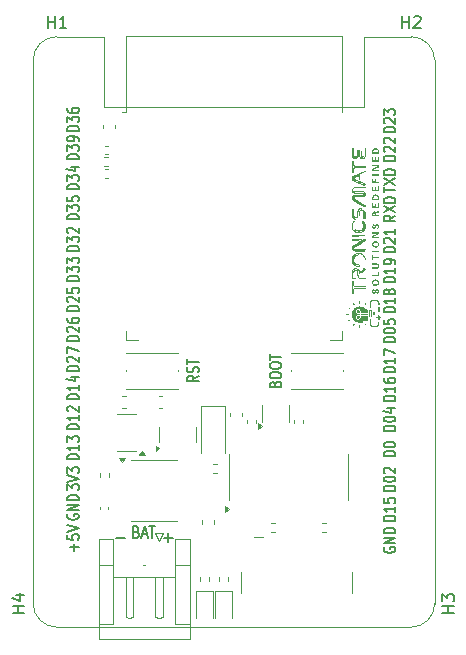
<source format=gto>
G04 #@! TF.GenerationSoftware,KiCad,Pcbnew,8.0.2*
G04 #@! TF.CreationDate,2024-05-24T09:08:15+10:00*
G04 #@! TF.ProjectId,design,64657369-676e-42e6-9b69-6361645f7063,rev?*
G04 #@! TF.SameCoordinates,Original*
G04 #@! TF.FileFunction,Legend,Top*
G04 #@! TF.FilePolarity,Positive*
%FSLAX46Y46*%
G04 Gerber Fmt 4.6, Leading zero omitted, Abs format (unit mm)*
G04 Created by KiCad (PCBNEW 8.0.2) date 2024-05-24 09:08:15*
%MOMM*%
%LPD*%
G01*
G04 APERTURE LIST*
%ADD10C,0.150000*%
%ADD11C,0.120000*%
%ADD12C,0.000000*%
G04 #@! TA.AperFunction,Profile*
%ADD13C,0.100000*%
G04 #@! TD*
G04 APERTURE END LIST*
D10*
X85912438Y-105463792D02*
X85864819Y-105539982D01*
X85864819Y-105539982D02*
X85864819Y-105654268D01*
X85864819Y-105654268D02*
X85912438Y-105768554D01*
X85912438Y-105768554D02*
X86007676Y-105844744D01*
X86007676Y-105844744D02*
X86102914Y-105882839D01*
X86102914Y-105882839D02*
X86293390Y-105920935D01*
X86293390Y-105920935D02*
X86436247Y-105920935D01*
X86436247Y-105920935D02*
X86626723Y-105882839D01*
X86626723Y-105882839D02*
X86721961Y-105844744D01*
X86721961Y-105844744D02*
X86817200Y-105768554D01*
X86817200Y-105768554D02*
X86864819Y-105654268D01*
X86864819Y-105654268D02*
X86864819Y-105578077D01*
X86864819Y-105578077D02*
X86817200Y-105463792D01*
X86817200Y-105463792D02*
X86769580Y-105425696D01*
X86769580Y-105425696D02*
X86436247Y-105425696D01*
X86436247Y-105425696D02*
X86436247Y-105578077D01*
X86864819Y-105082839D02*
X85864819Y-105082839D01*
X85864819Y-105082839D02*
X86864819Y-104625696D01*
X86864819Y-104625696D02*
X85864819Y-104625696D01*
X86864819Y-104244744D02*
X85864819Y-104244744D01*
X85864819Y-104244744D02*
X85864819Y-104054268D01*
X85864819Y-104054268D02*
X85912438Y-103939982D01*
X85912438Y-103939982D02*
X86007676Y-103863792D01*
X86007676Y-103863792D02*
X86102914Y-103825697D01*
X86102914Y-103825697D02*
X86293390Y-103787601D01*
X86293390Y-103787601D02*
X86436247Y-103787601D01*
X86436247Y-103787601D02*
X86626723Y-103825697D01*
X86626723Y-103825697D02*
X86721961Y-103863792D01*
X86721961Y-103863792D02*
X86817200Y-103939982D01*
X86817200Y-103939982D02*
X86864819Y-104054268D01*
X86864819Y-104054268D02*
X86864819Y-104244744D01*
X86483866Y-108549839D02*
X86483866Y-107940316D01*
X86864819Y-108245077D02*
X86102914Y-108245077D01*
X85864819Y-107178411D02*
X85864819Y-107559363D01*
X85864819Y-107559363D02*
X86341009Y-107597459D01*
X86341009Y-107597459D02*
X86293390Y-107559363D01*
X86293390Y-107559363D02*
X86245771Y-107483173D01*
X86245771Y-107483173D02*
X86245771Y-107292697D01*
X86245771Y-107292697D02*
X86293390Y-107216506D01*
X86293390Y-107216506D02*
X86341009Y-107178411D01*
X86341009Y-107178411D02*
X86436247Y-107140316D01*
X86436247Y-107140316D02*
X86674342Y-107140316D01*
X86674342Y-107140316D02*
X86769580Y-107178411D01*
X86769580Y-107178411D02*
X86817200Y-107216506D01*
X86817200Y-107216506D02*
X86864819Y-107292697D01*
X86864819Y-107292697D02*
X86864819Y-107483173D01*
X86864819Y-107483173D02*
X86817200Y-107559363D01*
X86817200Y-107559363D02*
X86769580Y-107597459D01*
X85864819Y-106911744D02*
X86864819Y-106645077D01*
X86864819Y-106645077D02*
X85864819Y-106378411D01*
X86864819Y-77942839D02*
X85864819Y-77942839D01*
X85864819Y-77942839D02*
X85864819Y-77752363D01*
X85864819Y-77752363D02*
X85912438Y-77638077D01*
X85912438Y-77638077D02*
X86007676Y-77561887D01*
X86007676Y-77561887D02*
X86102914Y-77523792D01*
X86102914Y-77523792D02*
X86293390Y-77485696D01*
X86293390Y-77485696D02*
X86436247Y-77485696D01*
X86436247Y-77485696D02*
X86626723Y-77523792D01*
X86626723Y-77523792D02*
X86721961Y-77561887D01*
X86721961Y-77561887D02*
X86817200Y-77638077D01*
X86817200Y-77638077D02*
X86864819Y-77752363D01*
X86864819Y-77752363D02*
X86864819Y-77942839D01*
X85864819Y-77219030D02*
X85864819Y-76723792D01*
X85864819Y-76723792D02*
X86245771Y-76990458D01*
X86245771Y-76990458D02*
X86245771Y-76876173D01*
X86245771Y-76876173D02*
X86293390Y-76799982D01*
X86293390Y-76799982D02*
X86341009Y-76761887D01*
X86341009Y-76761887D02*
X86436247Y-76723792D01*
X86436247Y-76723792D02*
X86674342Y-76723792D01*
X86674342Y-76723792D02*
X86769580Y-76761887D01*
X86769580Y-76761887D02*
X86817200Y-76799982D01*
X86817200Y-76799982D02*
X86864819Y-76876173D01*
X86864819Y-76876173D02*
X86864819Y-77104744D01*
X86864819Y-77104744D02*
X86817200Y-77180935D01*
X86817200Y-77180935D02*
X86769580Y-77219030D01*
X86198152Y-76038077D02*
X86864819Y-76038077D01*
X85817200Y-76228553D02*
X86531485Y-76419030D01*
X86531485Y-76419030D02*
X86531485Y-75923791D01*
X113661819Y-100548839D02*
X112661819Y-100548839D01*
X112661819Y-100548839D02*
X112661819Y-100358363D01*
X112661819Y-100358363D02*
X112709438Y-100244077D01*
X112709438Y-100244077D02*
X112804676Y-100167887D01*
X112804676Y-100167887D02*
X112899914Y-100129792D01*
X112899914Y-100129792D02*
X113090390Y-100091696D01*
X113090390Y-100091696D02*
X113233247Y-100091696D01*
X113233247Y-100091696D02*
X113423723Y-100129792D01*
X113423723Y-100129792D02*
X113518961Y-100167887D01*
X113518961Y-100167887D02*
X113614200Y-100244077D01*
X113614200Y-100244077D02*
X113661819Y-100358363D01*
X113661819Y-100358363D02*
X113661819Y-100548839D01*
X112661819Y-99596458D02*
X112661819Y-99520268D01*
X112661819Y-99520268D02*
X112709438Y-99444077D01*
X112709438Y-99444077D02*
X112757057Y-99405982D01*
X112757057Y-99405982D02*
X112852295Y-99367887D01*
X112852295Y-99367887D02*
X113042771Y-99329792D01*
X113042771Y-99329792D02*
X113280866Y-99329792D01*
X113280866Y-99329792D02*
X113471342Y-99367887D01*
X113471342Y-99367887D02*
X113566580Y-99405982D01*
X113566580Y-99405982D02*
X113614200Y-99444077D01*
X113614200Y-99444077D02*
X113661819Y-99520268D01*
X113661819Y-99520268D02*
X113661819Y-99596458D01*
X113661819Y-99596458D02*
X113614200Y-99672649D01*
X113614200Y-99672649D02*
X113566580Y-99710744D01*
X113566580Y-99710744D02*
X113471342Y-99748839D01*
X113471342Y-99748839D02*
X113280866Y-99786935D01*
X113280866Y-99786935D02*
X113042771Y-99786935D01*
X113042771Y-99786935D02*
X112852295Y-99748839D01*
X112852295Y-99748839D02*
X112757057Y-99710744D01*
X112757057Y-99710744D02*
X112709438Y-99672649D01*
X112709438Y-99672649D02*
X112661819Y-99596458D01*
X112661819Y-78184125D02*
X112661819Y-77726982D01*
X113661819Y-77955554D02*
X112661819Y-77955554D01*
X112661819Y-77536506D02*
X113661819Y-77003172D01*
X112661819Y-77003172D02*
X113661819Y-77536506D01*
X113661819Y-76698410D02*
X112661819Y-76698410D01*
X112661819Y-76698410D02*
X112661819Y-76507934D01*
X112661819Y-76507934D02*
X112709438Y-76393648D01*
X112709438Y-76393648D02*
X112804676Y-76317458D01*
X112804676Y-76317458D02*
X112899914Y-76279363D01*
X112899914Y-76279363D02*
X113090390Y-76241267D01*
X113090390Y-76241267D02*
X113233247Y-76241267D01*
X113233247Y-76241267D02*
X113423723Y-76279363D01*
X113423723Y-76279363D02*
X113518961Y-76317458D01*
X113518961Y-76317458D02*
X113614200Y-76393648D01*
X113614200Y-76393648D02*
X113661819Y-76507934D01*
X113661819Y-76507934D02*
X113661819Y-76698410D01*
X113661819Y-103469839D02*
X112661819Y-103469839D01*
X112661819Y-103469839D02*
X112661819Y-103279363D01*
X112661819Y-103279363D02*
X112709438Y-103165077D01*
X112709438Y-103165077D02*
X112804676Y-103088887D01*
X112804676Y-103088887D02*
X112899914Y-103050792D01*
X112899914Y-103050792D02*
X113090390Y-103012696D01*
X113090390Y-103012696D02*
X113233247Y-103012696D01*
X113233247Y-103012696D02*
X113423723Y-103050792D01*
X113423723Y-103050792D02*
X113518961Y-103088887D01*
X113518961Y-103088887D02*
X113614200Y-103165077D01*
X113614200Y-103165077D02*
X113661819Y-103279363D01*
X113661819Y-103279363D02*
X113661819Y-103469839D01*
X112661819Y-102517458D02*
X112661819Y-102441268D01*
X112661819Y-102441268D02*
X112709438Y-102365077D01*
X112709438Y-102365077D02*
X112757057Y-102326982D01*
X112757057Y-102326982D02*
X112852295Y-102288887D01*
X112852295Y-102288887D02*
X113042771Y-102250792D01*
X113042771Y-102250792D02*
X113280866Y-102250792D01*
X113280866Y-102250792D02*
X113471342Y-102288887D01*
X113471342Y-102288887D02*
X113566580Y-102326982D01*
X113566580Y-102326982D02*
X113614200Y-102365077D01*
X113614200Y-102365077D02*
X113661819Y-102441268D01*
X113661819Y-102441268D02*
X113661819Y-102517458D01*
X113661819Y-102517458D02*
X113614200Y-102593649D01*
X113614200Y-102593649D02*
X113566580Y-102631744D01*
X113566580Y-102631744D02*
X113471342Y-102669839D01*
X113471342Y-102669839D02*
X113280866Y-102707935D01*
X113280866Y-102707935D02*
X113042771Y-102707935D01*
X113042771Y-102707935D02*
X112852295Y-102669839D01*
X112852295Y-102669839D02*
X112757057Y-102631744D01*
X112757057Y-102631744D02*
X112709438Y-102593649D01*
X112709438Y-102593649D02*
X112661819Y-102517458D01*
X112757057Y-101946030D02*
X112709438Y-101907934D01*
X112709438Y-101907934D02*
X112661819Y-101831744D01*
X112661819Y-101831744D02*
X112661819Y-101641268D01*
X112661819Y-101641268D02*
X112709438Y-101565077D01*
X112709438Y-101565077D02*
X112757057Y-101526982D01*
X112757057Y-101526982D02*
X112852295Y-101488887D01*
X112852295Y-101488887D02*
X112947533Y-101488887D01*
X112947533Y-101488887D02*
X113090390Y-101526982D01*
X113090390Y-101526982D02*
X113661819Y-101984125D01*
X113661819Y-101984125D02*
X113661819Y-101488887D01*
X86864819Y-98262839D02*
X85864819Y-98262839D01*
X85864819Y-98262839D02*
X85864819Y-98072363D01*
X85864819Y-98072363D02*
X85912438Y-97958077D01*
X85912438Y-97958077D02*
X86007676Y-97881887D01*
X86007676Y-97881887D02*
X86102914Y-97843792D01*
X86102914Y-97843792D02*
X86293390Y-97805696D01*
X86293390Y-97805696D02*
X86436247Y-97805696D01*
X86436247Y-97805696D02*
X86626723Y-97843792D01*
X86626723Y-97843792D02*
X86721961Y-97881887D01*
X86721961Y-97881887D02*
X86817200Y-97958077D01*
X86817200Y-97958077D02*
X86864819Y-98072363D01*
X86864819Y-98072363D02*
X86864819Y-98262839D01*
X86864819Y-97043792D02*
X86864819Y-97500935D01*
X86864819Y-97272363D02*
X85864819Y-97272363D01*
X85864819Y-97272363D02*
X86007676Y-97348554D01*
X86007676Y-97348554D02*
X86102914Y-97424744D01*
X86102914Y-97424744D02*
X86150533Y-97500935D01*
X85960057Y-96739030D02*
X85912438Y-96700934D01*
X85912438Y-96700934D02*
X85864819Y-96624744D01*
X85864819Y-96624744D02*
X85864819Y-96434268D01*
X85864819Y-96434268D02*
X85912438Y-96358077D01*
X85912438Y-96358077D02*
X85960057Y-96319982D01*
X85960057Y-96319982D02*
X86055295Y-96281887D01*
X86055295Y-96281887D02*
X86150533Y-96281887D01*
X86150533Y-96281887D02*
X86293390Y-96319982D01*
X86293390Y-96319982D02*
X86864819Y-96777125D01*
X86864819Y-96777125D02*
X86864819Y-96281887D01*
X86864819Y-75402839D02*
X85864819Y-75402839D01*
X85864819Y-75402839D02*
X85864819Y-75212363D01*
X85864819Y-75212363D02*
X85912438Y-75098077D01*
X85912438Y-75098077D02*
X86007676Y-75021887D01*
X86007676Y-75021887D02*
X86102914Y-74983792D01*
X86102914Y-74983792D02*
X86293390Y-74945696D01*
X86293390Y-74945696D02*
X86436247Y-74945696D01*
X86436247Y-74945696D02*
X86626723Y-74983792D01*
X86626723Y-74983792D02*
X86721961Y-75021887D01*
X86721961Y-75021887D02*
X86817200Y-75098077D01*
X86817200Y-75098077D02*
X86864819Y-75212363D01*
X86864819Y-75212363D02*
X86864819Y-75402839D01*
X85864819Y-74679030D02*
X85864819Y-74183792D01*
X85864819Y-74183792D02*
X86245771Y-74450458D01*
X86245771Y-74450458D02*
X86245771Y-74336173D01*
X86245771Y-74336173D02*
X86293390Y-74259982D01*
X86293390Y-74259982D02*
X86341009Y-74221887D01*
X86341009Y-74221887D02*
X86436247Y-74183792D01*
X86436247Y-74183792D02*
X86674342Y-74183792D01*
X86674342Y-74183792D02*
X86769580Y-74221887D01*
X86769580Y-74221887D02*
X86817200Y-74259982D01*
X86817200Y-74259982D02*
X86864819Y-74336173D01*
X86864819Y-74336173D02*
X86864819Y-74564744D01*
X86864819Y-74564744D02*
X86817200Y-74640935D01*
X86817200Y-74640935D02*
X86769580Y-74679030D01*
X86864819Y-73802839D02*
X86864819Y-73650458D01*
X86864819Y-73650458D02*
X86817200Y-73574268D01*
X86817200Y-73574268D02*
X86769580Y-73536172D01*
X86769580Y-73536172D02*
X86626723Y-73459982D01*
X86626723Y-73459982D02*
X86436247Y-73421887D01*
X86436247Y-73421887D02*
X86055295Y-73421887D01*
X86055295Y-73421887D02*
X85960057Y-73459982D01*
X85960057Y-73459982D02*
X85912438Y-73498077D01*
X85912438Y-73498077D02*
X85864819Y-73574268D01*
X85864819Y-73574268D02*
X85864819Y-73726649D01*
X85864819Y-73726649D02*
X85912438Y-73802839D01*
X85912438Y-73802839D02*
X85960057Y-73840934D01*
X85960057Y-73840934D02*
X86055295Y-73879030D01*
X86055295Y-73879030D02*
X86293390Y-73879030D01*
X86293390Y-73879030D02*
X86388628Y-73840934D01*
X86388628Y-73840934D02*
X86436247Y-73802839D01*
X86436247Y-73802839D02*
X86483866Y-73726649D01*
X86483866Y-73726649D02*
X86483866Y-73574268D01*
X86483866Y-73574268D02*
X86436247Y-73498077D01*
X86436247Y-73498077D02*
X86388628Y-73459982D01*
X86388628Y-73459982D02*
X86293390Y-73421887D01*
X85864819Y-103419030D02*
X85864819Y-102923792D01*
X85864819Y-102923792D02*
X86245771Y-103190458D01*
X86245771Y-103190458D02*
X86245771Y-103076173D01*
X86245771Y-103076173D02*
X86293390Y-102999982D01*
X86293390Y-102999982D02*
X86341009Y-102961887D01*
X86341009Y-102961887D02*
X86436247Y-102923792D01*
X86436247Y-102923792D02*
X86674342Y-102923792D01*
X86674342Y-102923792D02*
X86769580Y-102961887D01*
X86769580Y-102961887D02*
X86817200Y-102999982D01*
X86817200Y-102999982D02*
X86864819Y-103076173D01*
X86864819Y-103076173D02*
X86864819Y-103304744D01*
X86864819Y-103304744D02*
X86817200Y-103380935D01*
X86817200Y-103380935D02*
X86769580Y-103419030D01*
X85864819Y-102695220D02*
X86864819Y-102428553D01*
X86864819Y-102428553D02*
X85864819Y-102161887D01*
X85864819Y-101971411D02*
X85864819Y-101476173D01*
X85864819Y-101476173D02*
X86245771Y-101742839D01*
X86245771Y-101742839D02*
X86245771Y-101628554D01*
X86245771Y-101628554D02*
X86293390Y-101552363D01*
X86293390Y-101552363D02*
X86341009Y-101514268D01*
X86341009Y-101514268D02*
X86436247Y-101476173D01*
X86436247Y-101476173D02*
X86674342Y-101476173D01*
X86674342Y-101476173D02*
X86769580Y-101514268D01*
X86769580Y-101514268D02*
X86817200Y-101552363D01*
X86817200Y-101552363D02*
X86864819Y-101628554D01*
X86864819Y-101628554D02*
X86864819Y-101857125D01*
X86864819Y-101857125D02*
X86817200Y-101933316D01*
X86817200Y-101933316D02*
X86769580Y-101971411D01*
X113661819Y-73116839D02*
X112661819Y-73116839D01*
X112661819Y-73116839D02*
X112661819Y-72926363D01*
X112661819Y-72926363D02*
X112709438Y-72812077D01*
X112709438Y-72812077D02*
X112804676Y-72735887D01*
X112804676Y-72735887D02*
X112899914Y-72697792D01*
X112899914Y-72697792D02*
X113090390Y-72659696D01*
X113090390Y-72659696D02*
X113233247Y-72659696D01*
X113233247Y-72659696D02*
X113423723Y-72697792D01*
X113423723Y-72697792D02*
X113518961Y-72735887D01*
X113518961Y-72735887D02*
X113614200Y-72812077D01*
X113614200Y-72812077D02*
X113661819Y-72926363D01*
X113661819Y-72926363D02*
X113661819Y-73116839D01*
X112757057Y-72354935D02*
X112709438Y-72316839D01*
X112709438Y-72316839D02*
X112661819Y-72240649D01*
X112661819Y-72240649D02*
X112661819Y-72050173D01*
X112661819Y-72050173D02*
X112709438Y-71973982D01*
X112709438Y-71973982D02*
X112757057Y-71935887D01*
X112757057Y-71935887D02*
X112852295Y-71897792D01*
X112852295Y-71897792D02*
X112947533Y-71897792D01*
X112947533Y-71897792D02*
X113090390Y-71935887D01*
X113090390Y-71935887D02*
X113661819Y-72393030D01*
X113661819Y-72393030D02*
X113661819Y-71897792D01*
X112661819Y-71631125D02*
X112661819Y-71135887D01*
X112661819Y-71135887D02*
X113042771Y-71402553D01*
X113042771Y-71402553D02*
X113042771Y-71288268D01*
X113042771Y-71288268D02*
X113090390Y-71212077D01*
X113090390Y-71212077D02*
X113138009Y-71173982D01*
X113138009Y-71173982D02*
X113233247Y-71135887D01*
X113233247Y-71135887D02*
X113471342Y-71135887D01*
X113471342Y-71135887D02*
X113566580Y-71173982D01*
X113566580Y-71173982D02*
X113614200Y-71212077D01*
X113614200Y-71212077D02*
X113661819Y-71288268D01*
X113661819Y-71288268D02*
X113661819Y-71516839D01*
X113661819Y-71516839D02*
X113614200Y-71593030D01*
X113614200Y-71593030D02*
X113566580Y-71631125D01*
X113661819Y-93436839D02*
X112661819Y-93436839D01*
X112661819Y-93436839D02*
X112661819Y-93246363D01*
X112661819Y-93246363D02*
X112709438Y-93132077D01*
X112709438Y-93132077D02*
X112804676Y-93055887D01*
X112804676Y-93055887D02*
X112899914Y-93017792D01*
X112899914Y-93017792D02*
X113090390Y-92979696D01*
X113090390Y-92979696D02*
X113233247Y-92979696D01*
X113233247Y-92979696D02*
X113423723Y-93017792D01*
X113423723Y-93017792D02*
X113518961Y-93055887D01*
X113518961Y-93055887D02*
X113614200Y-93132077D01*
X113614200Y-93132077D02*
X113661819Y-93246363D01*
X113661819Y-93246363D02*
X113661819Y-93436839D01*
X113661819Y-92217792D02*
X113661819Y-92674935D01*
X113661819Y-92446363D02*
X112661819Y-92446363D01*
X112661819Y-92446363D02*
X112804676Y-92522554D01*
X112804676Y-92522554D02*
X112899914Y-92598744D01*
X112899914Y-92598744D02*
X112947533Y-92674935D01*
X112661819Y-91951125D02*
X112661819Y-91417791D01*
X112661819Y-91417791D02*
X113661819Y-91760649D01*
X113661819Y-88356839D02*
X112661819Y-88356839D01*
X112661819Y-88356839D02*
X112661819Y-88166363D01*
X112661819Y-88166363D02*
X112709438Y-88052077D01*
X112709438Y-88052077D02*
X112804676Y-87975887D01*
X112804676Y-87975887D02*
X112899914Y-87937792D01*
X112899914Y-87937792D02*
X113090390Y-87899696D01*
X113090390Y-87899696D02*
X113233247Y-87899696D01*
X113233247Y-87899696D02*
X113423723Y-87937792D01*
X113423723Y-87937792D02*
X113518961Y-87975887D01*
X113518961Y-87975887D02*
X113614200Y-88052077D01*
X113614200Y-88052077D02*
X113661819Y-88166363D01*
X113661819Y-88166363D02*
X113661819Y-88356839D01*
X113661819Y-87137792D02*
X113661819Y-87594935D01*
X113661819Y-87366363D02*
X112661819Y-87366363D01*
X112661819Y-87366363D02*
X112804676Y-87442554D01*
X112804676Y-87442554D02*
X112899914Y-87518744D01*
X112899914Y-87518744D02*
X112947533Y-87594935D01*
X113090390Y-86680649D02*
X113042771Y-86756839D01*
X113042771Y-86756839D02*
X112995152Y-86794934D01*
X112995152Y-86794934D02*
X112899914Y-86833030D01*
X112899914Y-86833030D02*
X112852295Y-86833030D01*
X112852295Y-86833030D02*
X112757057Y-86794934D01*
X112757057Y-86794934D02*
X112709438Y-86756839D01*
X112709438Y-86756839D02*
X112661819Y-86680649D01*
X112661819Y-86680649D02*
X112661819Y-86528268D01*
X112661819Y-86528268D02*
X112709438Y-86452077D01*
X112709438Y-86452077D02*
X112757057Y-86413982D01*
X112757057Y-86413982D02*
X112852295Y-86375887D01*
X112852295Y-86375887D02*
X112899914Y-86375887D01*
X112899914Y-86375887D02*
X112995152Y-86413982D01*
X112995152Y-86413982D02*
X113042771Y-86452077D01*
X113042771Y-86452077D02*
X113090390Y-86528268D01*
X113090390Y-86528268D02*
X113090390Y-86680649D01*
X113090390Y-86680649D02*
X113138009Y-86756839D01*
X113138009Y-86756839D02*
X113185628Y-86794934D01*
X113185628Y-86794934D02*
X113280866Y-86833030D01*
X113280866Y-86833030D02*
X113471342Y-86833030D01*
X113471342Y-86833030D02*
X113566580Y-86794934D01*
X113566580Y-86794934D02*
X113614200Y-86756839D01*
X113614200Y-86756839D02*
X113661819Y-86680649D01*
X113661819Y-86680649D02*
X113661819Y-86528268D01*
X113661819Y-86528268D02*
X113614200Y-86452077D01*
X113614200Y-86452077D02*
X113566580Y-86413982D01*
X113566580Y-86413982D02*
X113471342Y-86375887D01*
X113471342Y-86375887D02*
X113280866Y-86375887D01*
X113280866Y-86375887D02*
X113185628Y-86413982D01*
X113185628Y-86413982D02*
X113138009Y-86452077D01*
X113138009Y-86452077D02*
X113090390Y-86528268D01*
X113661819Y-98389839D02*
X112661819Y-98389839D01*
X112661819Y-98389839D02*
X112661819Y-98199363D01*
X112661819Y-98199363D02*
X112709438Y-98085077D01*
X112709438Y-98085077D02*
X112804676Y-98008887D01*
X112804676Y-98008887D02*
X112899914Y-97970792D01*
X112899914Y-97970792D02*
X113090390Y-97932696D01*
X113090390Y-97932696D02*
X113233247Y-97932696D01*
X113233247Y-97932696D02*
X113423723Y-97970792D01*
X113423723Y-97970792D02*
X113518961Y-98008887D01*
X113518961Y-98008887D02*
X113614200Y-98085077D01*
X113614200Y-98085077D02*
X113661819Y-98199363D01*
X113661819Y-98199363D02*
X113661819Y-98389839D01*
X112661819Y-97437458D02*
X112661819Y-97361268D01*
X112661819Y-97361268D02*
X112709438Y-97285077D01*
X112709438Y-97285077D02*
X112757057Y-97246982D01*
X112757057Y-97246982D02*
X112852295Y-97208887D01*
X112852295Y-97208887D02*
X113042771Y-97170792D01*
X113042771Y-97170792D02*
X113280866Y-97170792D01*
X113280866Y-97170792D02*
X113471342Y-97208887D01*
X113471342Y-97208887D02*
X113566580Y-97246982D01*
X113566580Y-97246982D02*
X113614200Y-97285077D01*
X113614200Y-97285077D02*
X113661819Y-97361268D01*
X113661819Y-97361268D02*
X113661819Y-97437458D01*
X113661819Y-97437458D02*
X113614200Y-97513649D01*
X113614200Y-97513649D02*
X113566580Y-97551744D01*
X113566580Y-97551744D02*
X113471342Y-97589839D01*
X113471342Y-97589839D02*
X113280866Y-97627935D01*
X113280866Y-97627935D02*
X113042771Y-97627935D01*
X113042771Y-97627935D02*
X112852295Y-97589839D01*
X112852295Y-97589839D02*
X112757057Y-97551744D01*
X112757057Y-97551744D02*
X112709438Y-97513649D01*
X112709438Y-97513649D02*
X112661819Y-97437458D01*
X112995152Y-96485077D02*
X113661819Y-96485077D01*
X112614200Y-96675553D02*
X113328485Y-96866030D01*
X113328485Y-96866030D02*
X113328485Y-96370791D01*
X97024819Y-93741696D02*
X96548628Y-94008363D01*
X97024819Y-94198839D02*
X96024819Y-94198839D01*
X96024819Y-94198839D02*
X96024819Y-93894077D01*
X96024819Y-93894077D02*
X96072438Y-93817887D01*
X96072438Y-93817887D02*
X96120057Y-93779792D01*
X96120057Y-93779792D02*
X96215295Y-93741696D01*
X96215295Y-93741696D02*
X96358152Y-93741696D01*
X96358152Y-93741696D02*
X96453390Y-93779792D01*
X96453390Y-93779792D02*
X96501009Y-93817887D01*
X96501009Y-93817887D02*
X96548628Y-93894077D01*
X96548628Y-93894077D02*
X96548628Y-94198839D01*
X96977200Y-93436935D02*
X97024819Y-93322649D01*
X97024819Y-93322649D02*
X97024819Y-93132173D01*
X97024819Y-93132173D02*
X96977200Y-93055982D01*
X96977200Y-93055982D02*
X96929580Y-93017887D01*
X96929580Y-93017887D02*
X96834342Y-92979792D01*
X96834342Y-92979792D02*
X96739104Y-92979792D01*
X96739104Y-92979792D02*
X96643866Y-93017887D01*
X96643866Y-93017887D02*
X96596247Y-93055982D01*
X96596247Y-93055982D02*
X96548628Y-93132173D01*
X96548628Y-93132173D02*
X96501009Y-93284554D01*
X96501009Y-93284554D02*
X96453390Y-93360744D01*
X96453390Y-93360744D02*
X96405771Y-93398839D01*
X96405771Y-93398839D02*
X96310533Y-93436935D01*
X96310533Y-93436935D02*
X96215295Y-93436935D01*
X96215295Y-93436935D02*
X96120057Y-93398839D01*
X96120057Y-93398839D02*
X96072438Y-93360744D01*
X96072438Y-93360744D02*
X96024819Y-93284554D01*
X96024819Y-93284554D02*
X96024819Y-93094077D01*
X96024819Y-93094077D02*
X96072438Y-92979792D01*
X96024819Y-92751220D02*
X96024819Y-92294077D01*
X97024819Y-92522649D02*
X96024819Y-92522649D01*
X86864819Y-95722839D02*
X85864819Y-95722839D01*
X85864819Y-95722839D02*
X85864819Y-95532363D01*
X85864819Y-95532363D02*
X85912438Y-95418077D01*
X85912438Y-95418077D02*
X86007676Y-95341887D01*
X86007676Y-95341887D02*
X86102914Y-95303792D01*
X86102914Y-95303792D02*
X86293390Y-95265696D01*
X86293390Y-95265696D02*
X86436247Y-95265696D01*
X86436247Y-95265696D02*
X86626723Y-95303792D01*
X86626723Y-95303792D02*
X86721961Y-95341887D01*
X86721961Y-95341887D02*
X86817200Y-95418077D01*
X86817200Y-95418077D02*
X86864819Y-95532363D01*
X86864819Y-95532363D02*
X86864819Y-95722839D01*
X86864819Y-94503792D02*
X86864819Y-94960935D01*
X86864819Y-94732363D02*
X85864819Y-94732363D01*
X85864819Y-94732363D02*
X86007676Y-94808554D01*
X86007676Y-94808554D02*
X86102914Y-94884744D01*
X86102914Y-94884744D02*
X86150533Y-94960935D01*
X86198152Y-93818077D02*
X86864819Y-93818077D01*
X85817200Y-94008553D02*
X86531485Y-94199030D01*
X86531485Y-94199030D02*
X86531485Y-93703791D01*
X103486009Y-94440173D02*
X103533628Y-94325887D01*
X103533628Y-94325887D02*
X103581247Y-94287792D01*
X103581247Y-94287792D02*
X103676485Y-94249696D01*
X103676485Y-94249696D02*
X103819342Y-94249696D01*
X103819342Y-94249696D02*
X103914580Y-94287792D01*
X103914580Y-94287792D02*
X103962200Y-94325887D01*
X103962200Y-94325887D02*
X104009819Y-94402077D01*
X104009819Y-94402077D02*
X104009819Y-94706839D01*
X104009819Y-94706839D02*
X103009819Y-94706839D01*
X103009819Y-94706839D02*
X103009819Y-94440173D01*
X103009819Y-94440173D02*
X103057438Y-94363982D01*
X103057438Y-94363982D02*
X103105057Y-94325887D01*
X103105057Y-94325887D02*
X103200295Y-94287792D01*
X103200295Y-94287792D02*
X103295533Y-94287792D01*
X103295533Y-94287792D02*
X103390771Y-94325887D01*
X103390771Y-94325887D02*
X103438390Y-94363982D01*
X103438390Y-94363982D02*
X103486009Y-94440173D01*
X103486009Y-94440173D02*
X103486009Y-94706839D01*
X103009819Y-93754458D02*
X103009819Y-93602077D01*
X103009819Y-93602077D02*
X103057438Y-93525887D01*
X103057438Y-93525887D02*
X103152676Y-93449696D01*
X103152676Y-93449696D02*
X103343152Y-93411601D01*
X103343152Y-93411601D02*
X103676485Y-93411601D01*
X103676485Y-93411601D02*
X103866961Y-93449696D01*
X103866961Y-93449696D02*
X103962200Y-93525887D01*
X103962200Y-93525887D02*
X104009819Y-93602077D01*
X104009819Y-93602077D02*
X104009819Y-93754458D01*
X104009819Y-93754458D02*
X103962200Y-93830649D01*
X103962200Y-93830649D02*
X103866961Y-93906839D01*
X103866961Y-93906839D02*
X103676485Y-93944935D01*
X103676485Y-93944935D02*
X103343152Y-93944935D01*
X103343152Y-93944935D02*
X103152676Y-93906839D01*
X103152676Y-93906839D02*
X103057438Y-93830649D01*
X103057438Y-93830649D02*
X103009819Y-93754458D01*
X103009819Y-92916363D02*
X103009819Y-92763982D01*
X103009819Y-92763982D02*
X103057438Y-92687792D01*
X103057438Y-92687792D02*
X103152676Y-92611601D01*
X103152676Y-92611601D02*
X103343152Y-92573506D01*
X103343152Y-92573506D02*
X103676485Y-92573506D01*
X103676485Y-92573506D02*
X103866961Y-92611601D01*
X103866961Y-92611601D02*
X103962200Y-92687792D01*
X103962200Y-92687792D02*
X104009819Y-92763982D01*
X104009819Y-92763982D02*
X104009819Y-92916363D01*
X104009819Y-92916363D02*
X103962200Y-92992554D01*
X103962200Y-92992554D02*
X103866961Y-93068744D01*
X103866961Y-93068744D02*
X103676485Y-93106840D01*
X103676485Y-93106840D02*
X103343152Y-93106840D01*
X103343152Y-93106840D02*
X103152676Y-93068744D01*
X103152676Y-93068744D02*
X103057438Y-92992554D01*
X103057438Y-92992554D02*
X103009819Y-92916363D01*
X103009819Y-92344935D02*
X103009819Y-91887792D01*
X104009819Y-92116364D02*
X103009819Y-92116364D01*
X86864819Y-93309839D02*
X85864819Y-93309839D01*
X85864819Y-93309839D02*
X85864819Y-93119363D01*
X85864819Y-93119363D02*
X85912438Y-93005077D01*
X85912438Y-93005077D02*
X86007676Y-92928887D01*
X86007676Y-92928887D02*
X86102914Y-92890792D01*
X86102914Y-92890792D02*
X86293390Y-92852696D01*
X86293390Y-92852696D02*
X86436247Y-92852696D01*
X86436247Y-92852696D02*
X86626723Y-92890792D01*
X86626723Y-92890792D02*
X86721961Y-92928887D01*
X86721961Y-92928887D02*
X86817200Y-93005077D01*
X86817200Y-93005077D02*
X86864819Y-93119363D01*
X86864819Y-93119363D02*
X86864819Y-93309839D01*
X85960057Y-92547935D02*
X85912438Y-92509839D01*
X85912438Y-92509839D02*
X85864819Y-92433649D01*
X85864819Y-92433649D02*
X85864819Y-92243173D01*
X85864819Y-92243173D02*
X85912438Y-92166982D01*
X85912438Y-92166982D02*
X85960057Y-92128887D01*
X85960057Y-92128887D02*
X86055295Y-92090792D01*
X86055295Y-92090792D02*
X86150533Y-92090792D01*
X86150533Y-92090792D02*
X86293390Y-92128887D01*
X86293390Y-92128887D02*
X86864819Y-92586030D01*
X86864819Y-92586030D02*
X86864819Y-92090792D01*
X85864819Y-91824125D02*
X85864819Y-91290791D01*
X85864819Y-91290791D02*
X86864819Y-91633649D01*
X113661819Y-75529839D02*
X112661819Y-75529839D01*
X112661819Y-75529839D02*
X112661819Y-75339363D01*
X112661819Y-75339363D02*
X112709438Y-75225077D01*
X112709438Y-75225077D02*
X112804676Y-75148887D01*
X112804676Y-75148887D02*
X112899914Y-75110792D01*
X112899914Y-75110792D02*
X113090390Y-75072696D01*
X113090390Y-75072696D02*
X113233247Y-75072696D01*
X113233247Y-75072696D02*
X113423723Y-75110792D01*
X113423723Y-75110792D02*
X113518961Y-75148887D01*
X113518961Y-75148887D02*
X113614200Y-75225077D01*
X113614200Y-75225077D02*
X113661819Y-75339363D01*
X113661819Y-75339363D02*
X113661819Y-75529839D01*
X112757057Y-74767935D02*
X112709438Y-74729839D01*
X112709438Y-74729839D02*
X112661819Y-74653649D01*
X112661819Y-74653649D02*
X112661819Y-74463173D01*
X112661819Y-74463173D02*
X112709438Y-74386982D01*
X112709438Y-74386982D02*
X112757057Y-74348887D01*
X112757057Y-74348887D02*
X112852295Y-74310792D01*
X112852295Y-74310792D02*
X112947533Y-74310792D01*
X112947533Y-74310792D02*
X113090390Y-74348887D01*
X113090390Y-74348887D02*
X113661819Y-74806030D01*
X113661819Y-74806030D02*
X113661819Y-74310792D01*
X112757057Y-74006030D02*
X112709438Y-73967934D01*
X112709438Y-73967934D02*
X112661819Y-73891744D01*
X112661819Y-73891744D02*
X112661819Y-73701268D01*
X112661819Y-73701268D02*
X112709438Y-73625077D01*
X112709438Y-73625077D02*
X112757057Y-73586982D01*
X112757057Y-73586982D02*
X112852295Y-73548887D01*
X112852295Y-73548887D02*
X112947533Y-73548887D01*
X112947533Y-73548887D02*
X113090390Y-73586982D01*
X113090390Y-73586982D02*
X113661819Y-74044125D01*
X113661819Y-74044125D02*
X113661819Y-73548887D01*
X113661819Y-95849839D02*
X112661819Y-95849839D01*
X112661819Y-95849839D02*
X112661819Y-95659363D01*
X112661819Y-95659363D02*
X112709438Y-95545077D01*
X112709438Y-95545077D02*
X112804676Y-95468887D01*
X112804676Y-95468887D02*
X112899914Y-95430792D01*
X112899914Y-95430792D02*
X113090390Y-95392696D01*
X113090390Y-95392696D02*
X113233247Y-95392696D01*
X113233247Y-95392696D02*
X113423723Y-95430792D01*
X113423723Y-95430792D02*
X113518961Y-95468887D01*
X113518961Y-95468887D02*
X113614200Y-95545077D01*
X113614200Y-95545077D02*
X113661819Y-95659363D01*
X113661819Y-95659363D02*
X113661819Y-95849839D01*
X113661819Y-94630792D02*
X113661819Y-95087935D01*
X113661819Y-94859363D02*
X112661819Y-94859363D01*
X112661819Y-94859363D02*
X112804676Y-94935554D01*
X112804676Y-94935554D02*
X112899914Y-95011744D01*
X112899914Y-95011744D02*
X112947533Y-95087935D01*
X112661819Y-93945077D02*
X112661819Y-94097458D01*
X112661819Y-94097458D02*
X112709438Y-94173649D01*
X112709438Y-94173649D02*
X112757057Y-94211744D01*
X112757057Y-94211744D02*
X112899914Y-94287934D01*
X112899914Y-94287934D02*
X113090390Y-94326030D01*
X113090390Y-94326030D02*
X113471342Y-94326030D01*
X113471342Y-94326030D02*
X113566580Y-94287934D01*
X113566580Y-94287934D02*
X113614200Y-94249839D01*
X113614200Y-94249839D02*
X113661819Y-94173649D01*
X113661819Y-94173649D02*
X113661819Y-94021268D01*
X113661819Y-94021268D02*
X113614200Y-93945077D01*
X113614200Y-93945077D02*
X113566580Y-93906982D01*
X113566580Y-93906982D02*
X113471342Y-93868887D01*
X113471342Y-93868887D02*
X113233247Y-93868887D01*
X113233247Y-93868887D02*
X113138009Y-93906982D01*
X113138009Y-93906982D02*
X113090390Y-93945077D01*
X113090390Y-93945077D02*
X113042771Y-94021268D01*
X113042771Y-94021268D02*
X113042771Y-94173649D01*
X113042771Y-94173649D02*
X113090390Y-94249839D01*
X113090390Y-94249839D02*
X113138009Y-94287934D01*
X113138009Y-94287934D02*
X113233247Y-94326030D01*
X113661819Y-106009839D02*
X112661819Y-106009839D01*
X112661819Y-106009839D02*
X112661819Y-105819363D01*
X112661819Y-105819363D02*
X112709438Y-105705077D01*
X112709438Y-105705077D02*
X112804676Y-105628887D01*
X112804676Y-105628887D02*
X112899914Y-105590792D01*
X112899914Y-105590792D02*
X113090390Y-105552696D01*
X113090390Y-105552696D02*
X113233247Y-105552696D01*
X113233247Y-105552696D02*
X113423723Y-105590792D01*
X113423723Y-105590792D02*
X113518961Y-105628887D01*
X113518961Y-105628887D02*
X113614200Y-105705077D01*
X113614200Y-105705077D02*
X113661819Y-105819363D01*
X113661819Y-105819363D02*
X113661819Y-106009839D01*
X113661819Y-104790792D02*
X113661819Y-105247935D01*
X113661819Y-105019363D02*
X112661819Y-105019363D01*
X112661819Y-105019363D02*
X112804676Y-105095554D01*
X112804676Y-105095554D02*
X112899914Y-105171744D01*
X112899914Y-105171744D02*
X112947533Y-105247935D01*
X112661819Y-104066982D02*
X112661819Y-104447934D01*
X112661819Y-104447934D02*
X113138009Y-104486030D01*
X113138009Y-104486030D02*
X113090390Y-104447934D01*
X113090390Y-104447934D02*
X113042771Y-104371744D01*
X113042771Y-104371744D02*
X113042771Y-104181268D01*
X113042771Y-104181268D02*
X113090390Y-104105077D01*
X113090390Y-104105077D02*
X113138009Y-104066982D01*
X113138009Y-104066982D02*
X113233247Y-104028887D01*
X113233247Y-104028887D02*
X113471342Y-104028887D01*
X113471342Y-104028887D02*
X113566580Y-104066982D01*
X113566580Y-104066982D02*
X113614200Y-104105077D01*
X113614200Y-104105077D02*
X113661819Y-104181268D01*
X113661819Y-104181268D02*
X113661819Y-104371744D01*
X113661819Y-104371744D02*
X113614200Y-104447934D01*
X113614200Y-104447934D02*
X113566580Y-104486030D01*
X113661819Y-85816839D02*
X112661819Y-85816839D01*
X112661819Y-85816839D02*
X112661819Y-85626363D01*
X112661819Y-85626363D02*
X112709438Y-85512077D01*
X112709438Y-85512077D02*
X112804676Y-85435887D01*
X112804676Y-85435887D02*
X112899914Y-85397792D01*
X112899914Y-85397792D02*
X113090390Y-85359696D01*
X113090390Y-85359696D02*
X113233247Y-85359696D01*
X113233247Y-85359696D02*
X113423723Y-85397792D01*
X113423723Y-85397792D02*
X113518961Y-85435887D01*
X113518961Y-85435887D02*
X113614200Y-85512077D01*
X113614200Y-85512077D02*
X113661819Y-85626363D01*
X113661819Y-85626363D02*
X113661819Y-85816839D01*
X113661819Y-84597792D02*
X113661819Y-85054935D01*
X113661819Y-84826363D02*
X112661819Y-84826363D01*
X112661819Y-84826363D02*
X112804676Y-84902554D01*
X112804676Y-84902554D02*
X112899914Y-84978744D01*
X112899914Y-84978744D02*
X112947533Y-85054935D01*
X113661819Y-84216839D02*
X113661819Y-84064458D01*
X113661819Y-84064458D02*
X113614200Y-83988268D01*
X113614200Y-83988268D02*
X113566580Y-83950172D01*
X113566580Y-83950172D02*
X113423723Y-83873982D01*
X113423723Y-83873982D02*
X113233247Y-83835887D01*
X113233247Y-83835887D02*
X112852295Y-83835887D01*
X112852295Y-83835887D02*
X112757057Y-83873982D01*
X112757057Y-83873982D02*
X112709438Y-83912077D01*
X112709438Y-83912077D02*
X112661819Y-83988268D01*
X112661819Y-83988268D02*
X112661819Y-84140649D01*
X112661819Y-84140649D02*
X112709438Y-84216839D01*
X112709438Y-84216839D02*
X112757057Y-84254934D01*
X112757057Y-84254934D02*
X112852295Y-84293030D01*
X112852295Y-84293030D02*
X113090390Y-84293030D01*
X113090390Y-84293030D02*
X113185628Y-84254934D01*
X113185628Y-84254934D02*
X113233247Y-84216839D01*
X113233247Y-84216839D02*
X113280866Y-84140649D01*
X113280866Y-84140649D02*
X113280866Y-83988268D01*
X113280866Y-83988268D02*
X113233247Y-83912077D01*
X113233247Y-83912077D02*
X113185628Y-83873982D01*
X113185628Y-83873982D02*
X113090390Y-83835887D01*
X86864819Y-72989839D02*
X85864819Y-72989839D01*
X85864819Y-72989839D02*
X85864819Y-72799363D01*
X85864819Y-72799363D02*
X85912438Y-72685077D01*
X85912438Y-72685077D02*
X86007676Y-72608887D01*
X86007676Y-72608887D02*
X86102914Y-72570792D01*
X86102914Y-72570792D02*
X86293390Y-72532696D01*
X86293390Y-72532696D02*
X86436247Y-72532696D01*
X86436247Y-72532696D02*
X86626723Y-72570792D01*
X86626723Y-72570792D02*
X86721961Y-72608887D01*
X86721961Y-72608887D02*
X86817200Y-72685077D01*
X86817200Y-72685077D02*
X86864819Y-72799363D01*
X86864819Y-72799363D02*
X86864819Y-72989839D01*
X85864819Y-72266030D02*
X85864819Y-71770792D01*
X85864819Y-71770792D02*
X86245771Y-72037458D01*
X86245771Y-72037458D02*
X86245771Y-71923173D01*
X86245771Y-71923173D02*
X86293390Y-71846982D01*
X86293390Y-71846982D02*
X86341009Y-71808887D01*
X86341009Y-71808887D02*
X86436247Y-71770792D01*
X86436247Y-71770792D02*
X86674342Y-71770792D01*
X86674342Y-71770792D02*
X86769580Y-71808887D01*
X86769580Y-71808887D02*
X86817200Y-71846982D01*
X86817200Y-71846982D02*
X86864819Y-71923173D01*
X86864819Y-71923173D02*
X86864819Y-72151744D01*
X86864819Y-72151744D02*
X86817200Y-72227935D01*
X86817200Y-72227935D02*
X86769580Y-72266030D01*
X85864819Y-71085077D02*
X85864819Y-71237458D01*
X85864819Y-71237458D02*
X85912438Y-71313649D01*
X85912438Y-71313649D02*
X85960057Y-71351744D01*
X85960057Y-71351744D02*
X86102914Y-71427934D01*
X86102914Y-71427934D02*
X86293390Y-71466030D01*
X86293390Y-71466030D02*
X86674342Y-71466030D01*
X86674342Y-71466030D02*
X86769580Y-71427934D01*
X86769580Y-71427934D02*
X86817200Y-71389839D01*
X86817200Y-71389839D02*
X86864819Y-71313649D01*
X86864819Y-71313649D02*
X86864819Y-71161268D01*
X86864819Y-71161268D02*
X86817200Y-71085077D01*
X86817200Y-71085077D02*
X86769580Y-71046982D01*
X86769580Y-71046982D02*
X86674342Y-71008887D01*
X86674342Y-71008887D02*
X86436247Y-71008887D01*
X86436247Y-71008887D02*
X86341009Y-71046982D01*
X86341009Y-71046982D02*
X86293390Y-71085077D01*
X86293390Y-71085077D02*
X86245771Y-71161268D01*
X86245771Y-71161268D02*
X86245771Y-71313649D01*
X86245771Y-71313649D02*
X86293390Y-71389839D01*
X86293390Y-71389839D02*
X86341009Y-71427934D01*
X86341009Y-71427934D02*
X86436247Y-71466030D01*
X86864819Y-88229839D02*
X85864819Y-88229839D01*
X85864819Y-88229839D02*
X85864819Y-88039363D01*
X85864819Y-88039363D02*
X85912438Y-87925077D01*
X85912438Y-87925077D02*
X86007676Y-87848887D01*
X86007676Y-87848887D02*
X86102914Y-87810792D01*
X86102914Y-87810792D02*
X86293390Y-87772696D01*
X86293390Y-87772696D02*
X86436247Y-87772696D01*
X86436247Y-87772696D02*
X86626723Y-87810792D01*
X86626723Y-87810792D02*
X86721961Y-87848887D01*
X86721961Y-87848887D02*
X86817200Y-87925077D01*
X86817200Y-87925077D02*
X86864819Y-88039363D01*
X86864819Y-88039363D02*
X86864819Y-88229839D01*
X85960057Y-87467935D02*
X85912438Y-87429839D01*
X85912438Y-87429839D02*
X85864819Y-87353649D01*
X85864819Y-87353649D02*
X85864819Y-87163173D01*
X85864819Y-87163173D02*
X85912438Y-87086982D01*
X85912438Y-87086982D02*
X85960057Y-87048887D01*
X85960057Y-87048887D02*
X86055295Y-87010792D01*
X86055295Y-87010792D02*
X86150533Y-87010792D01*
X86150533Y-87010792D02*
X86293390Y-87048887D01*
X86293390Y-87048887D02*
X86864819Y-87506030D01*
X86864819Y-87506030D02*
X86864819Y-87010792D01*
X85864819Y-86286982D02*
X85864819Y-86667934D01*
X85864819Y-86667934D02*
X86341009Y-86706030D01*
X86341009Y-86706030D02*
X86293390Y-86667934D01*
X86293390Y-86667934D02*
X86245771Y-86591744D01*
X86245771Y-86591744D02*
X86245771Y-86401268D01*
X86245771Y-86401268D02*
X86293390Y-86325077D01*
X86293390Y-86325077D02*
X86341009Y-86286982D01*
X86341009Y-86286982D02*
X86436247Y-86248887D01*
X86436247Y-86248887D02*
X86674342Y-86248887D01*
X86674342Y-86248887D02*
X86769580Y-86286982D01*
X86769580Y-86286982D02*
X86817200Y-86325077D01*
X86817200Y-86325077D02*
X86864819Y-86401268D01*
X86864819Y-86401268D02*
X86864819Y-86591744D01*
X86864819Y-86591744D02*
X86817200Y-86667934D01*
X86817200Y-86667934D02*
X86769580Y-86706030D01*
X86864819Y-85689839D02*
X85864819Y-85689839D01*
X85864819Y-85689839D02*
X85864819Y-85499363D01*
X85864819Y-85499363D02*
X85912438Y-85385077D01*
X85912438Y-85385077D02*
X86007676Y-85308887D01*
X86007676Y-85308887D02*
X86102914Y-85270792D01*
X86102914Y-85270792D02*
X86293390Y-85232696D01*
X86293390Y-85232696D02*
X86436247Y-85232696D01*
X86436247Y-85232696D02*
X86626723Y-85270792D01*
X86626723Y-85270792D02*
X86721961Y-85308887D01*
X86721961Y-85308887D02*
X86817200Y-85385077D01*
X86817200Y-85385077D02*
X86864819Y-85499363D01*
X86864819Y-85499363D02*
X86864819Y-85689839D01*
X85864819Y-84966030D02*
X85864819Y-84470792D01*
X85864819Y-84470792D02*
X86245771Y-84737458D01*
X86245771Y-84737458D02*
X86245771Y-84623173D01*
X86245771Y-84623173D02*
X86293390Y-84546982D01*
X86293390Y-84546982D02*
X86341009Y-84508887D01*
X86341009Y-84508887D02*
X86436247Y-84470792D01*
X86436247Y-84470792D02*
X86674342Y-84470792D01*
X86674342Y-84470792D02*
X86769580Y-84508887D01*
X86769580Y-84508887D02*
X86817200Y-84546982D01*
X86817200Y-84546982D02*
X86864819Y-84623173D01*
X86864819Y-84623173D02*
X86864819Y-84851744D01*
X86864819Y-84851744D02*
X86817200Y-84927935D01*
X86817200Y-84927935D02*
X86769580Y-84966030D01*
X85864819Y-84204125D02*
X85864819Y-83708887D01*
X85864819Y-83708887D02*
X86245771Y-83975553D01*
X86245771Y-83975553D02*
X86245771Y-83861268D01*
X86245771Y-83861268D02*
X86293390Y-83785077D01*
X86293390Y-83785077D02*
X86341009Y-83746982D01*
X86341009Y-83746982D02*
X86436247Y-83708887D01*
X86436247Y-83708887D02*
X86674342Y-83708887D01*
X86674342Y-83708887D02*
X86769580Y-83746982D01*
X86769580Y-83746982D02*
X86817200Y-83785077D01*
X86817200Y-83785077D02*
X86864819Y-83861268D01*
X86864819Y-83861268D02*
X86864819Y-84089839D01*
X86864819Y-84089839D02*
X86817200Y-84166030D01*
X86817200Y-84166030D02*
X86769580Y-84204125D01*
X94062779Y-107438866D02*
X94824684Y-107438866D01*
X94443731Y-107819819D02*
X94443731Y-107057914D01*
X112709438Y-108257792D02*
X112661819Y-108333982D01*
X112661819Y-108333982D02*
X112661819Y-108448268D01*
X112661819Y-108448268D02*
X112709438Y-108562554D01*
X112709438Y-108562554D02*
X112804676Y-108638744D01*
X112804676Y-108638744D02*
X112899914Y-108676839D01*
X112899914Y-108676839D02*
X113090390Y-108714935D01*
X113090390Y-108714935D02*
X113233247Y-108714935D01*
X113233247Y-108714935D02*
X113423723Y-108676839D01*
X113423723Y-108676839D02*
X113518961Y-108638744D01*
X113518961Y-108638744D02*
X113614200Y-108562554D01*
X113614200Y-108562554D02*
X113661819Y-108448268D01*
X113661819Y-108448268D02*
X113661819Y-108372077D01*
X113661819Y-108372077D02*
X113614200Y-108257792D01*
X113614200Y-108257792D02*
X113566580Y-108219696D01*
X113566580Y-108219696D02*
X113233247Y-108219696D01*
X113233247Y-108219696D02*
X113233247Y-108372077D01*
X113661819Y-107876839D02*
X112661819Y-107876839D01*
X112661819Y-107876839D02*
X113661819Y-107419696D01*
X113661819Y-107419696D02*
X112661819Y-107419696D01*
X113661819Y-107038744D02*
X112661819Y-107038744D01*
X112661819Y-107038744D02*
X112661819Y-106848268D01*
X112661819Y-106848268D02*
X112709438Y-106733982D01*
X112709438Y-106733982D02*
X112804676Y-106657792D01*
X112804676Y-106657792D02*
X112899914Y-106619697D01*
X112899914Y-106619697D02*
X113090390Y-106581601D01*
X113090390Y-106581601D02*
X113233247Y-106581601D01*
X113233247Y-106581601D02*
X113423723Y-106619697D01*
X113423723Y-106619697D02*
X113518961Y-106657792D01*
X113518961Y-106657792D02*
X113614200Y-106733982D01*
X113614200Y-106733982D02*
X113661819Y-106848268D01*
X113661819Y-106848268D02*
X113661819Y-107038744D01*
X113661819Y-80152696D02*
X113185628Y-80419363D01*
X113661819Y-80609839D02*
X112661819Y-80609839D01*
X112661819Y-80609839D02*
X112661819Y-80305077D01*
X112661819Y-80305077D02*
X112709438Y-80228887D01*
X112709438Y-80228887D02*
X112757057Y-80190792D01*
X112757057Y-80190792D02*
X112852295Y-80152696D01*
X112852295Y-80152696D02*
X112995152Y-80152696D01*
X112995152Y-80152696D02*
X113090390Y-80190792D01*
X113090390Y-80190792D02*
X113138009Y-80228887D01*
X113138009Y-80228887D02*
X113185628Y-80305077D01*
X113185628Y-80305077D02*
X113185628Y-80609839D01*
X112661819Y-79886030D02*
X113661819Y-79352696D01*
X112661819Y-79352696D02*
X113661819Y-79886030D01*
X113661819Y-79047934D02*
X112661819Y-79047934D01*
X112661819Y-79047934D02*
X112661819Y-78857458D01*
X112661819Y-78857458D02*
X112709438Y-78743172D01*
X112709438Y-78743172D02*
X112804676Y-78666982D01*
X112804676Y-78666982D02*
X112899914Y-78628887D01*
X112899914Y-78628887D02*
X113090390Y-78590791D01*
X113090390Y-78590791D02*
X113233247Y-78590791D01*
X113233247Y-78590791D02*
X113423723Y-78628887D01*
X113423723Y-78628887D02*
X113518961Y-78666982D01*
X113518961Y-78666982D02*
X113614200Y-78743172D01*
X113614200Y-78743172D02*
X113661819Y-78857458D01*
X113661819Y-78857458D02*
X113661819Y-79047934D01*
X86864819Y-80482839D02*
X85864819Y-80482839D01*
X85864819Y-80482839D02*
X85864819Y-80292363D01*
X85864819Y-80292363D02*
X85912438Y-80178077D01*
X85912438Y-80178077D02*
X86007676Y-80101887D01*
X86007676Y-80101887D02*
X86102914Y-80063792D01*
X86102914Y-80063792D02*
X86293390Y-80025696D01*
X86293390Y-80025696D02*
X86436247Y-80025696D01*
X86436247Y-80025696D02*
X86626723Y-80063792D01*
X86626723Y-80063792D02*
X86721961Y-80101887D01*
X86721961Y-80101887D02*
X86817200Y-80178077D01*
X86817200Y-80178077D02*
X86864819Y-80292363D01*
X86864819Y-80292363D02*
X86864819Y-80482839D01*
X85864819Y-79759030D02*
X85864819Y-79263792D01*
X85864819Y-79263792D02*
X86245771Y-79530458D01*
X86245771Y-79530458D02*
X86245771Y-79416173D01*
X86245771Y-79416173D02*
X86293390Y-79339982D01*
X86293390Y-79339982D02*
X86341009Y-79301887D01*
X86341009Y-79301887D02*
X86436247Y-79263792D01*
X86436247Y-79263792D02*
X86674342Y-79263792D01*
X86674342Y-79263792D02*
X86769580Y-79301887D01*
X86769580Y-79301887D02*
X86817200Y-79339982D01*
X86817200Y-79339982D02*
X86864819Y-79416173D01*
X86864819Y-79416173D02*
X86864819Y-79644744D01*
X86864819Y-79644744D02*
X86817200Y-79720935D01*
X86817200Y-79720935D02*
X86769580Y-79759030D01*
X85864819Y-78539982D02*
X85864819Y-78920934D01*
X85864819Y-78920934D02*
X86341009Y-78959030D01*
X86341009Y-78959030D02*
X86293390Y-78920934D01*
X86293390Y-78920934D02*
X86245771Y-78844744D01*
X86245771Y-78844744D02*
X86245771Y-78654268D01*
X86245771Y-78654268D02*
X86293390Y-78578077D01*
X86293390Y-78578077D02*
X86341009Y-78539982D01*
X86341009Y-78539982D02*
X86436247Y-78501887D01*
X86436247Y-78501887D02*
X86674342Y-78501887D01*
X86674342Y-78501887D02*
X86769580Y-78539982D01*
X86769580Y-78539982D02*
X86817200Y-78578077D01*
X86817200Y-78578077D02*
X86864819Y-78654268D01*
X86864819Y-78654268D02*
X86864819Y-78844744D01*
X86864819Y-78844744D02*
X86817200Y-78920934D01*
X86817200Y-78920934D02*
X86769580Y-78959030D01*
X86864819Y-100802839D02*
X85864819Y-100802839D01*
X85864819Y-100802839D02*
X85864819Y-100612363D01*
X85864819Y-100612363D02*
X85912438Y-100498077D01*
X85912438Y-100498077D02*
X86007676Y-100421887D01*
X86007676Y-100421887D02*
X86102914Y-100383792D01*
X86102914Y-100383792D02*
X86293390Y-100345696D01*
X86293390Y-100345696D02*
X86436247Y-100345696D01*
X86436247Y-100345696D02*
X86626723Y-100383792D01*
X86626723Y-100383792D02*
X86721961Y-100421887D01*
X86721961Y-100421887D02*
X86817200Y-100498077D01*
X86817200Y-100498077D02*
X86864819Y-100612363D01*
X86864819Y-100612363D02*
X86864819Y-100802839D01*
X86864819Y-99583792D02*
X86864819Y-100040935D01*
X86864819Y-99812363D02*
X85864819Y-99812363D01*
X85864819Y-99812363D02*
X86007676Y-99888554D01*
X86007676Y-99888554D02*
X86102914Y-99964744D01*
X86102914Y-99964744D02*
X86150533Y-100040935D01*
X85864819Y-99317125D02*
X85864819Y-98821887D01*
X85864819Y-98821887D02*
X86245771Y-99088553D01*
X86245771Y-99088553D02*
X86245771Y-98974268D01*
X86245771Y-98974268D02*
X86293390Y-98898077D01*
X86293390Y-98898077D02*
X86341009Y-98859982D01*
X86341009Y-98859982D02*
X86436247Y-98821887D01*
X86436247Y-98821887D02*
X86674342Y-98821887D01*
X86674342Y-98821887D02*
X86769580Y-98859982D01*
X86769580Y-98859982D02*
X86817200Y-98898077D01*
X86817200Y-98898077D02*
X86864819Y-98974268D01*
X86864819Y-98974268D02*
X86864819Y-99202839D01*
X86864819Y-99202839D02*
X86817200Y-99279030D01*
X86817200Y-99279030D02*
X86769580Y-99317125D01*
X113661819Y-83276839D02*
X112661819Y-83276839D01*
X112661819Y-83276839D02*
X112661819Y-83086363D01*
X112661819Y-83086363D02*
X112709438Y-82972077D01*
X112709438Y-82972077D02*
X112804676Y-82895887D01*
X112804676Y-82895887D02*
X112899914Y-82857792D01*
X112899914Y-82857792D02*
X113090390Y-82819696D01*
X113090390Y-82819696D02*
X113233247Y-82819696D01*
X113233247Y-82819696D02*
X113423723Y-82857792D01*
X113423723Y-82857792D02*
X113518961Y-82895887D01*
X113518961Y-82895887D02*
X113614200Y-82972077D01*
X113614200Y-82972077D02*
X113661819Y-83086363D01*
X113661819Y-83086363D02*
X113661819Y-83276839D01*
X112757057Y-82514935D02*
X112709438Y-82476839D01*
X112709438Y-82476839D02*
X112661819Y-82400649D01*
X112661819Y-82400649D02*
X112661819Y-82210173D01*
X112661819Y-82210173D02*
X112709438Y-82133982D01*
X112709438Y-82133982D02*
X112757057Y-82095887D01*
X112757057Y-82095887D02*
X112852295Y-82057792D01*
X112852295Y-82057792D02*
X112947533Y-82057792D01*
X112947533Y-82057792D02*
X113090390Y-82095887D01*
X113090390Y-82095887D02*
X113661819Y-82553030D01*
X113661819Y-82553030D02*
X113661819Y-82057792D01*
X113661819Y-81295887D02*
X113661819Y-81753030D01*
X113661819Y-81524458D02*
X112661819Y-81524458D01*
X112661819Y-81524458D02*
X112804676Y-81600649D01*
X112804676Y-81600649D02*
X112899914Y-81676839D01*
X112899914Y-81676839D02*
X112947533Y-81753030D01*
X113661819Y-90896839D02*
X112661819Y-90896839D01*
X112661819Y-90896839D02*
X112661819Y-90706363D01*
X112661819Y-90706363D02*
X112709438Y-90592077D01*
X112709438Y-90592077D02*
X112804676Y-90515887D01*
X112804676Y-90515887D02*
X112899914Y-90477792D01*
X112899914Y-90477792D02*
X113090390Y-90439696D01*
X113090390Y-90439696D02*
X113233247Y-90439696D01*
X113233247Y-90439696D02*
X113423723Y-90477792D01*
X113423723Y-90477792D02*
X113518961Y-90515887D01*
X113518961Y-90515887D02*
X113614200Y-90592077D01*
X113614200Y-90592077D02*
X113661819Y-90706363D01*
X113661819Y-90706363D02*
X113661819Y-90896839D01*
X112661819Y-89944458D02*
X112661819Y-89868268D01*
X112661819Y-89868268D02*
X112709438Y-89792077D01*
X112709438Y-89792077D02*
X112757057Y-89753982D01*
X112757057Y-89753982D02*
X112852295Y-89715887D01*
X112852295Y-89715887D02*
X113042771Y-89677792D01*
X113042771Y-89677792D02*
X113280866Y-89677792D01*
X113280866Y-89677792D02*
X113471342Y-89715887D01*
X113471342Y-89715887D02*
X113566580Y-89753982D01*
X113566580Y-89753982D02*
X113614200Y-89792077D01*
X113614200Y-89792077D02*
X113661819Y-89868268D01*
X113661819Y-89868268D02*
X113661819Y-89944458D01*
X113661819Y-89944458D02*
X113614200Y-90020649D01*
X113614200Y-90020649D02*
X113566580Y-90058744D01*
X113566580Y-90058744D02*
X113471342Y-90096839D01*
X113471342Y-90096839D02*
X113280866Y-90134935D01*
X113280866Y-90134935D02*
X113042771Y-90134935D01*
X113042771Y-90134935D02*
X112852295Y-90096839D01*
X112852295Y-90096839D02*
X112757057Y-90058744D01*
X112757057Y-90058744D02*
X112709438Y-90020649D01*
X112709438Y-90020649D02*
X112661819Y-89944458D01*
X112661819Y-88953982D02*
X112661819Y-89334934D01*
X112661819Y-89334934D02*
X113138009Y-89373030D01*
X113138009Y-89373030D02*
X113090390Y-89334934D01*
X113090390Y-89334934D02*
X113042771Y-89258744D01*
X113042771Y-89258744D02*
X113042771Y-89068268D01*
X113042771Y-89068268D02*
X113090390Y-88992077D01*
X113090390Y-88992077D02*
X113138009Y-88953982D01*
X113138009Y-88953982D02*
X113233247Y-88915887D01*
X113233247Y-88915887D02*
X113471342Y-88915887D01*
X113471342Y-88915887D02*
X113566580Y-88953982D01*
X113566580Y-88953982D02*
X113614200Y-88992077D01*
X113614200Y-88992077D02*
X113661819Y-89068268D01*
X113661819Y-89068268D02*
X113661819Y-89258744D01*
X113661819Y-89258744D02*
X113614200Y-89334934D01*
X113614200Y-89334934D02*
X113566580Y-89373030D01*
X89998779Y-107438866D02*
X90760684Y-107438866D01*
X86864819Y-83149839D02*
X85864819Y-83149839D01*
X85864819Y-83149839D02*
X85864819Y-82959363D01*
X85864819Y-82959363D02*
X85912438Y-82845077D01*
X85912438Y-82845077D02*
X86007676Y-82768887D01*
X86007676Y-82768887D02*
X86102914Y-82730792D01*
X86102914Y-82730792D02*
X86293390Y-82692696D01*
X86293390Y-82692696D02*
X86436247Y-82692696D01*
X86436247Y-82692696D02*
X86626723Y-82730792D01*
X86626723Y-82730792D02*
X86721961Y-82768887D01*
X86721961Y-82768887D02*
X86817200Y-82845077D01*
X86817200Y-82845077D02*
X86864819Y-82959363D01*
X86864819Y-82959363D02*
X86864819Y-83149839D01*
X85864819Y-82426030D02*
X85864819Y-81930792D01*
X85864819Y-81930792D02*
X86245771Y-82197458D01*
X86245771Y-82197458D02*
X86245771Y-82083173D01*
X86245771Y-82083173D02*
X86293390Y-82006982D01*
X86293390Y-82006982D02*
X86341009Y-81968887D01*
X86341009Y-81968887D02*
X86436247Y-81930792D01*
X86436247Y-81930792D02*
X86674342Y-81930792D01*
X86674342Y-81930792D02*
X86769580Y-81968887D01*
X86769580Y-81968887D02*
X86817200Y-82006982D01*
X86817200Y-82006982D02*
X86864819Y-82083173D01*
X86864819Y-82083173D02*
X86864819Y-82311744D01*
X86864819Y-82311744D02*
X86817200Y-82387935D01*
X86817200Y-82387935D02*
X86769580Y-82426030D01*
X85960057Y-81626030D02*
X85912438Y-81587934D01*
X85912438Y-81587934D02*
X85864819Y-81511744D01*
X85864819Y-81511744D02*
X85864819Y-81321268D01*
X85864819Y-81321268D02*
X85912438Y-81245077D01*
X85912438Y-81245077D02*
X85960057Y-81206982D01*
X85960057Y-81206982D02*
X86055295Y-81168887D01*
X86055295Y-81168887D02*
X86150533Y-81168887D01*
X86150533Y-81168887D02*
X86293390Y-81206982D01*
X86293390Y-81206982D02*
X86864819Y-81664125D01*
X86864819Y-81664125D02*
X86864819Y-81168887D01*
X86864819Y-90769839D02*
X85864819Y-90769839D01*
X85864819Y-90769839D02*
X85864819Y-90579363D01*
X85864819Y-90579363D02*
X85912438Y-90465077D01*
X85912438Y-90465077D02*
X86007676Y-90388887D01*
X86007676Y-90388887D02*
X86102914Y-90350792D01*
X86102914Y-90350792D02*
X86293390Y-90312696D01*
X86293390Y-90312696D02*
X86436247Y-90312696D01*
X86436247Y-90312696D02*
X86626723Y-90350792D01*
X86626723Y-90350792D02*
X86721961Y-90388887D01*
X86721961Y-90388887D02*
X86817200Y-90465077D01*
X86817200Y-90465077D02*
X86864819Y-90579363D01*
X86864819Y-90579363D02*
X86864819Y-90769839D01*
X85960057Y-90007935D02*
X85912438Y-89969839D01*
X85912438Y-89969839D02*
X85864819Y-89893649D01*
X85864819Y-89893649D02*
X85864819Y-89703173D01*
X85864819Y-89703173D02*
X85912438Y-89626982D01*
X85912438Y-89626982D02*
X85960057Y-89588887D01*
X85960057Y-89588887D02*
X86055295Y-89550792D01*
X86055295Y-89550792D02*
X86150533Y-89550792D01*
X86150533Y-89550792D02*
X86293390Y-89588887D01*
X86293390Y-89588887D02*
X86864819Y-90046030D01*
X86864819Y-90046030D02*
X86864819Y-89550792D01*
X85864819Y-88865077D02*
X85864819Y-89017458D01*
X85864819Y-89017458D02*
X85912438Y-89093649D01*
X85912438Y-89093649D02*
X85960057Y-89131744D01*
X85960057Y-89131744D02*
X86102914Y-89207934D01*
X86102914Y-89207934D02*
X86293390Y-89246030D01*
X86293390Y-89246030D02*
X86674342Y-89246030D01*
X86674342Y-89246030D02*
X86769580Y-89207934D01*
X86769580Y-89207934D02*
X86817200Y-89169839D01*
X86817200Y-89169839D02*
X86864819Y-89093649D01*
X86864819Y-89093649D02*
X86864819Y-88941268D01*
X86864819Y-88941268D02*
X86817200Y-88865077D01*
X86817200Y-88865077D02*
X86769580Y-88826982D01*
X86769580Y-88826982D02*
X86674342Y-88788887D01*
X86674342Y-88788887D02*
X86436247Y-88788887D01*
X86436247Y-88788887D02*
X86341009Y-88826982D01*
X86341009Y-88826982D02*
X86293390Y-88865077D01*
X86293390Y-88865077D02*
X86245771Y-88941268D01*
X86245771Y-88941268D02*
X86245771Y-89093649D01*
X86245771Y-89093649D02*
X86293390Y-89169839D01*
X86293390Y-89169839D02*
X86341009Y-89207934D01*
X86341009Y-89207934D02*
X86436247Y-89246030D01*
X91741826Y-106915009D02*
X91856112Y-106962628D01*
X91856112Y-106962628D02*
X91894207Y-107010247D01*
X91894207Y-107010247D02*
X91932303Y-107105485D01*
X91932303Y-107105485D02*
X91932303Y-107248342D01*
X91932303Y-107248342D02*
X91894207Y-107343580D01*
X91894207Y-107343580D02*
X91856112Y-107391200D01*
X91856112Y-107391200D02*
X91779922Y-107438819D01*
X91779922Y-107438819D02*
X91475160Y-107438819D01*
X91475160Y-107438819D02*
X91475160Y-106438819D01*
X91475160Y-106438819D02*
X91741826Y-106438819D01*
X91741826Y-106438819D02*
X91818017Y-106486438D01*
X91818017Y-106486438D02*
X91856112Y-106534057D01*
X91856112Y-106534057D02*
X91894207Y-106629295D01*
X91894207Y-106629295D02*
X91894207Y-106724533D01*
X91894207Y-106724533D02*
X91856112Y-106819771D01*
X91856112Y-106819771D02*
X91818017Y-106867390D01*
X91818017Y-106867390D02*
X91741826Y-106915009D01*
X91741826Y-106915009D02*
X91475160Y-106915009D01*
X92237064Y-107153104D02*
X92618017Y-107153104D01*
X92160874Y-107438819D02*
X92427541Y-106438819D01*
X92427541Y-106438819D02*
X92694207Y-107438819D01*
X92846588Y-106438819D02*
X93303731Y-106438819D01*
X93075159Y-107438819D02*
X93075159Y-106438819D01*
X84238095Y-64254819D02*
X84238095Y-63254819D01*
X84238095Y-63731009D02*
X84809523Y-63731009D01*
X84809523Y-64254819D02*
X84809523Y-63254819D01*
X85809523Y-64254819D02*
X85238095Y-64254819D01*
X85523809Y-64254819D02*
X85523809Y-63254819D01*
X85523809Y-63254819D02*
X85428571Y-63397676D01*
X85428571Y-63397676D02*
X85333333Y-63492914D01*
X85333333Y-63492914D02*
X85238095Y-63540533D01*
X82254819Y-113761904D02*
X81254819Y-113761904D01*
X81731009Y-113761904D02*
X81731009Y-113190476D01*
X82254819Y-113190476D02*
X81254819Y-113190476D01*
X81588152Y-112285714D02*
X82254819Y-112285714D01*
X81207200Y-112523809D02*
X81921485Y-112761904D01*
X81921485Y-112761904D02*
X81921485Y-112142857D01*
X114238095Y-64254819D02*
X114238095Y-63254819D01*
X114238095Y-63731009D02*
X114809523Y-63731009D01*
X114809523Y-64254819D02*
X114809523Y-63254819D01*
X115238095Y-63350057D02*
X115285714Y-63302438D01*
X115285714Y-63302438D02*
X115380952Y-63254819D01*
X115380952Y-63254819D02*
X115619047Y-63254819D01*
X115619047Y-63254819D02*
X115714285Y-63302438D01*
X115714285Y-63302438D02*
X115761904Y-63350057D01*
X115761904Y-63350057D02*
X115809523Y-63445295D01*
X115809523Y-63445295D02*
X115809523Y-63540533D01*
X115809523Y-63540533D02*
X115761904Y-63683390D01*
X115761904Y-63683390D02*
X115190476Y-64254819D01*
X115190476Y-64254819D02*
X115809523Y-64254819D01*
X118654819Y-113761904D02*
X117654819Y-113761904D01*
X118131009Y-113761904D02*
X118131009Y-113190476D01*
X118654819Y-113190476D02*
X117654819Y-113190476D01*
X117654819Y-112809523D02*
X117654819Y-112190476D01*
X117654819Y-112190476D02*
X118035771Y-112523809D01*
X118035771Y-112523809D02*
X118035771Y-112380952D01*
X118035771Y-112380952D02*
X118083390Y-112285714D01*
X118083390Y-112285714D02*
X118131009Y-112238095D01*
X118131009Y-112238095D02*
X118226247Y-112190476D01*
X118226247Y-112190476D02*
X118464342Y-112190476D01*
X118464342Y-112190476D02*
X118559580Y-112238095D01*
X118559580Y-112238095D02*
X118607200Y-112285714D01*
X118607200Y-112285714D02*
X118654819Y-112380952D01*
X118654819Y-112380952D02*
X118654819Y-112666666D01*
X118654819Y-112666666D02*
X118607200Y-112761904D01*
X118607200Y-112761904D02*
X118559580Y-112809523D01*
D11*
G04 #@! TO.C,C14*
X88640000Y-105007836D02*
X88640000Y-104792164D01*
X89360000Y-105007836D02*
X89360000Y-104792164D01*
G04 #@! TO.C,R2*
X107446359Y-106220000D02*
X107753641Y-106220000D01*
X107446359Y-106980000D02*
X107753641Y-106980000D01*
G04 #@! TO.C,C16*
X93940580Y-95390000D02*
X93659420Y-95390000D01*
X93940580Y-96410000D02*
X93659420Y-96410000D01*
G04 #@! TO.C,Q3*
X93640000Y-98700000D02*
X93640000Y-98050000D01*
X93640000Y-98700000D02*
X93640000Y-99350000D01*
X96760000Y-98700000D02*
X96760000Y-98050000D01*
X96760000Y-98700000D02*
X96760000Y-99350000D01*
X93690000Y-99862500D02*
X93360000Y-100102500D01*
X93360000Y-99622500D01*
X93690000Y-99862500D01*
G36*
X93690000Y-99862500D02*
G01*
X93360000Y-100102500D01*
X93360000Y-99622500D01*
X93690000Y-99862500D01*
G37*
G04 #@! TO.C,SW1*
X104800000Y-93250000D02*
X104800000Y-93350000D01*
X104800000Y-94850000D02*
X109200000Y-94850000D01*
X109200000Y-91750000D02*
X104800000Y-91750000D01*
X109200000Y-93250000D02*
X109200000Y-93350000D01*
G04 #@! TO.C,R13*
X97120000Y-111053641D02*
X97120000Y-110746359D01*
X97880000Y-111053641D02*
X97880000Y-110746359D01*
G04 #@! TO.C,C5*
X101140000Y-97707836D02*
X101140000Y-97492164D01*
X101860000Y-97707836D02*
X101860000Y-97492164D01*
G04 #@! TO.C,C17*
X90559420Y-95390000D02*
X90840580Y-95390000D01*
X90559420Y-96410000D02*
X90840580Y-96410000D01*
G04 #@! TO.C,R10*
X98720000Y-111053641D02*
X98720000Y-110746359D01*
X99480000Y-111053641D02*
X99480000Y-110746359D01*
D12*
G04 #@! TO.C,G\u002A\u002A\u002A*
G36*
X109765216Y-88508300D02*
G01*
X109765216Y-88549005D01*
X109631471Y-88549005D01*
X109497726Y-88549005D01*
X109497726Y-88508300D01*
X109497726Y-88467595D01*
X109631471Y-88467595D01*
X109765216Y-88467595D01*
X109765216Y-88508300D01*
G37*
G36*
X110689804Y-87490672D02*
G01*
X110689804Y-87624417D01*
X110649099Y-87624417D01*
X110608394Y-87624417D01*
X110608394Y-87490672D01*
X110608394Y-87356926D01*
X110649099Y-87356926D01*
X110689804Y-87356926D01*
X110689804Y-87490672D01*
G37*
G36*
X110689804Y-89525928D02*
G01*
X110689804Y-89659673D01*
X110649099Y-89659673D01*
X110608394Y-89659673D01*
X110608394Y-89525928D01*
X110608394Y-89392183D01*
X110649099Y-89392183D01*
X110689804Y-89392183D01*
X110689804Y-89525928D01*
G37*
G36*
X111381791Y-88511207D02*
G01*
X111381791Y-88554820D01*
X111056150Y-88554820D01*
X110730509Y-88554820D01*
X110730509Y-88511207D01*
X110730509Y-88467595D01*
X111056150Y-88467595D01*
X111381791Y-88467595D01*
X111381791Y-88511207D01*
G37*
G36*
X112277304Y-76724165D02*
G01*
X112277304Y-76785223D01*
X111995276Y-76785223D01*
X111713247Y-76785223D01*
X111713247Y-76724165D01*
X111713247Y-76663108D01*
X111995276Y-76663108D01*
X112277304Y-76663108D01*
X112277304Y-76724165D01*
G37*
G36*
X112277304Y-83190466D02*
G01*
X112277304Y-83251523D01*
X111995276Y-83251523D01*
X111713247Y-83251523D01*
X111713247Y-83190466D01*
X111713247Y-83129408D01*
X111995276Y-83129408D01*
X112277304Y-83129408D01*
X112277304Y-83190466D01*
G37*
G36*
X112208978Y-84893720D02*
G01*
X112230806Y-84896668D01*
X112251151Y-84899719D01*
X112258405Y-84900931D01*
X112277304Y-84904283D01*
X112277304Y-85098439D01*
X112277304Y-85292595D01*
X111995276Y-85292595D01*
X111713247Y-85292595D01*
X111713247Y-85231537D01*
X111713247Y-85170479D01*
X111945848Y-85170479D01*
X112178449Y-85170479D01*
X112178449Y-85030170D01*
X112178449Y-84889860D01*
X112208978Y-84893720D01*
G37*
G36*
X110032586Y-75490396D02*
G01*
X110052007Y-75501474D01*
X110053324Y-75502747D01*
X110067597Y-75517020D01*
X110067597Y-76035086D01*
X110067597Y-76553151D01*
X110053324Y-76567424D01*
X110034502Y-76579240D01*
X110013565Y-76581497D01*
X109994065Y-76574151D01*
X109987201Y-76568239D01*
X109974557Y-76554780D01*
X109974557Y-76033679D01*
X109974557Y-75512578D01*
X109989879Y-75500526D01*
X110011072Y-75490052D01*
X110032586Y-75490396D01*
G37*
G36*
X111713247Y-88429797D02*
G01*
X111713247Y-88729271D01*
X111663820Y-88729271D01*
X111614392Y-88729271D01*
X111614392Y-88482132D01*
X111614392Y-88234994D01*
X111582410Y-88234994D01*
X111550427Y-88234994D01*
X111550427Y-88482132D01*
X111550427Y-88729271D01*
X111495184Y-88729271D01*
X111439942Y-88729271D01*
X111439942Y-88429797D01*
X111439942Y-88130324D01*
X111576595Y-88130324D01*
X111713247Y-88130324D01*
X111713247Y-88429797D01*
G37*
G36*
X111812103Y-83574257D02*
G01*
X111812103Y-83658575D01*
X112044704Y-83658575D01*
X112277304Y-83658575D01*
X112277304Y-83719632D01*
X112277304Y-83780690D01*
X112044704Y-83780690D01*
X111812103Y-83780690D01*
X111812103Y-83867915D01*
X111812103Y-83955141D01*
X111762675Y-83955141D01*
X111713247Y-83955141D01*
X111713247Y-83722540D01*
X111713247Y-83489939D01*
X111762675Y-83489939D01*
X111812103Y-83489939D01*
X111812103Y-83574257D01*
G37*
G36*
X112296423Y-87863095D02*
G01*
X112308494Y-87872348D01*
X112323824Y-87887679D01*
X112323824Y-88081365D01*
X112323824Y-88275051D01*
X112309790Y-88291366D01*
X112298398Y-88301974D01*
X112285226Y-88306719D01*
X112268582Y-88307682D01*
X112249742Y-88306321D01*
X112237145Y-88300862D01*
X112227373Y-88291366D01*
X112213339Y-88275051D01*
X112213339Y-88083032D01*
X112213339Y-87891013D01*
X112230337Y-87874016D01*
X112251308Y-87860056D01*
X112274237Y-87856396D01*
X112296423Y-87863095D01*
G37*
G36*
X111813469Y-88272212D02*
G01*
X111855577Y-88284121D01*
X111892021Y-88304983D01*
X111921851Y-88333244D01*
X111944119Y-88367351D01*
X111957876Y-88405749D01*
X111962172Y-88446884D01*
X111956058Y-88489201D01*
X111952669Y-88500138D01*
X111933713Y-88539318D01*
X111906495Y-88570415D01*
X111870451Y-88594066D01*
X111868471Y-88595034D01*
X111846668Y-88604349D01*
X111825796Y-88611301D01*
X111812103Y-88614135D01*
X111791750Y-88615878D01*
X111790209Y-88442124D01*
X111788667Y-88268370D01*
X111813469Y-88272212D01*
G37*
G36*
X111813449Y-77176283D02*
G01*
X111815010Y-77311482D01*
X111883337Y-77313120D01*
X111951663Y-77314759D01*
X111951663Y-77186644D01*
X111951663Y-77058529D01*
X112001091Y-77058529D01*
X112050519Y-77058529D01*
X112050519Y-77186459D01*
X112050519Y-77314390D01*
X112163911Y-77314390D01*
X112277304Y-77314390D01*
X112277304Y-77372540D01*
X112277304Y-77430690D01*
X111995276Y-77430690D01*
X111713247Y-77430690D01*
X111713247Y-77235887D01*
X111713247Y-77041084D01*
X111762568Y-77041084D01*
X111811888Y-77041084D01*
X111813449Y-77176283D01*
G37*
G36*
X110648640Y-88710372D02*
G01*
X110647415Y-88754618D01*
X110644352Y-88787512D01*
X110639574Y-88808803D01*
X110625953Y-88833441D01*
X110604610Y-88856940D01*
X110579231Y-88875905D01*
X110555192Y-88886509D01*
X110518837Y-88891184D01*
X110485423Y-88886015D01*
X110455845Y-88872529D01*
X110430997Y-88852252D01*
X110411773Y-88826711D01*
X110399069Y-88797431D01*
X110393779Y-88765940D01*
X110396797Y-88733764D01*
X110409019Y-88702428D01*
X110430691Y-88674102D01*
X110446924Y-88659871D01*
X110464258Y-88649582D01*
X110484908Y-88642657D01*
X110511092Y-88638517D01*
X110545025Y-88636582D01*
X110575632Y-88636230D01*
X110649099Y-88636230D01*
X110648640Y-88710372D01*
G37*
G36*
X110192247Y-87626802D02*
G01*
X110207070Y-87655277D01*
X110219762Y-87680245D01*
X110229408Y-87699859D01*
X110235094Y-87712272D01*
X110236233Y-87715619D01*
X110231418Y-87720727D01*
X110218893Y-87728764D01*
X110204121Y-87736599D01*
X110186361Y-87744923D01*
X110172676Y-87750631D01*
X110166832Y-87752347D01*
X110162852Y-87747543D01*
X110154751Y-87734504D01*
X110143639Y-87715288D01*
X110130623Y-87691955D01*
X110116813Y-87666565D01*
X110103317Y-87641176D01*
X110091244Y-87617849D01*
X110081702Y-87598641D01*
X110075799Y-87585614D01*
X110074522Y-87580868D01*
X110080234Y-87577660D01*
X110093529Y-87570749D01*
X110111575Y-87561605D01*
X110112290Y-87561246D01*
X110148260Y-87543217D01*
X110192247Y-87626802D01*
G37*
G36*
X111135587Y-86264580D02*
G01*
X111147065Y-86282529D01*
X111148852Y-86303344D01*
X111140984Y-86323514D01*
X111134917Y-86330840D01*
X111120644Y-86345113D01*
X110675267Y-86345113D01*
X110229889Y-86345113D01*
X110215616Y-86359386D01*
X110201343Y-86373660D01*
X110201343Y-86559680D01*
X110201343Y-86745701D01*
X110187725Y-86761532D01*
X110169886Y-86774577D01*
X110149538Y-86777070D01*
X110129223Y-86768933D01*
X110122521Y-86763494D01*
X110107759Y-86749626D01*
X110109484Y-86544952D01*
X110111210Y-86340278D01*
X110128817Y-86315237D01*
X110144982Y-86296084D01*
X110164578Y-86277846D01*
X110171474Y-86272588D01*
X110196523Y-86254980D01*
X110659253Y-86253390D01*
X111121983Y-86251800D01*
X111135587Y-86264580D01*
G37*
G36*
X112194440Y-77683923D02*
G01*
X112209458Y-77686372D01*
X112230142Y-77689425D01*
X112242414Y-77691125D01*
X112274397Y-77695430D01*
X112275927Y-77894516D01*
X112277457Y-78093602D01*
X111995352Y-78093602D01*
X111713247Y-78093602D01*
X111713247Y-77895891D01*
X111713247Y-77698181D01*
X111762675Y-77698181D01*
X111812103Y-77698181D01*
X111812103Y-77837741D01*
X111812103Y-77977302D01*
X111873160Y-77977302D01*
X111934218Y-77977302D01*
X111934218Y-77843556D01*
X111934218Y-77709811D01*
X111983646Y-77709811D01*
X112033073Y-77709811D01*
X112033073Y-77843556D01*
X112033073Y-77977302D01*
X112105761Y-77977302D01*
X112178449Y-77977302D01*
X112178449Y-77829164D01*
X112178449Y-77681027D01*
X112194440Y-77683923D01*
G37*
G36*
X109854545Y-88940575D02*
G01*
X109870782Y-88963219D01*
X109881946Y-88980075D01*
X109887079Y-88989673D01*
X109887307Y-88990787D01*
X109882723Y-88994890D01*
X109870051Y-89004297D01*
X109850887Y-89017874D01*
X109826828Y-89034483D01*
X109807351Y-89047694D01*
X109780517Y-89065629D01*
X109757085Y-89081026D01*
X109738727Y-89092806D01*
X109727116Y-89099893D01*
X109723881Y-89101483D01*
X109719380Y-89097055D01*
X109710793Y-89085874D01*
X109700242Y-89071022D01*
X109689851Y-89055580D01*
X109681742Y-89042629D01*
X109678039Y-89035250D01*
X109677991Y-89034887D01*
X109682566Y-89030892D01*
X109695238Y-89021562D01*
X109714430Y-89008015D01*
X109738564Y-88991367D01*
X109759494Y-88977157D01*
X109840998Y-88922186D01*
X109854545Y-88940575D01*
G37*
G36*
X111109075Y-89257136D02*
G01*
X111118130Y-89269360D01*
X111130914Y-89287320D01*
X111146073Y-89309042D01*
X111162253Y-89332552D01*
X111178098Y-89355875D01*
X111192253Y-89377037D01*
X111203365Y-89394064D01*
X111210079Y-89404981D01*
X111211323Y-89407425D01*
X111208207Y-89413889D01*
X111197488Y-89424330D01*
X111181433Y-89436565D01*
X111180230Y-89437390D01*
X111146463Y-89460389D01*
X111092584Y-89381618D01*
X111074544Y-89355015D01*
X111059071Y-89331762D01*
X111047262Y-89313544D01*
X111040217Y-89302045D01*
X111038705Y-89298911D01*
X111043101Y-89294298D01*
X111054241Y-89285590D01*
X111069051Y-89274931D01*
X111084458Y-89264461D01*
X111097391Y-89256323D01*
X111104774Y-89252660D01*
X111105105Y-89252622D01*
X111109075Y-89257136D01*
G37*
G36*
X110562545Y-88137971D02*
G01*
X110570596Y-88141203D01*
X110597812Y-88156713D01*
X110618473Y-88176175D01*
X110633254Y-88201077D01*
X110642829Y-88232907D01*
X110647872Y-88273154D01*
X110649099Y-88314533D01*
X110649099Y-88386184D01*
X110572050Y-88386057D01*
X110530131Y-88385056D01*
X110497509Y-88381857D01*
X110471971Y-88375930D01*
X110451306Y-88366744D01*
X110433299Y-88353768D01*
X110431770Y-88352428D01*
X110418566Y-88335694D01*
X110406534Y-88311910D01*
X110397536Y-88285637D01*
X110393431Y-88261436D01*
X110393352Y-88258254D01*
X110396559Y-88234760D01*
X110404939Y-88208507D01*
X110416633Y-88184057D01*
X110429780Y-88165969D01*
X110431770Y-88164080D01*
X110460551Y-88145434D01*
X110494294Y-88134479D01*
X110529469Y-88131797D01*
X110562545Y-88137971D01*
G37*
G36*
X110174947Y-89278556D02*
G01*
X110188692Y-89285325D01*
X110204946Y-89294310D01*
X110220446Y-89303634D01*
X110231929Y-89311419D01*
X110236142Y-89315689D01*
X110233538Y-89321902D01*
X110226421Y-89336513D01*
X110215733Y-89357646D01*
X110202413Y-89383429D01*
X110194789Y-89397998D01*
X110180189Y-89425568D01*
X110167311Y-89449499D01*
X110157196Y-89467885D01*
X110150886Y-89478821D01*
X110149477Y-89480907D01*
X110143249Y-89480172D01*
X110129979Y-89475350D01*
X110112861Y-89467874D01*
X110095088Y-89459176D01*
X110079855Y-89450689D01*
X110074832Y-89447426D01*
X110076436Y-89441956D01*
X110082671Y-89428418D01*
X110092436Y-89408865D01*
X110104629Y-89385348D01*
X110118147Y-89359920D01*
X110131890Y-89334630D01*
X110144753Y-89311533D01*
X110155637Y-89292678D01*
X110163439Y-89280117D01*
X110166974Y-89275882D01*
X110174947Y-89278556D01*
G37*
G36*
X112192137Y-75175271D02*
G01*
X112208465Y-75177405D01*
X112229733Y-75180434D01*
X112233454Y-75180985D01*
X112277304Y-75187507D01*
X112277304Y-75387418D01*
X112277304Y-75587329D01*
X111995276Y-75587329D01*
X111713247Y-75587329D01*
X111713247Y-75386711D01*
X111713247Y-75186093D01*
X111762572Y-75186093D01*
X111811896Y-75186093D01*
X111813453Y-75327107D01*
X111815010Y-75468121D01*
X111874614Y-75469778D01*
X111934218Y-75471436D01*
X111934218Y-75337487D01*
X111934218Y-75203538D01*
X111983646Y-75203538D01*
X112033073Y-75203538D01*
X112033073Y-75337283D01*
X112033073Y-75471029D01*
X112105761Y-75471029D01*
X112178449Y-75471029D01*
X112178449Y-75322746D01*
X112178662Y-75276273D01*
X112179278Y-75237423D01*
X112180265Y-75207097D01*
X112181587Y-75186194D01*
X112183210Y-75175615D01*
X112184026Y-75174463D01*
X112192137Y-75175271D01*
G37*
G36*
X111155543Y-87575186D02*
G01*
X111168431Y-87583029D01*
X111183769Y-87593412D01*
X111198423Y-87604134D01*
X111209257Y-87612993D01*
X111213156Y-87617646D01*
X111210021Y-87623755D01*
X111201361Y-87637688D01*
X111188291Y-87657722D01*
X111171930Y-87682135D01*
X111160493Y-87698902D01*
X111142524Y-87724845D01*
X111126852Y-87747036D01*
X111114640Y-87763863D01*
X111107053Y-87773711D01*
X111105161Y-87775608D01*
X111096771Y-87772323D01*
X111083585Y-87763984D01*
X111068513Y-87752863D01*
X111054462Y-87741233D01*
X111044340Y-87731366D01*
X111041056Y-87725535D01*
X111041062Y-87725518D01*
X111045659Y-87717233D01*
X111055281Y-87702163D01*
X111068548Y-87682285D01*
X111084081Y-87659571D01*
X111100501Y-87635998D01*
X111116427Y-87613539D01*
X111130481Y-87594170D01*
X111141284Y-87579865D01*
X111147455Y-87572599D01*
X111148241Y-87572082D01*
X111155543Y-87575186D01*
G37*
G36*
X109729802Y-87929854D02*
G01*
X109743213Y-87938213D01*
X109762171Y-87950541D01*
X109784734Y-87965523D01*
X109808959Y-87981843D01*
X109832903Y-87998185D01*
X109854625Y-88013232D01*
X109872182Y-88025670D01*
X109883632Y-88034181D01*
X109887113Y-88037361D01*
X109884246Y-88043361D01*
X109876532Y-88056157D01*
X109866119Y-88072251D01*
X109855085Y-88088787D01*
X109846859Y-88101003D01*
X109843315Y-88106122D01*
X109838309Y-88103690D01*
X109825695Y-88095843D01*
X109807366Y-88083875D01*
X109785215Y-88069078D01*
X109761134Y-88052746D01*
X109737017Y-88036172D01*
X109714755Y-88020649D01*
X109696243Y-88007470D01*
X109683373Y-87997928D01*
X109678037Y-87993316D01*
X109677991Y-87993178D01*
X109681031Y-87986716D01*
X109688734Y-87974314D01*
X109698971Y-87959049D01*
X109709618Y-87943999D01*
X109718545Y-87932241D01*
X109723628Y-87926853D01*
X109723881Y-87926780D01*
X109729802Y-87929854D01*
G37*
G36*
X112197568Y-79112140D02*
G01*
X112215269Y-79114526D01*
X112236789Y-79117874D01*
X112236933Y-79117897D01*
X112277304Y-79124565D01*
X112277304Y-79324331D01*
X112277304Y-79524097D01*
X111995276Y-79524097D01*
X111713247Y-79524097D01*
X111713247Y-79323478D01*
X111713247Y-79122860D01*
X111762572Y-79122860D01*
X111811896Y-79122860D01*
X111813453Y-79263875D01*
X111815010Y-79404889D01*
X111874614Y-79406546D01*
X111934218Y-79408203D01*
X111934218Y-79271347D01*
X111934218Y-79134490D01*
X111983646Y-79134490D01*
X112033073Y-79134490D01*
X112033073Y-79271143D01*
X112033073Y-79407796D01*
X112105761Y-79407796D01*
X112178449Y-79407796D01*
X112178449Y-79259513D01*
X112178519Y-79213767D01*
X112178780Y-79178367D01*
X112179311Y-79152029D01*
X112180191Y-79133470D01*
X112181497Y-79121407D01*
X112183309Y-79114555D01*
X112185704Y-79111632D01*
X112187505Y-79111230D01*
X112197568Y-79112140D01*
G37*
G36*
X112277304Y-81636560D02*
G01*
X112277304Y-81707951D01*
X112142105Y-81781605D01*
X112100369Y-81804256D01*
X112056904Y-81827694D01*
X112014317Y-81850524D01*
X111975213Y-81871351D01*
X111942198Y-81888783D01*
X111926949Y-81896744D01*
X111899525Y-81911035D01*
X111876155Y-81923329D01*
X111858600Y-81932691D01*
X111848617Y-81938188D01*
X111846990Y-81939233D01*
X111852591Y-81939417D01*
X111868541Y-81939504D01*
X111893562Y-81939496D01*
X111926373Y-81939398D01*
X111965694Y-81939215D01*
X112010247Y-81938949D01*
X112058750Y-81938604D01*
X112062146Y-81938578D01*
X112277304Y-81936920D01*
X112277304Y-81992367D01*
X112277304Y-82047815D01*
X111995107Y-82047815D01*
X111712910Y-82047815D01*
X111714532Y-81971706D01*
X111716155Y-81895598D01*
X111835363Y-81828599D01*
X111875776Y-81806041D01*
X111918978Y-81782194D01*
X111961884Y-81758744D01*
X112001404Y-81737377D01*
X112034454Y-81719777D01*
X112039414Y-81717173D01*
X112124257Y-81672746D01*
X111918752Y-81674806D01*
X111713247Y-81676867D01*
X111713247Y-81621017D01*
X111713247Y-81565168D01*
X111995276Y-81565168D01*
X112277304Y-81565168D01*
X112277304Y-81636560D01*
G37*
G36*
X112277304Y-75955986D02*
G01*
X112277304Y-76028077D01*
X112159550Y-76092063D01*
X112096642Y-76126155D01*
X112039827Y-76156759D01*
X111989680Y-76183572D01*
X111946774Y-76206293D01*
X111911685Y-76224620D01*
X111884987Y-76238250D01*
X111867255Y-76246881D01*
X111859063Y-76250211D01*
X111858784Y-76250241D01*
X111851041Y-76254235D01*
X111850795Y-76254603D01*
X111855770Y-76255539D01*
X111871113Y-76256304D01*
X111895566Y-76256883D01*
X111927867Y-76257261D01*
X111966758Y-76257424D01*
X112010978Y-76257358D01*
X112059268Y-76257048D01*
X112062700Y-76257017D01*
X112277304Y-76255070D01*
X112277304Y-76310806D01*
X112277304Y-76366542D01*
X111995276Y-76366542D01*
X111713247Y-76366542D01*
X111713247Y-76291615D01*
X111713247Y-76216688D01*
X111886244Y-76120704D01*
X111928865Y-76097112D01*
X111969685Y-76074617D01*
X112007222Y-76054031D01*
X112039991Y-76036164D01*
X112066509Y-76021825D01*
X112085292Y-76011823D01*
X112092522Y-76008097D01*
X112125802Y-75991473D01*
X111919525Y-75993325D01*
X111713247Y-75995178D01*
X111713247Y-75939537D01*
X111713247Y-75883895D01*
X111995276Y-75883895D01*
X112277304Y-75883895D01*
X112277304Y-75955986D01*
G37*
G36*
X112033917Y-78370090D02*
G01*
X112090249Y-78381303D01*
X112140414Y-78401560D01*
X112183774Y-78430426D01*
X112219696Y-78467463D01*
X112247543Y-78512237D01*
X112266679Y-78564310D01*
X112268537Y-78571776D01*
X112271904Y-78590762D01*
X112274382Y-78616106D01*
X112276045Y-78649176D01*
X112276965Y-78691342D01*
X112277218Y-78734708D01*
X112277304Y-78861184D01*
X111995276Y-78861184D01*
X111810699Y-78861184D01*
X111713247Y-78861184D01*
X111713281Y-78740523D01*
X111713291Y-78739069D01*
X111810699Y-78739069D01*
X111995172Y-78739069D01*
X112179645Y-78739069D01*
X112177593Y-78667835D01*
X112176519Y-78637181D01*
X112175023Y-78615366D01*
X112172583Y-78599602D01*
X112168680Y-78587099D01*
X112162791Y-78575067D01*
X112159041Y-78568529D01*
X112136895Y-78541015D01*
X112106638Y-78517860D01*
X112071636Y-78501536D01*
X112065145Y-78499529D01*
X112048423Y-78496477D01*
X112024463Y-78494205D01*
X111997650Y-78493090D01*
X111989461Y-78493038D01*
X111941445Y-78496424D01*
X111902024Y-78506646D01*
X111869987Y-78524283D01*
X111844123Y-78549916D01*
X111831357Y-78568876D01*
X111824542Y-78581442D01*
X111819866Y-78593495D01*
X111816817Y-78607799D01*
X111814882Y-78627121D01*
X111813549Y-78654226D01*
X111813080Y-78667534D01*
X111810699Y-78739069D01*
X111713291Y-78739069D01*
X111713548Y-78701878D01*
X111714272Y-78665072D01*
X111715372Y-78632473D01*
X111716763Y-78606448D01*
X111718365Y-78589366D01*
X111718592Y-78587879D01*
X111732841Y-78531635D01*
X111755574Y-78483284D01*
X111786528Y-78443053D01*
X111825441Y-78411170D01*
X111872049Y-78387863D01*
X111926090Y-78373358D01*
X111972053Y-78368358D01*
X112033917Y-78370090D01*
G37*
G36*
X112029188Y-74432445D02*
G01*
X112079775Y-74442152D01*
X112127622Y-74459733D01*
X112171031Y-74485286D01*
X112198550Y-74508643D01*
X112220296Y-74532064D01*
X112237789Y-74555843D01*
X112251451Y-74581560D01*
X112261709Y-74610793D01*
X112268987Y-74645120D01*
X112273710Y-74686121D01*
X112276304Y-74735373D01*
X112277192Y-74794456D01*
X112277203Y-74800848D01*
X112277304Y-74924417D01*
X111994688Y-74924417D01*
X111812103Y-74924417D01*
X111712071Y-74924417D01*
X111714523Y-74780495D01*
X111715168Y-74745076D01*
X111812103Y-74745076D01*
X111812103Y-74802302D01*
X111995874Y-74802302D01*
X112179645Y-74802302D01*
X112177593Y-74731068D01*
X112176515Y-74700382D01*
X112175011Y-74678542D01*
X112172565Y-74662767D01*
X112168661Y-74650273D01*
X112162783Y-74638277D01*
X112159229Y-74632082D01*
X112136276Y-74602427D01*
X112106414Y-74580447D01*
X112068869Y-74565798D01*
X112022869Y-74558132D01*
X111991040Y-74556741D01*
X111963720Y-74556865D01*
X111944130Y-74558186D01*
X111928379Y-74561457D01*
X111912576Y-74567429D01*
X111896575Y-74575006D01*
X111866216Y-74593070D01*
X111843489Y-74614450D01*
X111827569Y-74640810D01*
X111817630Y-74673813D01*
X111812844Y-74715122D01*
X111812103Y-74745076D01*
X111715168Y-74745076D01*
X111715342Y-74735505D01*
X111716188Y-74700394D01*
X111717226Y-74673413D01*
X111718622Y-74652814D01*
X111720543Y-74636846D01*
X111723154Y-74623760D01*
X111726621Y-74611808D01*
X111731109Y-74599239D01*
X111731911Y-74597113D01*
X111742089Y-74573109D01*
X111753767Y-74549781D01*
X111763235Y-74534003D01*
X111794597Y-74498547D01*
X111833408Y-74470371D01*
X111877972Y-74449574D01*
X111926588Y-74436255D01*
X111977560Y-74430512D01*
X112029188Y-74432445D01*
G37*
G36*
X110814059Y-74663111D02*
G01*
X110825870Y-74675298D01*
X110828283Y-74679904D01*
X110830247Y-74686899D01*
X110831806Y-74697411D01*
X110833007Y-74712563D01*
X110833892Y-74733481D01*
X110834508Y-74761291D01*
X110834897Y-74797117D01*
X110835106Y-74842085D01*
X110835178Y-74897320D01*
X110835180Y-74910389D01*
X110835199Y-74967062D01*
X110835296Y-75013269D01*
X110835531Y-75050175D01*
X110835961Y-75078943D01*
X110836648Y-75100740D01*
X110837649Y-75116728D01*
X110839024Y-75128073D01*
X110840832Y-75135938D01*
X110843132Y-75141489D01*
X110845983Y-75145889D01*
X110847232Y-75147511D01*
X110862836Y-75159563D01*
X110880959Y-75162453D01*
X110898702Y-75157314D01*
X110913168Y-75145275D01*
X110921460Y-75127468D01*
X110922405Y-75118172D01*
X110927541Y-75101611D01*
X110940474Y-75086842D01*
X110957495Y-75077339D01*
X110967877Y-75075608D01*
X110984606Y-75079252D01*
X111000124Y-75087660D01*
X111009988Y-75097637D01*
X111014393Y-75109988D01*
X111015218Y-75126911D01*
X111013192Y-75148375D01*
X111008418Y-75168617D01*
X111006614Y-75173395D01*
X110985598Y-75208672D01*
X110957269Y-75235031D01*
X110922090Y-75252086D01*
X110906698Y-75256116D01*
X110867263Y-75258846D01*
X110830276Y-75250951D01*
X110797478Y-75233261D01*
X110770613Y-75206608D01*
X110757102Y-75184761D01*
X110742139Y-75154734D01*
X110742324Y-74918914D01*
X110742382Y-74858530D01*
X110742537Y-74808705D01*
X110742914Y-74768369D01*
X110743641Y-74736452D01*
X110744842Y-74711883D01*
X110746644Y-74693592D01*
X110749173Y-74680509D01*
X110752555Y-74671563D01*
X110756917Y-74665684D01*
X110762384Y-74661801D01*
X110769082Y-74658844D01*
X110773142Y-74657299D01*
X110794374Y-74654909D01*
X110814059Y-74663111D01*
G37*
G36*
X110047403Y-85693357D02*
G01*
X110060526Y-85707985D01*
X110061028Y-85709035D01*
X110062285Y-85715661D01*
X110063394Y-85729964D01*
X110064361Y-85752356D01*
X110065190Y-85783245D01*
X110065888Y-85823042D01*
X110066459Y-85872158D01*
X110066908Y-85931001D01*
X110067241Y-85999983D01*
X110067462Y-86079512D01*
X110067577Y-86170000D01*
X110067597Y-86233607D01*
X110067582Y-86323017D01*
X110067526Y-86401519D01*
X110067417Y-86469837D01*
X110067243Y-86528692D01*
X110066990Y-86578807D01*
X110066646Y-86620905D01*
X110066198Y-86655709D01*
X110065632Y-86683940D01*
X110064937Y-86706323D01*
X110064099Y-86723578D01*
X110063105Y-86736429D01*
X110061943Y-86745598D01*
X110060599Y-86751808D01*
X110059061Y-86755781D01*
X110058288Y-86757053D01*
X110041797Y-86771823D01*
X110021632Y-86777447D01*
X110001176Y-86773830D01*
X109983813Y-86760875D01*
X109982485Y-86759205D01*
X109981132Y-86755413D01*
X109979940Y-86747395D01*
X109978898Y-86734517D01*
X109977998Y-86716144D01*
X109977230Y-86691643D01*
X109976585Y-86660379D01*
X109976054Y-86621717D01*
X109975628Y-86575024D01*
X109975296Y-86519666D01*
X109975050Y-86455007D01*
X109974880Y-86380415D01*
X109974778Y-86295255D01*
X109974742Y-86231560D01*
X109974700Y-86140312D01*
X109974673Y-86059988D01*
X109974702Y-85989882D01*
X109974828Y-85929289D01*
X109975096Y-85877502D01*
X109975545Y-85833817D01*
X109976220Y-85797526D01*
X109977160Y-85767925D01*
X109978410Y-85744308D01*
X109980010Y-85725968D01*
X109982002Y-85712200D01*
X109984430Y-85702298D01*
X109987335Y-85695556D01*
X109990758Y-85691269D01*
X109994743Y-85688731D01*
X109999331Y-85687235D01*
X110004564Y-85686076D01*
X110007298Y-85685438D01*
X110028192Y-85685197D01*
X110047403Y-85693357D01*
G37*
G36*
X111874614Y-84193600D02*
G01*
X111942432Y-84193942D01*
X111999817Y-84195073D01*
X112047955Y-84197209D01*
X112088030Y-84200567D01*
X112121224Y-84205366D01*
X112148724Y-84211822D01*
X112171711Y-84220151D01*
X112191372Y-84230572D01*
X112208890Y-84243302D01*
X112224692Y-84257798D01*
X112246021Y-84282316D01*
X112261470Y-84308397D01*
X112271887Y-84338493D01*
X112278122Y-84375057D01*
X112281020Y-84420342D01*
X112281334Y-84460027D01*
X112279440Y-84490799D01*
X112275161Y-84515200D01*
X112274140Y-84519056D01*
X112257482Y-84563359D01*
X112234352Y-84598634D01*
X112203740Y-84626120D01*
X112172634Y-84643586D01*
X112155472Y-84650677D01*
X112137333Y-84656432D01*
X112116828Y-84660982D01*
X112092566Y-84664458D01*
X112063159Y-84666993D01*
X112027216Y-84668716D01*
X111983347Y-84669759D01*
X111930162Y-84670254D01*
X111889152Y-84670344D01*
X111713247Y-84670388D01*
X111713247Y-84609682D01*
X111713247Y-84548976D01*
X111909504Y-84547170D01*
X111962645Y-84546652D01*
X112005456Y-84546121D01*
X112039236Y-84545494D01*
X112065285Y-84544685D01*
X112084901Y-84543610D01*
X112099386Y-84542185D01*
X112110037Y-84540325D01*
X112118155Y-84537946D01*
X112125039Y-84534963D01*
X112129021Y-84532900D01*
X112153031Y-84517463D01*
X112169361Y-84499635D01*
X112181135Y-84477012D01*
X112189028Y-84446268D01*
X112188919Y-84414119D01*
X112181335Y-84384026D01*
X112166805Y-84359449D01*
X112162494Y-84354901D01*
X112152423Y-84345627D01*
X112142652Y-84338083D01*
X112131889Y-84332077D01*
X112118839Y-84327416D01*
X112102209Y-84323907D01*
X112080705Y-84321357D01*
X112053034Y-84319575D01*
X112017901Y-84318365D01*
X111974013Y-84317537D01*
X111920077Y-84316897D01*
X111906597Y-84316760D01*
X111713247Y-84314837D01*
X111713247Y-84254196D01*
X111713247Y-84193556D01*
X111874614Y-84193600D01*
G37*
G36*
X112292757Y-88565376D02*
G01*
X112305608Y-88576415D01*
X112306099Y-88576905D01*
X112313701Y-88584846D01*
X112318744Y-88592224D01*
X112321752Y-88601548D01*
X112323251Y-88615324D01*
X112323767Y-88636060D01*
X112323824Y-88661464D01*
X112323824Y-88728297D01*
X112393488Y-88730237D01*
X112423274Y-88731220D01*
X112443811Y-88732517D01*
X112457478Y-88734595D01*
X112466655Y-88737919D01*
X112473723Y-88742954D01*
X112477665Y-88746716D01*
X112490763Y-88766337D01*
X112496001Y-88788812D01*
X112492796Y-88808424D01*
X112484606Y-88820616D01*
X112472066Y-88832933D01*
X112471808Y-88833138D01*
X112463632Y-88838621D01*
X112454078Y-88842222D01*
X112440621Y-88844325D01*
X112420735Y-88845313D01*
X112391894Y-88845570D01*
X112389913Y-88845571D01*
X112323824Y-88845571D01*
X112323824Y-88914834D01*
X112323824Y-88984098D01*
X112305933Y-88999152D01*
X112283220Y-89012094D01*
X112260232Y-89013745D01*
X112238387Y-89004142D01*
X112230337Y-88997209D01*
X112223061Y-88989544D01*
X112218229Y-88982225D01*
X112215341Y-88972770D01*
X112213897Y-88958699D01*
X112213396Y-88937530D01*
X112213339Y-88912891D01*
X112213339Y-88845571D01*
X112146558Y-88845571D01*
X112117654Y-88845445D01*
X112097833Y-88844745D01*
X112084549Y-88842987D01*
X112075255Y-88839684D01*
X112067405Y-88834353D01*
X112061701Y-88829420D01*
X112047099Y-88809318D01*
X112042752Y-88785939D01*
X112049008Y-88762095D01*
X112052598Y-88755886D01*
X112061629Y-88744944D01*
X112073345Y-88737381D01*
X112089879Y-88732628D01*
X112113363Y-88730119D01*
X112145931Y-88729286D01*
X112152660Y-88729271D01*
X112213339Y-88729271D01*
X112213339Y-88662722D01*
X112213532Y-88633459D01*
X112214377Y-88613334D01*
X112216272Y-88599857D01*
X112219616Y-88590537D01*
X112224807Y-88582886D01*
X112226432Y-88580952D01*
X112245570Y-88567218D01*
X112263949Y-88562455D01*
X112280866Y-88561407D01*
X112292757Y-88565376D01*
G37*
G36*
X110174866Y-85688159D02*
G01*
X110190333Y-85698969D01*
X110193383Y-85703375D01*
X110195815Y-85709091D01*
X110197701Y-85717386D01*
X110199111Y-85729532D01*
X110200118Y-85746798D01*
X110200791Y-85770455D01*
X110201202Y-85801774D01*
X110201421Y-85842026D01*
X110201520Y-85892480D01*
X110201528Y-85899455D01*
X110201612Y-85952604D01*
X110201853Y-85995359D01*
X110202408Y-86028954D01*
X110203435Y-86054625D01*
X110205092Y-86073608D01*
X110207536Y-86087138D01*
X110210925Y-86096449D01*
X110215416Y-86102778D01*
X110221167Y-86107361D01*
X110228335Y-86111431D01*
X110228582Y-86111562D01*
X110234560Y-86112927D01*
X110247381Y-86114118D01*
X110267561Y-86115143D01*
X110295617Y-86116010D01*
X110332067Y-86116727D01*
X110377427Y-86117301D01*
X110432214Y-86117740D01*
X110496945Y-86118052D01*
X110572137Y-86118244D01*
X110658308Y-86118324D01*
X110682593Y-86118327D01*
X111123903Y-86118327D01*
X111136547Y-86131786D01*
X111147406Y-86150987D01*
X111148214Y-86172365D01*
X111139060Y-86192398D01*
X111134917Y-86197094D01*
X111120644Y-86211368D01*
X110671170Y-86211112D01*
X110584731Y-86211028D01*
X110509214Y-86210870D01*
X110443910Y-86210628D01*
X110388109Y-86210289D01*
X110341103Y-86209840D01*
X110302183Y-86209271D01*
X110270641Y-86208568D01*
X110245768Y-86207720D01*
X110226855Y-86206715D01*
X110213193Y-86205540D01*
X110204074Y-86204184D01*
X110199877Y-86203071D01*
X110165064Y-86184885D01*
X110137423Y-86158336D01*
X110122271Y-86133545D01*
X110118529Y-86125262D01*
X110115529Y-86117304D01*
X110113190Y-86108337D01*
X110111427Y-86097024D01*
X110110160Y-86082028D01*
X110109305Y-86062012D01*
X110108780Y-86035641D01*
X110108502Y-86001578D01*
X110108389Y-85958485D01*
X110108359Y-85908177D01*
X110108378Y-85855091D01*
X110108513Y-85812397D01*
X110108828Y-85778856D01*
X110109388Y-85753230D01*
X110110258Y-85734281D01*
X110111503Y-85720771D01*
X110113187Y-85711461D01*
X110115376Y-85705113D01*
X110118134Y-85700490D01*
X110119312Y-85698969D01*
X110134789Y-85688155D01*
X110154828Y-85684552D01*
X110174866Y-85688159D01*
G37*
G36*
X110490983Y-82114703D02*
G01*
X110553877Y-82114765D01*
X110606902Y-82114901D01*
X110650937Y-82115133D01*
X110686864Y-82115488D01*
X110715562Y-82115991D01*
X110737913Y-82116666D01*
X110754796Y-82117539D01*
X110767091Y-82118634D01*
X110775679Y-82119977D01*
X110781441Y-82121593D01*
X110785256Y-82123507D01*
X110787436Y-82125211D01*
X110799593Y-82143786D01*
X110802168Y-82168311D01*
X110801529Y-82173684D01*
X110795854Y-82187037D01*
X110787728Y-82196944D01*
X110784754Y-82199180D01*
X110780552Y-82201098D01*
X110774234Y-82202733D01*
X110764909Y-82204118D01*
X110751690Y-82205286D01*
X110733687Y-82206271D01*
X110710011Y-82207105D01*
X110679773Y-82207823D01*
X110642084Y-82208458D01*
X110596055Y-82209043D01*
X110540796Y-82209612D01*
X110475419Y-82210197D01*
X110423160Y-82210635D01*
X110070505Y-82213543D01*
X110070505Y-82228080D01*
X110070505Y-82242618D01*
X110313127Y-82245525D01*
X110372674Y-82246259D01*
X110421682Y-82246940D01*
X110461239Y-82247630D01*
X110492436Y-82248392D01*
X110516363Y-82249287D01*
X110534109Y-82250380D01*
X110546764Y-82251731D01*
X110555417Y-82253404D01*
X110561159Y-82255460D01*
X110565080Y-82257963D01*
X110567393Y-82260083D01*
X110576998Y-82274359D01*
X110582765Y-82290379D01*
X110583769Y-82304040D01*
X110578908Y-82315340D01*
X110568635Y-82326884D01*
X110550775Y-82344744D01*
X110304825Y-82343109D01*
X110244765Y-82342689D01*
X110195202Y-82342265D01*
X110155001Y-82341778D01*
X110123028Y-82341170D01*
X110098149Y-82340384D01*
X110079231Y-82339361D01*
X110065139Y-82338043D01*
X110054739Y-82336373D01*
X110046898Y-82334291D01*
X110040482Y-82331741D01*
X110035615Y-82329325D01*
X110017925Y-82316872D01*
X110000610Y-82299729D01*
X109994910Y-82292458D01*
X109985157Y-82277042D01*
X109979877Y-82262815D01*
X109977767Y-82245004D01*
X109977481Y-82228490D01*
X109978271Y-82205126D01*
X109981422Y-82188642D01*
X109988143Y-82174347D01*
X109993552Y-82166074D01*
X110009231Y-82148281D01*
X110028639Y-82132325D01*
X110034241Y-82128797D01*
X110058875Y-82114687D01*
X110417340Y-82114687D01*
X110490983Y-82114703D01*
G37*
G36*
X110175232Y-75493910D02*
G01*
X110187069Y-75502747D01*
X110201343Y-75517020D01*
X110201343Y-75702581D01*
X110201370Y-75754007D01*
X110201504Y-75795092D01*
X110201822Y-75827128D01*
X110202402Y-75851405D01*
X110203320Y-75869212D01*
X110204655Y-75881840D01*
X110206483Y-75890578D01*
X110208882Y-75896718D01*
X110211930Y-75901549D01*
X110213395Y-75903463D01*
X110225447Y-75918785D01*
X110667255Y-75918785D01*
X110751941Y-75918792D01*
X110825762Y-75918841D01*
X110889482Y-75918975D01*
X110943865Y-75919235D01*
X110989677Y-75919665D01*
X111027681Y-75920305D01*
X111058642Y-75921199D01*
X111083325Y-75922388D01*
X111102494Y-75923916D01*
X111116914Y-75925823D01*
X111127349Y-75928153D01*
X111134564Y-75930947D01*
X111139324Y-75934249D01*
X111142392Y-75938099D01*
X111144533Y-75942541D01*
X111145579Y-75945213D01*
X111149195Y-75966120D01*
X111145731Y-75986693D01*
X111137709Y-76000048D01*
X111124096Y-76010057D01*
X111112995Y-76014804D01*
X111105179Y-76015306D01*
X111086658Y-76015740D01*
X111058360Y-76016106D01*
X111021208Y-76016398D01*
X110976130Y-76016614D01*
X110924050Y-76016751D01*
X110865895Y-76016805D01*
X110802590Y-76016774D01*
X110735061Y-76016653D01*
X110664233Y-76016440D01*
X110654914Y-76016406D01*
X110570552Y-76016105D01*
X110497013Y-76015837D01*
X110433492Y-76015535D01*
X110379182Y-76015135D01*
X110333277Y-76014570D01*
X110294971Y-76013774D01*
X110263457Y-76012683D01*
X110237931Y-76011230D01*
X110217585Y-76009350D01*
X110201613Y-76006978D01*
X110189210Y-76004046D01*
X110179569Y-76000491D01*
X110171883Y-75996247D01*
X110165348Y-75991246D01*
X110159157Y-75985425D01*
X110152503Y-75978718D01*
X110148958Y-75975212D01*
X110138654Y-75964906D01*
X110130270Y-75955175D01*
X110123607Y-75944736D01*
X110118466Y-75932305D01*
X110114649Y-75916600D01*
X110111956Y-75896338D01*
X110110190Y-75870236D01*
X110109150Y-75837011D01*
X110108640Y-75795381D01*
X110108459Y-75744061D01*
X110108430Y-75713542D01*
X110108302Y-75517020D01*
X110122576Y-75502747D01*
X110141312Y-75490857D01*
X110154823Y-75488474D01*
X110175232Y-75493910D01*
G37*
G36*
X112026758Y-85562347D02*
G01*
X112083198Y-85572192D01*
X112134594Y-85590841D01*
X112179979Y-85617666D01*
X112218387Y-85652037D01*
X112248850Y-85693325D01*
X112270403Y-85740900D01*
X112276952Y-85764261D01*
X112280579Y-85789273D01*
X112282180Y-85820956D01*
X112281822Y-85854939D01*
X112279568Y-85886852D01*
X112275486Y-85912325D01*
X112274682Y-85915459D01*
X112255470Y-85964339D01*
X112227073Y-86007031D01*
X112190534Y-86042880D01*
X112146897Y-86071233D01*
X112097206Y-86091436D01*
X112042504Y-86102833D01*
X111992491Y-86104485D01*
X111983836Y-86104771D01*
X111973705Y-86104125D01*
X111912837Y-86094541D01*
X111858791Y-86076095D01*
X111812108Y-86049344D01*
X111773325Y-86014839D01*
X111742982Y-85973137D01*
X111721619Y-85924790D01*
X111709775Y-85870353D01*
X111708569Y-85849830D01*
X111807270Y-85849830D01*
X111809983Y-85874587D01*
X111812082Y-85882756D01*
X111826754Y-85910856D01*
X111850228Y-85936670D01*
X111879694Y-85957307D01*
X111889200Y-85962020D01*
X111903673Y-85967930D01*
X111917817Y-85971878D01*
X111934514Y-85974248D01*
X111956646Y-85975424D01*
X111987094Y-85975790D01*
X111992491Y-85975799D01*
X112023132Y-85975690D01*
X112045127Y-85974963D01*
X112061456Y-85973109D01*
X112075104Y-85969618D01*
X112089051Y-85963979D01*
X112104220Y-85956700D01*
X112135814Y-85937836D01*
X112158713Y-85915684D01*
X112175846Y-85887378D01*
X112176523Y-85885926D01*
X112181818Y-85865870D01*
X112183695Y-85839334D01*
X112182286Y-85810910D01*
X112177725Y-85785192D01*
X112173239Y-85772334D01*
X112154429Y-85742207D01*
X112128761Y-85719249D01*
X112095349Y-85703009D01*
X112053308Y-85693040D01*
X112009070Y-85689119D01*
X111953224Y-85690491D01*
X111906357Y-85699166D01*
X111868497Y-85715125D01*
X111839672Y-85738348D01*
X111819912Y-85768819D01*
X111809245Y-85806517D01*
X111807733Y-85820423D01*
X111807270Y-85849830D01*
X111708569Y-85849830D01*
X111707432Y-85830484D01*
X111712545Y-85772531D01*
X111727508Y-85720342D01*
X111751759Y-85674500D01*
X111784739Y-85635587D01*
X111825885Y-85604186D01*
X111874636Y-85580880D01*
X111930431Y-85566250D01*
X111966240Y-85561938D01*
X112026758Y-85562347D01*
G37*
G36*
X112064547Y-82324023D02*
G01*
X112121592Y-82341116D01*
X112170593Y-82366415D01*
X112211318Y-82399709D01*
X112243534Y-82440788D01*
X112267011Y-82489441D01*
X112274863Y-82514504D01*
X112279217Y-82539333D01*
X112281681Y-82571173D01*
X112282201Y-82605551D01*
X112280720Y-82637993D01*
X112277183Y-82664028D01*
X112276749Y-82665960D01*
X112259864Y-82713160D01*
X112233144Y-82756270D01*
X112198194Y-82793284D01*
X112156622Y-82822196D01*
X112148092Y-82826615D01*
X112096045Y-82846810D01*
X112042029Y-82857998D01*
X111995276Y-82860203D01*
X111987565Y-82860567D01*
X111934175Y-82854901D01*
X111883383Y-82841386D01*
X111836710Y-82820408D01*
X111795677Y-82792351D01*
X111761808Y-82757602D01*
X111739850Y-82723214D01*
X111719656Y-82671504D01*
X111709173Y-82616757D01*
X111708954Y-82601083D01*
X111806455Y-82601083D01*
X111810094Y-82630976D01*
X111812082Y-82637976D01*
X111826746Y-82666062D01*
X111850218Y-82691889D01*
X111879695Y-82712570D01*
X111889200Y-82717300D01*
X111903270Y-82723108D01*
X111916918Y-82727025D01*
X111932920Y-82729409D01*
X111954051Y-82730620D01*
X111983086Y-82731017D01*
X111995276Y-82731030D01*
X112026899Y-82730849D01*
X112049682Y-82730075D01*
X112066414Y-82728291D01*
X112079883Y-82725079D01*
X112092879Y-82720022D01*
X112104039Y-82714744D01*
X112139630Y-82691892D01*
X112165695Y-82663044D01*
X112176188Y-82643854D01*
X112181932Y-82621591D01*
X112183876Y-82593187D01*
X112182143Y-82563450D01*
X112176854Y-82537188D01*
X112173239Y-82527554D01*
X112153457Y-82496634D01*
X112125883Y-82473101D01*
X112089973Y-82456665D01*
X112045182Y-82447040D01*
X112015603Y-82444498D01*
X111959677Y-82445197D01*
X111912518Y-82453238D01*
X111873773Y-82468749D01*
X111843087Y-82491856D01*
X111826152Y-82512711D01*
X111815001Y-82537348D01*
X111808263Y-82568339D01*
X111806455Y-82601083D01*
X111708954Y-82601083D01*
X111708397Y-82561233D01*
X111717321Y-82507194D01*
X111735940Y-82456901D01*
X111740565Y-82447969D01*
X111768741Y-82407998D01*
X111805450Y-82374515D01*
X111849215Y-82348084D01*
X111898559Y-82329271D01*
X111952007Y-82318640D01*
X112008081Y-82316756D01*
X112064547Y-82324023D01*
G37*
G36*
X110910629Y-76053368D02*
G01*
X110963655Y-76053515D01*
X111009840Y-76053748D01*
X111048236Y-76054062D01*
X111077894Y-76054455D01*
X111097863Y-76054923D01*
X111107196Y-76055461D01*
X111107356Y-76055488D01*
X111129933Y-76064172D01*
X111144144Y-76079698D01*
X111148732Y-76100505D01*
X111147535Y-76116011D01*
X111145303Y-76126785D01*
X111145299Y-76126794D01*
X111138371Y-76134493D01*
X111125844Y-76142708D01*
X111125694Y-76142786D01*
X111121247Y-76144414D01*
X111114125Y-76145828D01*
X111103563Y-76147044D01*
X111088796Y-76148074D01*
X111069059Y-76148933D01*
X111043588Y-76149636D01*
X111011616Y-76150197D01*
X110972379Y-76150630D01*
X110925112Y-76150950D01*
X110869050Y-76151171D01*
X110803429Y-76151308D01*
X110727482Y-76151374D01*
X110667255Y-76151386D01*
X110225447Y-76151386D01*
X110213395Y-76166708D01*
X110210057Y-76171374D01*
X110207400Y-76176818D01*
X110205345Y-76184327D01*
X110203816Y-76195194D01*
X110202735Y-76210707D01*
X110202026Y-76232157D01*
X110201609Y-76260834D01*
X110201408Y-76298029D01*
X110201346Y-76345031D01*
X110201343Y-76367590D01*
X110201343Y-76553151D01*
X110187069Y-76567424D01*
X110168334Y-76579315D01*
X110154823Y-76581697D01*
X110134413Y-76576261D01*
X110122576Y-76567424D01*
X110108302Y-76553151D01*
X110108302Y-76357897D01*
X110108353Y-76301467D01*
X110108627Y-76255378D01*
X110109308Y-76218342D01*
X110110578Y-76189070D01*
X110112621Y-76166273D01*
X110115619Y-76148663D01*
X110119757Y-76134951D01*
X110125216Y-76123848D01*
X110132180Y-76114066D01*
X110140832Y-76104315D01*
X110144941Y-76099995D01*
X110162603Y-76084381D01*
X110182717Y-76070350D01*
X110186805Y-76068012D01*
X110191292Y-76065668D01*
X110196021Y-76063631D01*
X110201806Y-76061877D01*
X110209462Y-76060381D01*
X110219801Y-76059116D01*
X110233638Y-76058059D01*
X110251787Y-76057184D01*
X110275062Y-76056465D01*
X110304277Y-76055878D01*
X110340245Y-76055397D01*
X110383780Y-76054997D01*
X110435698Y-76054654D01*
X110496810Y-76054341D01*
X110567932Y-76054034D01*
X110649099Y-76053710D01*
X110719997Y-76053478D01*
X110787851Y-76053346D01*
X110851711Y-76053310D01*
X110910629Y-76053368D01*
G37*
G36*
X111877435Y-79798295D02*
G01*
X111916542Y-79803540D01*
X111947665Y-79815444D01*
X111972986Y-79835022D01*
X111984084Y-79847916D01*
X112001967Y-79871238D01*
X112020245Y-79849467D01*
X112038180Y-79832586D01*
X112060438Y-79820664D01*
X112088959Y-79813096D01*
X112125688Y-79809279D01*
X112151863Y-79808542D01*
X112181445Y-79807884D01*
X112210947Y-79806541D01*
X112235647Y-79804752D01*
X112243868Y-79803874D01*
X112277304Y-79799697D01*
X112277304Y-79856078D01*
X112277024Y-79882699D01*
X112275933Y-79899936D01*
X112273655Y-79910029D01*
X112269815Y-79915216D01*
X112267128Y-79916696D01*
X112257770Y-79918520D01*
X112239264Y-79920548D01*
X112214083Y-79922560D01*
X112184701Y-79924335D01*
X112177266Y-79924703D01*
X112144063Y-79926494D01*
X112120291Y-79928455D01*
X112103753Y-79930949D01*
X112092251Y-79934341D01*
X112083589Y-79938995D01*
X112081331Y-79940604D01*
X112068648Y-79953925D01*
X112059716Y-79973018D01*
X112054102Y-79999514D01*
X112051371Y-80035044D01*
X112050965Y-80054717D01*
X112050519Y-80111413D01*
X112163911Y-80111413D01*
X112277304Y-80111413D01*
X112277304Y-80169564D01*
X112277304Y-80227714D01*
X111994770Y-80227714D01*
X111812103Y-80227714D01*
X111712235Y-80227714D01*
X111714444Y-80077977D01*
X111714990Y-80044354D01*
X111812103Y-80044354D01*
X111812103Y-80111413D01*
X111885576Y-80111413D01*
X111959048Y-80111413D01*
X111956302Y-80040111D01*
X111954538Y-80009156D01*
X111951942Y-79982665D01*
X111948815Y-79963193D01*
X111946113Y-79954339D01*
X111931419Y-79934245D01*
X111911538Y-79923108D01*
X111884631Y-79919647D01*
X111860068Y-79921717D01*
X111841422Y-79928967D01*
X111828000Y-79942584D01*
X111819111Y-79963758D01*
X111814064Y-79993678D01*
X111812166Y-80033534D01*
X111812103Y-80044354D01*
X111714990Y-80044354D01*
X111715198Y-80031575D01*
X111716016Y-79995180D01*
X111717029Y-79967166D01*
X111718368Y-79945911D01*
X111720164Y-79929790D01*
X111722550Y-79917180D01*
X111725656Y-79906457D01*
X111729060Y-79897368D01*
X111746089Y-79862626D01*
X111766442Y-79836876D01*
X111792362Y-79817529D01*
X111803245Y-79811751D01*
X111822502Y-79803242D01*
X111839213Y-79798859D01*
X111858514Y-79797670D01*
X111877435Y-79798295D01*
G37*
G36*
X110359895Y-84731535D02*
G01*
X110405802Y-84743753D01*
X110447332Y-84766670D01*
X110484332Y-84799744D01*
X110498111Y-84815200D01*
X110509405Y-84829626D01*
X110518488Y-84844375D01*
X110525635Y-84860801D01*
X110531122Y-84880257D01*
X110535221Y-84904098D01*
X110538208Y-84933676D01*
X110540358Y-84970347D01*
X110541946Y-85015463D01*
X110543245Y-85070378D01*
X110543685Y-85092302D01*
X110547336Y-85278708D01*
X110567247Y-85317914D01*
X110590920Y-85354722D01*
X110622689Y-85390089D01*
X110659169Y-85420705D01*
X110693683Y-85441681D01*
X110727602Y-85458323D01*
X110922405Y-85461230D01*
X110978199Y-85462135D01*
X111023511Y-85463105D01*
X111059487Y-85464277D01*
X111087275Y-85465787D01*
X111108021Y-85467772D01*
X111122873Y-85470367D01*
X111132978Y-85473708D01*
X111139483Y-85477932D01*
X111143535Y-85483174D01*
X111145599Y-85487712D01*
X111149125Y-85510101D01*
X111144496Y-85532419D01*
X111138065Y-85543450D01*
X111126939Y-85557178D01*
X110930178Y-85557130D01*
X110733417Y-85557082D01*
X110687898Y-85541028D01*
X110628140Y-85514133D01*
X110575437Y-85478411D01*
X110530518Y-85434600D01*
X110494115Y-85383439D01*
X110466957Y-85325670D01*
X110462556Y-85312947D01*
X110458813Y-85300788D01*
X110455799Y-85288762D01*
X110453405Y-85275378D01*
X110451520Y-85259150D01*
X110450034Y-85238586D01*
X110448837Y-85212199D01*
X110447818Y-85178499D01*
X110446867Y-85135997D01*
X110445980Y-85089069D01*
X110444973Y-85035289D01*
X110443939Y-84991802D01*
X110442630Y-84957273D01*
X110440804Y-84930369D01*
X110438214Y-84909754D01*
X110434615Y-84894094D01*
X110429763Y-84882054D01*
X110423412Y-84872300D01*
X110415317Y-84863496D01*
X110405233Y-84854308D01*
X110402417Y-84851834D01*
X110371886Y-84832118D01*
X110338545Y-84822942D01*
X110304289Y-84824211D01*
X110271012Y-84835828D01*
X110240609Y-84857699D01*
X110238123Y-84860123D01*
X110215421Y-84890163D01*
X110203310Y-84923854D01*
X110201375Y-84944363D01*
X110197760Y-84959735D01*
X110189291Y-84974892D01*
X110172867Y-84987344D01*
X110152684Y-84990826D01*
X110132453Y-84985286D01*
X110120133Y-84975890D01*
X110112871Y-84966814D01*
X110109255Y-84956960D01*
X110108549Y-84942595D01*
X110109752Y-84923242D01*
X110119044Y-84876443D01*
X110138268Y-84833952D01*
X110166137Y-84797019D01*
X110201362Y-84766894D01*
X110242654Y-84744828D01*
X110288726Y-84732071D01*
X110309064Y-84729798D01*
X110359895Y-84731535D01*
G37*
G36*
X112117735Y-80856867D02*
G01*
X112118963Y-80856940D01*
X112158353Y-80862162D01*
X112189983Y-80873416D01*
X112216719Y-80892006D01*
X112233020Y-80908863D01*
X112251790Y-80934401D01*
X112265243Y-80962021D01*
X112274127Y-80994208D01*
X112279191Y-81033448D01*
X112280904Y-81067984D01*
X112281023Y-81110446D01*
X112278927Y-81143244D01*
X112275135Y-81163932D01*
X112256778Y-81210317D01*
X112231357Y-81248646D01*
X112199560Y-81278100D01*
X112163253Y-81297424D01*
X112142144Y-81305152D01*
X112128217Y-81308512D01*
X112119987Y-81306048D01*
X112115970Y-81296302D01*
X112114680Y-81277818D01*
X112114634Y-81249703D01*
X112114784Y-81190099D01*
X112137943Y-81179421D01*
X112163263Y-81161677D01*
X112180598Y-81135505D01*
X112189921Y-81100954D01*
X112191668Y-81075057D01*
X112188587Y-81036909D01*
X112178866Y-81008143D01*
X112162563Y-80988847D01*
X112139738Y-80979109D01*
X112125604Y-80977851D01*
X112100948Y-80983370D01*
X112079294Y-80998756D01*
X112065050Y-81018568D01*
X112060078Y-81030823D01*
X112053201Y-81051266D01*
X112045408Y-81076825D01*
X112039184Y-81098880D01*
X112025191Y-81146489D01*
X112011535Y-81184379D01*
X111997397Y-81214402D01*
X111981957Y-81238414D01*
X111972393Y-81249974D01*
X111944512Y-81272644D01*
X111911251Y-81286591D01*
X111874901Y-81291832D01*
X111837750Y-81288387D01*
X111802089Y-81276274D01*
X111770208Y-81255512D01*
X111762373Y-81248253D01*
X111737224Y-81214897D01*
X111719823Y-81172882D01*
X111710176Y-81122232D01*
X111708929Y-81107479D01*
X111709390Y-81050214D01*
X111718509Y-80999904D01*
X111736059Y-80956917D01*
X111761812Y-80921624D01*
X111795540Y-80894395D01*
X111837018Y-80875601D01*
X111854262Y-80870864D01*
X111870253Y-80867144D01*
X111870253Y-80928041D01*
X111870253Y-80988937D01*
X111844498Y-81000330D01*
X111821434Y-81015158D01*
X111806624Y-81036287D01*
X111799279Y-81065115D01*
X111798166Y-81082428D01*
X111801116Y-81115947D01*
X111810861Y-81141945D01*
X111826665Y-81159525D01*
X111847790Y-81167791D01*
X111867800Y-81167138D01*
X111885657Y-81160132D01*
X111900214Y-81145619D01*
X111912503Y-81122183D01*
X111922574Y-81091940D01*
X111938101Y-81038405D01*
X111951931Y-80994928D01*
X111964777Y-80960188D01*
X111977351Y-80932865D01*
X111990367Y-80911637D01*
X112004535Y-80895186D01*
X112020569Y-80882190D01*
X112039180Y-80871329D01*
X112042495Y-80869677D01*
X112060477Y-80861632D01*
X112075925Y-80857330D01*
X112093468Y-80855998D01*
X112117735Y-80856867D01*
G37*
G36*
X112117735Y-86340429D02*
G01*
X112118963Y-86340502D01*
X112158353Y-86345724D01*
X112189983Y-86356978D01*
X112216719Y-86375569D01*
X112233020Y-86392425D01*
X112251790Y-86417963D01*
X112265243Y-86445583D01*
X112274127Y-86477770D01*
X112279191Y-86517010D01*
X112280904Y-86551546D01*
X112281023Y-86594008D01*
X112278927Y-86626806D01*
X112275135Y-86647494D01*
X112256778Y-86693880D01*
X112231357Y-86732209D01*
X112199560Y-86761663D01*
X112163253Y-86780986D01*
X112142144Y-86788714D01*
X112128217Y-86792075D01*
X112119987Y-86789610D01*
X112115970Y-86779865D01*
X112114680Y-86761380D01*
X112114634Y-86733266D01*
X112114784Y-86673662D01*
X112137943Y-86662983D01*
X112163263Y-86645239D01*
X112180598Y-86619067D01*
X112189921Y-86584517D01*
X112191668Y-86558619D01*
X112188587Y-86520471D01*
X112178866Y-86491705D01*
X112162563Y-86472410D01*
X112139738Y-86462672D01*
X112125604Y-86461413D01*
X112100948Y-86466932D01*
X112079294Y-86482319D01*
X112065050Y-86502131D01*
X112060078Y-86514385D01*
X112053201Y-86534829D01*
X112045408Y-86560388D01*
X112039184Y-86582442D01*
X112025191Y-86630051D01*
X112011535Y-86667941D01*
X111997397Y-86697965D01*
X111981957Y-86721976D01*
X111972393Y-86733536D01*
X111944512Y-86756206D01*
X111911251Y-86770153D01*
X111874901Y-86775394D01*
X111837750Y-86771949D01*
X111802089Y-86759836D01*
X111770208Y-86739074D01*
X111762373Y-86731816D01*
X111737224Y-86698459D01*
X111719823Y-86656445D01*
X111710176Y-86605795D01*
X111708929Y-86591041D01*
X111709390Y-86533777D01*
X111718509Y-86483466D01*
X111736059Y-86440479D01*
X111761812Y-86405186D01*
X111795540Y-86377958D01*
X111837018Y-86359163D01*
X111854262Y-86354426D01*
X111870253Y-86350707D01*
X111870253Y-86411603D01*
X111870253Y-86472499D01*
X111844498Y-86483892D01*
X111821434Y-86498720D01*
X111806624Y-86519849D01*
X111799279Y-86548677D01*
X111798166Y-86565990D01*
X111801116Y-86599509D01*
X111810861Y-86625507D01*
X111826665Y-86643087D01*
X111847790Y-86651353D01*
X111867800Y-86650700D01*
X111885657Y-86643694D01*
X111900214Y-86629181D01*
X111912503Y-86605745D01*
X111922574Y-86575502D01*
X111938101Y-86521967D01*
X111951931Y-86478490D01*
X111964777Y-86443750D01*
X111977351Y-86416427D01*
X111990367Y-86395200D01*
X112004535Y-86378748D01*
X112020569Y-86365752D01*
X112039180Y-86354891D01*
X112042495Y-86353239D01*
X112060477Y-86345194D01*
X112075925Y-86340892D01*
X112093468Y-86339560D01*
X112117735Y-86340429D01*
G37*
G36*
X111983900Y-87264466D02*
G01*
X112022072Y-87265583D01*
X112054014Y-87267304D01*
X112077494Y-87269646D01*
X112079594Y-87269962D01*
X112133900Y-87284240D01*
X112183583Y-87308536D01*
X112227496Y-87341768D01*
X112264490Y-87382856D01*
X112293419Y-87430719D01*
X112313134Y-87484276D01*
X112314982Y-87491690D01*
X112318560Y-87513094D01*
X112321229Y-87541509D01*
X112322987Y-87574553D01*
X112323833Y-87609846D01*
X112323766Y-87645008D01*
X112322785Y-87677657D01*
X112320888Y-87705413D01*
X112318074Y-87725895D01*
X112315104Y-87735553D01*
X112300700Y-87751458D01*
X112280718Y-87760493D01*
X112258609Y-87762416D01*
X112237819Y-87756986D01*
X112221798Y-87743961D01*
X112220564Y-87742190D01*
X112216863Y-87734845D01*
X112214005Y-87724415D01*
X112211814Y-87709206D01*
X112210113Y-87687522D01*
X112208726Y-87657671D01*
X112207476Y-87617958D01*
X112207422Y-87615985D01*
X112206247Y-87576685D01*
X112205003Y-87547096D01*
X112203464Y-87525301D01*
X112201402Y-87509384D01*
X112198591Y-87497426D01*
X112194803Y-87487510D01*
X112191395Y-87480657D01*
X112166299Y-87442966D01*
X112135328Y-87414463D01*
X112109725Y-87399318D01*
X112076686Y-87383094D01*
X111908051Y-87383094D01*
X111739415Y-87383094D01*
X111709623Y-87398810D01*
X111688266Y-87412682D01*
X111666550Y-87430793D01*
X111656270Y-87441291D01*
X111645883Y-87453436D01*
X111637372Y-87464842D01*
X111630550Y-87476781D01*
X111625231Y-87490523D01*
X111621228Y-87507338D01*
X111618355Y-87528498D01*
X111616424Y-87555273D01*
X111615249Y-87588934D01*
X111614643Y-87630750D01*
X111614420Y-87681993D01*
X111614392Y-87726348D01*
X111614193Y-87791319D01*
X111613599Y-87845481D01*
X111612615Y-87888663D01*
X111611246Y-87920691D01*
X111609497Y-87941396D01*
X111607947Y-87949367D01*
X111595848Y-87968260D01*
X111577101Y-87980189D01*
X111554893Y-87984395D01*
X111532411Y-87980121D01*
X111517315Y-87970920D01*
X111500999Y-87956891D01*
X111499206Y-87745588D01*
X111498830Y-87675339D01*
X111498995Y-87616616D01*
X111499702Y-87569328D01*
X111500953Y-87533383D01*
X111502751Y-87508691D01*
X111504062Y-87499394D01*
X111520089Y-87445589D01*
X111546805Y-87396330D01*
X111584244Y-87351558D01*
X111584801Y-87351006D01*
X111626382Y-87315883D01*
X111670810Y-87290826D01*
X111720964Y-87274271D01*
X111729683Y-87272313D01*
X111748990Y-87269618D01*
X111777685Y-87267423D01*
X111813538Y-87265743D01*
X111854318Y-87264592D01*
X111897792Y-87263985D01*
X111941730Y-87263938D01*
X111983900Y-87264466D01*
G37*
G36*
X110682348Y-81762882D02*
G01*
X110762097Y-81762904D01*
X110831654Y-81762959D01*
X110891737Y-81763064D01*
X110943066Y-81763233D01*
X110986360Y-81763483D01*
X111022336Y-81763830D01*
X111051716Y-81764288D01*
X111075216Y-81764873D01*
X111093557Y-81765602D01*
X111107456Y-81766489D01*
X111117634Y-81767551D01*
X111124808Y-81768803D01*
X111129698Y-81770260D01*
X111133023Y-81771939D01*
X111135502Y-81773855D01*
X111136464Y-81774735D01*
X111147210Y-81791953D01*
X111148995Y-81812596D01*
X111141910Y-81832783D01*
X111134917Y-81841646D01*
X111120644Y-81855919D01*
X110596846Y-81855919D01*
X110506509Y-81855932D01*
X110427100Y-81855979D01*
X110357916Y-81856073D01*
X110298253Y-81856226D01*
X110247408Y-81856451D01*
X110204680Y-81856762D01*
X110169365Y-81857170D01*
X110140760Y-81857688D01*
X110118163Y-81858329D01*
X110100871Y-81859105D01*
X110088181Y-81860030D01*
X110079390Y-81861115D01*
X110073796Y-81862374D01*
X110070695Y-81863820D01*
X110069397Y-81865432D01*
X110069148Y-81878153D01*
X110071666Y-81884331D01*
X110074077Y-81886612D01*
X110078857Y-81888513D01*
X110087022Y-81890078D01*
X110099592Y-81891348D01*
X110117583Y-81892368D01*
X110142015Y-81893178D01*
X110173906Y-81893823D01*
X110214272Y-81894345D01*
X110264134Y-81894787D01*
X110324508Y-81895192D01*
X110330985Y-81895231D01*
X110584386Y-81896746D01*
X110596390Y-81912007D01*
X110606831Y-81933176D01*
X110606460Y-81954689D01*
X110595363Y-81974107D01*
X110594121Y-81975391D01*
X110579848Y-81989664D01*
X110322269Y-81989537D01*
X110257360Y-81989490D01*
X110203000Y-81989324D01*
X110158110Y-81988898D01*
X110121609Y-81988069D01*
X110092417Y-81986695D01*
X110069453Y-81984634D01*
X110051637Y-81981745D01*
X110037889Y-81977884D01*
X110027127Y-81972910D01*
X110018273Y-81966681D01*
X110010246Y-81959054D01*
X110001964Y-81949888D01*
X109999508Y-81947089D01*
X109982460Y-81919513D01*
X109974823Y-81888383D01*
X109976093Y-81856197D01*
X109985766Y-81825456D01*
X110003338Y-81798657D01*
X110028305Y-81778300D01*
X110034159Y-81775213D01*
X110038637Y-81773112D01*
X110043332Y-81771263D01*
X110048980Y-81769652D01*
X110056317Y-81768262D01*
X110066078Y-81767076D01*
X110079000Y-81766079D01*
X110095818Y-81765254D01*
X110117268Y-81764584D01*
X110144085Y-81764054D01*
X110177006Y-81763647D01*
X110216766Y-81763346D01*
X110264100Y-81763137D01*
X110319746Y-81763002D01*
X110384438Y-81762924D01*
X110458911Y-81762889D01*
X110543903Y-81762879D01*
X110591688Y-81762879D01*
X110682348Y-81762882D01*
G37*
G36*
X111576268Y-88896749D02*
G01*
X111580314Y-88898243D01*
X111588715Y-88902149D01*
X111595611Y-88906983D01*
X111601149Y-88913851D01*
X111605477Y-88923861D01*
X111608746Y-88938120D01*
X111611101Y-88957735D01*
X111612693Y-88983814D01*
X111613669Y-89017465D01*
X111614179Y-89059793D01*
X111614369Y-89111908D01*
X111614392Y-89152544D01*
X111614449Y-89212027D01*
X111614741Y-89261136D01*
X111615450Y-89301126D01*
X111616758Y-89333254D01*
X111618846Y-89358776D01*
X111621898Y-89378946D01*
X111626095Y-89395022D01*
X111631618Y-89408258D01*
X111638650Y-89419911D01*
X111647373Y-89431236D01*
X111656270Y-89441563D01*
X111675188Y-89459759D01*
X111697542Y-89476738D01*
X111709623Y-89484044D01*
X111739415Y-89499760D01*
X111910958Y-89499760D01*
X111960218Y-89499732D01*
X111999267Y-89499583D01*
X112029528Y-89499218D01*
X112052418Y-89498543D01*
X112069360Y-89497462D01*
X112081772Y-89495880D01*
X112091076Y-89493703D01*
X112098691Y-89490835D01*
X112106038Y-89487182D01*
X112107053Y-89486641D01*
X112144892Y-89461318D01*
X112174093Y-89429744D01*
X112187483Y-89408574D01*
X112193281Y-89397836D01*
X112197639Y-89388198D01*
X112200813Y-89377772D01*
X112203056Y-89364668D01*
X112204625Y-89346999D01*
X112205773Y-89322873D01*
X112206756Y-89290404D01*
X112207524Y-89260003D01*
X112210432Y-89142362D01*
X112226423Y-89126390D01*
X112247205Y-89112974D01*
X112270364Y-89109883D01*
X112292927Y-89117115D01*
X112304926Y-89126396D01*
X112320917Y-89142373D01*
X112322059Y-89251287D01*
X112322169Y-89298586D01*
X112321340Y-89335806D01*
X112319495Y-89364466D01*
X112316557Y-89386084D01*
X112314887Y-89393806D01*
X112295687Y-89448305D01*
X112267036Y-89497015D01*
X112230012Y-89538885D01*
X112185696Y-89572866D01*
X112135166Y-89597909D01*
X112091933Y-89610604D01*
X112071823Y-89613714D01*
X112044009Y-89616040D01*
X112007487Y-89617626D01*
X111961252Y-89618519D01*
X111910958Y-89618766D01*
X111855152Y-89618449D01*
X111809270Y-89617350D01*
X111771620Y-89615254D01*
X111740512Y-89611945D01*
X111714253Y-89607203D01*
X111691151Y-89600814D01*
X111669515Y-89592560D01*
X111655199Y-89585977D01*
X111629269Y-89569940D01*
X111600870Y-89546856D01*
X111573132Y-89519800D01*
X111549188Y-89491842D01*
X111532165Y-89466053D01*
X111531319Y-89464420D01*
X111523127Y-89447672D01*
X111516383Y-89431926D01*
X111510960Y-89415876D01*
X111506727Y-89398215D01*
X111503554Y-89377638D01*
X111501312Y-89352839D01*
X111499871Y-89322512D01*
X111499102Y-89285351D01*
X111498873Y-89240050D01*
X111499057Y-89185304D01*
X111499346Y-89142585D01*
X111499801Y-89085965D01*
X111500272Y-89039825D01*
X111500823Y-89003016D01*
X111501515Y-88974389D01*
X111502412Y-88952794D01*
X111503575Y-88937082D01*
X111505067Y-88926102D01*
X111506950Y-88918707D01*
X111509288Y-88913746D01*
X111511974Y-88910254D01*
X111529749Y-88898444D01*
X111552723Y-88893671D01*
X111576268Y-88896749D01*
G37*
G36*
X110851865Y-79631751D02*
G01*
X110897585Y-79646719D01*
X110937077Y-79671391D01*
X110969971Y-79705543D01*
X110993389Y-79743709D01*
X111012538Y-79782592D01*
X111015445Y-80067035D01*
X111016141Y-80132312D01*
X111016807Y-80186925D01*
X111017484Y-80231838D01*
X111018215Y-80268016D01*
X111019041Y-80296425D01*
X111020004Y-80318029D01*
X111021146Y-80333795D01*
X111022509Y-80344686D01*
X111024135Y-80351667D01*
X111026065Y-80355705D01*
X111028042Y-80357585D01*
X111039476Y-80360248D01*
X111046940Y-80356049D01*
X111049150Y-80353181D01*
X111050981Y-80347906D01*
X111052467Y-80339216D01*
X111053644Y-80326102D01*
X111054546Y-80307556D01*
X111055209Y-80282569D01*
X111055665Y-80250134D01*
X111055951Y-80209241D01*
X111056101Y-80158882D01*
X111056150Y-80098050D01*
X111056150Y-80088226D01*
X111056164Y-80026429D01*
X111056238Y-79975198D01*
X111056416Y-79933468D01*
X111056747Y-79900176D01*
X111057277Y-79874257D01*
X111058052Y-79854646D01*
X111059119Y-79840280D01*
X111060524Y-79830093D01*
X111062314Y-79823023D01*
X111064536Y-79818004D01*
X111067236Y-79813972D01*
X111068202Y-79812724D01*
X111084534Y-79800416D01*
X111104723Y-79796812D01*
X111124797Y-79802023D01*
X111136547Y-79810861D01*
X111139482Y-79814163D01*
X111141923Y-79817950D01*
X111143916Y-79823249D01*
X111145506Y-79831091D01*
X111146739Y-79842502D01*
X111147659Y-79858512D01*
X111148312Y-79880150D01*
X111148742Y-79908444D01*
X111148997Y-79944423D01*
X111149120Y-79989115D01*
X111149157Y-80043549D01*
X111149155Y-80097251D01*
X111149105Y-80161891D01*
X111148952Y-80215913D01*
X111148664Y-80260330D01*
X111148209Y-80296153D01*
X111147556Y-80324396D01*
X111146674Y-80346069D01*
X111145529Y-80362185D01*
X111144091Y-80373756D01*
X111142328Y-80381794D01*
X111140207Y-80387312D01*
X111140046Y-80387627D01*
X111118733Y-80417670D01*
X111091566Y-80439076D01*
X111060435Y-80451184D01*
X111027229Y-80453332D01*
X110993838Y-80444857D01*
X110986486Y-80441416D01*
X110966431Y-80428211D01*
X110947621Y-80411214D01*
X110943095Y-80405994D01*
X110925312Y-80383656D01*
X110922405Y-80094890D01*
X110919497Y-79806125D01*
X110903352Y-79778658D01*
X110880891Y-79750751D01*
X110852855Y-79731692D01*
X110821281Y-79721538D01*
X110788204Y-79720341D01*
X110755659Y-79728158D01*
X110725683Y-79745042D01*
X110700310Y-79771048D01*
X110698785Y-79773174D01*
X110681082Y-79798373D01*
X110678174Y-79982514D01*
X110677120Y-80039620D01*
X110675915Y-80085863D01*
X110674519Y-80122009D01*
X110672893Y-80148823D01*
X110670995Y-80167072D01*
X110668787Y-80177523D01*
X110667927Y-80179490D01*
X110654966Y-80191597D01*
X110636399Y-80196999D01*
X110616528Y-80195078D01*
X110603649Y-80188683D01*
X110591502Y-80176260D01*
X110584398Y-80163224D01*
X110582925Y-80151903D01*
X110581761Y-80130866D01*
X110580901Y-80102027D01*
X110580339Y-80067297D01*
X110580069Y-80028587D01*
X110580086Y-79987809D01*
X110580384Y-79946874D01*
X110580957Y-79907693D01*
X110581800Y-79872179D01*
X110582907Y-79842243D01*
X110584271Y-79819795D01*
X110585459Y-79809032D01*
X110595385Y-79767576D01*
X110611822Y-79732225D01*
X110636752Y-79699140D01*
X110648821Y-79686409D01*
X110681121Y-79658787D01*
X110714996Y-79640365D01*
X110753238Y-79630041D01*
X110798640Y-79626715D01*
X110800290Y-79626712D01*
X110851865Y-79631751D01*
G37*
G36*
X110685711Y-87852471D02*
G01*
X110741985Y-87856907D01*
X110762492Y-87859714D01*
X110829705Y-87872959D01*
X110892200Y-87890660D01*
X110948203Y-87912154D01*
X110995938Y-87936781D01*
X111027075Y-87958368D01*
X111093338Y-88009016D01*
X111155022Y-88050107D01*
X111213251Y-88082219D01*
X111269145Y-88105932D01*
X111323827Y-88121826D01*
X111354572Y-88127562D01*
X111381791Y-88131644D01*
X111381791Y-88258914D01*
X111381791Y-88386184D01*
X111056150Y-88386184D01*
X110730509Y-88386184D01*
X110730509Y-88320105D01*
X110729970Y-88289743D01*
X110728514Y-88260159D01*
X110726385Y-88235362D01*
X110724608Y-88222907D01*
X110709950Y-88175009D01*
X110685636Y-88133212D01*
X110652335Y-88098398D01*
X110610714Y-88071454D01*
X110609664Y-88070933D01*
X110588602Y-88061211D01*
X110571232Y-88055466D01*
X110552851Y-88052683D01*
X110528756Y-88051845D01*
X110521169Y-88051821D01*
X110494838Y-88052331D01*
X110475430Y-88054531D01*
X110458260Y-88059426D01*
X110438641Y-88068023D01*
X110433108Y-88070719D01*
X110390690Y-88097925D01*
X110355880Y-88133686D01*
X110330206Y-88175825D01*
X110322026Y-88195390D01*
X110317296Y-88213661D01*
X110315157Y-88235212D01*
X110314736Y-88258376D01*
X110315250Y-88284692D01*
X110317466Y-88304101D01*
X110322396Y-88321306D01*
X110331049Y-88341011D01*
X110333634Y-88346314D01*
X110360824Y-88388718D01*
X110396507Y-88423448D01*
X110438740Y-88449070D01*
X110452530Y-88455064D01*
X110465548Y-88459354D01*
X110480259Y-88462295D01*
X110499130Y-88464244D01*
X110524624Y-88465556D01*
X110559209Y-88466585D01*
X110560420Y-88466616D01*
X110649099Y-88468837D01*
X110649099Y-88511307D01*
X110649099Y-88553776D01*
X110560420Y-88555806D01*
X110525752Y-88556734D01*
X110500209Y-88557931D01*
X110481288Y-88559768D01*
X110466486Y-88562615D01*
X110453298Y-88566843D01*
X110439220Y-88572824D01*
X110436209Y-88574203D01*
X110396370Y-88598631D01*
X110361876Y-88631863D01*
X110335178Y-88671439D01*
X110331015Y-88679843D01*
X110322470Y-88700090D01*
X110317511Y-88718348D01*
X110315236Y-88739302D01*
X110314736Y-88764283D01*
X110315250Y-88790598D01*
X110317466Y-88810007D01*
X110322396Y-88827213D01*
X110331049Y-88846918D01*
X110333634Y-88852221D01*
X110360832Y-88894632D01*
X110396543Y-88929389D01*
X110438740Y-88955022D01*
X110458253Y-88963132D01*
X110476408Y-88967796D01*
X110497781Y-88969855D01*
X110521169Y-88970189D01*
X110567293Y-88966089D01*
X110606987Y-88953516D01*
X110642749Y-88931452D01*
X110665256Y-88911349D01*
X110688283Y-88885133D01*
X110705597Y-88857369D01*
X110717833Y-88826017D01*
X110725630Y-88789037D01*
X110729624Y-88744389D01*
X110730509Y-88702309D01*
X110730509Y-88636230D01*
X111056150Y-88636230D01*
X111381791Y-88636230D01*
X111381791Y-88857201D01*
X111381791Y-89078172D01*
X111157913Y-89078172D01*
X110934035Y-89078172D01*
X110934035Y-89166298D01*
X110934035Y-89254425D01*
X110845356Y-89250745D01*
X110729159Y-89241657D01*
X110620320Y-89224421D01*
X110519041Y-89199163D01*
X110425523Y-89166007D01*
X110339969Y-89125080D01*
X110262578Y-89076507D01*
X110193554Y-89020414D01*
X110133098Y-88956926D01*
X110081410Y-88886168D01*
X110038694Y-88808267D01*
X110006860Y-88728519D01*
X109984150Y-88644167D01*
X109972235Y-88559822D01*
X109971089Y-88476483D01*
X109980684Y-88395148D01*
X110000994Y-88316814D01*
X110019090Y-88269884D01*
X110059411Y-88186929D01*
X110103381Y-88114560D01*
X110151752Y-88052100D01*
X110205278Y-87998870D01*
X110264709Y-87954193D01*
X110330799Y-87917391D01*
X110404300Y-87887787D01*
X110462590Y-87870456D01*
X110510748Y-87860863D01*
X110566429Y-87854581D01*
X110625971Y-87851740D01*
X110685711Y-87852471D01*
G37*
G36*
X110805493Y-79491652D02*
G01*
X110821035Y-79498827D01*
X110829812Y-79506204D01*
X110842799Y-79523032D01*
X110845827Y-79539591D01*
X110841277Y-79556281D01*
X110835476Y-79566891D01*
X110826637Y-79574417D01*
X110812405Y-79579897D01*
X110790425Y-79584369D01*
X110771215Y-79587180D01*
X110716324Y-79600082D01*
X110666950Y-79622827D01*
X110624010Y-79654766D01*
X110588420Y-79695249D01*
X110566340Y-79732364D01*
X110547336Y-79770941D01*
X110543804Y-79983336D01*
X110542834Y-80032644D01*
X110541639Y-80078867D01*
X110540278Y-80120571D01*
X110538810Y-80156322D01*
X110537292Y-80184685D01*
X110535784Y-80204225D01*
X110534403Y-80213342D01*
X110514462Y-80257350D01*
X110486472Y-80296193D01*
X110452154Y-80328227D01*
X110413229Y-80351811D01*
X110376202Y-80364342D01*
X110341317Y-80368347D01*
X110302465Y-80367202D01*
X110265323Y-80361291D01*
X110245851Y-80355480D01*
X110213282Y-80338587D01*
X110180923Y-80313583D01*
X110152119Y-80283555D01*
X110130216Y-80251589D01*
X110127423Y-80246191D01*
X110111210Y-80213176D01*
X110109763Y-79960223D01*
X110109388Y-79906640D01*
X110108905Y-79856311D01*
X110108335Y-79810504D01*
X110107700Y-79770482D01*
X110107021Y-79737512D01*
X110106321Y-79712859D01*
X110105622Y-79697789D01*
X110105199Y-79693819D01*
X110100242Y-79683988D01*
X110089453Y-79681899D01*
X110086293Y-79682189D01*
X110070505Y-79684010D01*
X110068935Y-79931148D01*
X110068675Y-79996129D01*
X110068754Y-80053932D01*
X110069159Y-80103780D01*
X110069879Y-80144894D01*
X110070901Y-80176496D01*
X110072213Y-80197809D01*
X110073327Y-80206336D01*
X110088656Y-80252438D01*
X110114044Y-80296797D01*
X110143952Y-80332687D01*
X110183824Y-80366314D01*
X110227851Y-80389813D01*
X110277743Y-80403997D01*
X110300574Y-80407341D01*
X110331172Y-80412215D01*
X110351787Y-80419487D01*
X110363994Y-80430248D01*
X110369364Y-80445591D01*
X110369978Y-80455526D01*
X110366923Y-80477052D01*
X110357118Y-80491784D01*
X110339598Y-80500201D01*
X110313403Y-80502782D01*
X110279950Y-80500306D01*
X110220140Y-80487335D01*
X110164093Y-80464356D01*
X110113031Y-80432450D01*
X110068180Y-80392698D01*
X110030763Y-80346178D01*
X110002004Y-80293971D01*
X109983497Y-80238744D01*
X109981125Y-80222721D01*
X109979080Y-80197136D01*
X109977362Y-80163448D01*
X109975970Y-80123115D01*
X109974905Y-80077597D01*
X109974167Y-80028352D01*
X109973756Y-79976841D01*
X109973671Y-79924521D01*
X109973913Y-79872853D01*
X109974481Y-79823294D01*
X109975376Y-79777305D01*
X109976598Y-79736343D01*
X109978147Y-79701869D01*
X109980022Y-79675341D01*
X109982223Y-79658219D01*
X109983501Y-79653507D01*
X109996415Y-79629229D01*
X110013509Y-79611665D01*
X110035558Y-79598242D01*
X110068210Y-79587625D01*
X110101882Y-79587240D01*
X110134119Y-79596322D01*
X110162470Y-79614108D01*
X110184482Y-79639834D01*
X110187807Y-79645673D01*
X110201343Y-79671301D01*
X110201343Y-79923527D01*
X110201367Y-79987365D01*
X110201517Y-80040673D01*
X110201914Y-80084552D01*
X110202676Y-80120102D01*
X110203922Y-80148423D01*
X110205772Y-80170615D01*
X110208343Y-80187779D01*
X110211755Y-80201015D01*
X110216127Y-80211422D01*
X110221579Y-80220103D01*
X110228228Y-80228156D01*
X110235088Y-80235515D01*
X110262975Y-80258418D01*
X110294006Y-80270738D01*
X110330291Y-80273290D01*
X110332466Y-80273164D01*
X110367935Y-80266693D01*
X110396899Y-80251478D01*
X110421514Y-80226280D01*
X110426753Y-80218991D01*
X110442666Y-80195731D01*
X110446121Y-79986391D01*
X110447205Y-79927097D01*
X110448352Y-79878318D01*
X110449619Y-79838937D01*
X110451065Y-79807840D01*
X110452746Y-79783912D01*
X110454720Y-79766035D01*
X110457044Y-79753095D01*
X110458402Y-79747975D01*
X110482301Y-79687736D01*
X110515054Y-79633828D01*
X110555713Y-79587147D01*
X110603329Y-79548590D01*
X110656955Y-79519051D01*
X110715642Y-79499428D01*
X110723265Y-79497721D01*
X110758712Y-79491267D01*
X110785420Y-79489188D01*
X110805493Y-79491652D01*
G37*
G36*
X110585134Y-83294119D02*
G01*
X110665838Y-83301953D01*
X110739652Y-83318094D01*
X110808448Y-83343199D01*
X110874094Y-83377926D01*
X110927053Y-83414167D01*
X110985574Y-83464533D01*
X111037422Y-83521833D01*
X111081701Y-83584532D01*
X111117515Y-83651094D01*
X111143969Y-83719985D01*
X111160168Y-83789670D01*
X111163807Y-83820083D01*
X111165815Y-83843861D01*
X111167716Y-83866086D01*
X111168886Y-83879545D01*
X111169450Y-83897524D01*
X111168315Y-83912621D01*
X111168270Y-83912866D01*
X111160585Y-83927720D01*
X111145963Y-83940822D01*
X111128944Y-83948550D01*
X111122563Y-83949326D01*
X111108946Y-83945618D01*
X111094401Y-83936644D01*
X111093784Y-83936122D01*
X111086775Y-83929186D01*
X111081959Y-83921012D01*
X111078637Y-83909034D01*
X111076107Y-83890688D01*
X111073671Y-83863406D01*
X111073557Y-83861979D01*
X111070732Y-83832775D01*
X111067156Y-83804452D01*
X111063394Y-83781202D01*
X111061419Y-83771966D01*
X111039229Y-83706200D01*
X111006649Y-83642775D01*
X110964887Y-83583156D01*
X110915151Y-83528813D01*
X110858649Y-83481212D01*
X110796587Y-83441823D01*
X110784632Y-83435573D01*
X110764609Y-83426654D01*
X110738242Y-83416528D01*
X110710412Y-83407038D01*
X110703222Y-83404806D01*
X110681448Y-83398584D01*
X110662286Y-83394269D01*
X110642691Y-83391519D01*
X110619618Y-83389990D01*
X110590022Y-83389340D01*
X110564781Y-83389225D01*
X110511404Y-83390483D01*
X110466133Y-83394802D01*
X110425698Y-83402820D01*
X110386829Y-83415178D01*
X110348145Y-83431629D01*
X110287899Y-83465379D01*
X110231209Y-83507920D01*
X110179828Y-83557433D01*
X110135511Y-83612100D01*
X110100014Y-83670103D01*
X110083755Y-83705561D01*
X110065341Y-83764195D01*
X110053824Y-83828958D01*
X110049409Y-83896466D01*
X110052299Y-83963337D01*
X110062698Y-84026190D01*
X110064101Y-84031897D01*
X110087491Y-84101159D01*
X110120855Y-84166008D01*
X110163118Y-84225443D01*
X110213203Y-84278462D01*
X110270036Y-84324065D01*
X110332541Y-84361253D01*
X110399642Y-84389023D01*
X110465697Y-84405602D01*
X110509052Y-84412017D01*
X110542077Y-84414221D01*
X110565315Y-84412130D01*
X110579309Y-84405661D01*
X110584601Y-84394730D01*
X110584115Y-84387365D01*
X110581388Y-84382504D01*
X110574054Y-84378714D01*
X110560164Y-84375476D01*
X110537770Y-84372268D01*
X110519771Y-84370177D01*
X110453653Y-84359520D01*
X110394930Y-84342506D01*
X110340623Y-84318032D01*
X110287753Y-84284997D01*
X110285660Y-84283506D01*
X110228680Y-84235937D01*
X110181130Y-84181751D01*
X110143301Y-84121524D01*
X110115485Y-84055834D01*
X110097975Y-83985259D01*
X110091063Y-83910375D01*
X110090958Y-83898689D01*
X110094110Y-83839102D01*
X110104033Y-83784082D01*
X110121770Y-83728077D01*
X110124159Y-83721834D01*
X110154160Y-83660228D01*
X110193599Y-83604024D01*
X110241171Y-83554159D01*
X110295574Y-83511574D01*
X110355505Y-83477207D01*
X110419660Y-83452000D01*
X110486736Y-83436890D01*
X110524493Y-83433220D01*
X110583059Y-83430225D01*
X110595727Y-83446328D01*
X110606620Y-83466811D01*
X110605991Y-83486486D01*
X110595000Y-83504862D01*
X110586948Y-83512761D01*
X110577242Y-83517959D01*
X110562854Y-83521426D01*
X110540753Y-83524135D01*
X110532489Y-83524916D01*
X110491641Y-83529766D01*
X110457928Y-83536715D01*
X110426896Y-83546933D01*
X110395606Y-83560848D01*
X110339967Y-83594187D01*
X110291870Y-83635697D01*
X110251885Y-83684238D01*
X110220583Y-83738673D01*
X110198536Y-83797862D01*
X110186314Y-83860666D01*
X110184487Y-83925947D01*
X110189588Y-83971846D01*
X110204226Y-84025920D01*
X110228954Y-84078998D01*
X110262270Y-84129112D01*
X110302675Y-84174292D01*
X110348669Y-84212568D01*
X110393317Y-84239343D01*
X110446821Y-84260809D01*
X110504212Y-84274941D01*
X110560548Y-84280542D01*
X110563559Y-84280579D01*
X110597774Y-84285919D01*
X110626987Y-84300179D01*
X110650333Y-84321511D01*
X110666944Y-84348070D01*
X110675954Y-84378009D01*
X110676495Y-84409481D01*
X110667701Y-84440641D01*
X110651052Y-84466937D01*
X110630673Y-84486400D01*
X110606879Y-84499017D01*
X110577102Y-84505748D01*
X110542395Y-84507567D01*
X110463123Y-84501857D01*
X110386109Y-84484904D01*
X110311951Y-84456978D01*
X110241248Y-84418347D01*
X110174597Y-84369280D01*
X110119625Y-84317529D01*
X110068555Y-84257665D01*
X110027866Y-84195607D01*
X109996309Y-84129215D01*
X109977500Y-84073976D01*
X109959640Y-83992441D01*
X109952840Y-83910235D01*
X109956926Y-83828534D01*
X109971725Y-83748515D01*
X109997062Y-83671352D01*
X110032766Y-83598222D01*
X110052362Y-83566652D01*
X110104029Y-83499028D01*
X110162702Y-83440310D01*
X110227626Y-83390883D01*
X110298045Y-83351133D01*
X110373206Y-83321447D01*
X110452353Y-83302211D01*
X110534733Y-83293810D01*
X110585134Y-83294119D01*
G37*
G36*
X110402516Y-84604112D02*
G01*
X110457666Y-84621233D01*
X110509082Y-84647050D01*
X110555649Y-84681024D01*
X110596251Y-84722620D01*
X110629774Y-84771298D01*
X110655101Y-84826521D01*
X110668749Y-84875225D01*
X110675636Y-84908520D01*
X110823734Y-84760195D01*
X110862946Y-84720997D01*
X110894954Y-84689239D01*
X110920713Y-84664077D01*
X110941183Y-84644668D01*
X110957319Y-84630167D01*
X110970080Y-84619731D01*
X110980424Y-84612516D01*
X110989306Y-84607677D01*
X110997686Y-84604370D01*
X111002050Y-84603009D01*
X111039528Y-84597246D01*
X111074021Y-84602619D01*
X111105003Y-84618994D01*
X111121199Y-84633525D01*
X111139513Y-84660749D01*
X111148897Y-84692398D01*
X111149075Y-84725370D01*
X111139770Y-84756562D01*
X111133183Y-84768068D01*
X111124569Y-84778716D01*
X111108885Y-84795950D01*
X111087501Y-84818352D01*
X111061785Y-84844505D01*
X111033107Y-84872992D01*
X111011584Y-84893966D01*
X110977510Y-84926734D01*
X110950512Y-84952107D01*
X110929419Y-84970884D01*
X110913056Y-84983866D01*
X110900252Y-84991856D01*
X110889831Y-84995654D01*
X110880623Y-84996061D01*
X110871453Y-84993878D01*
X110867423Y-84992417D01*
X110855890Y-84982759D01*
X110847054Y-84966397D01*
X110843071Y-84948243D01*
X110843863Y-84938706D01*
X110849190Y-84929793D01*
X110862096Y-84913798D01*
X110881736Y-84891661D01*
X110907268Y-84864321D01*
X110937846Y-84832715D01*
X110952710Y-84817671D01*
X110986533Y-84783432D01*
X111012648Y-84756336D01*
X111031709Y-84735438D01*
X111044367Y-84719798D01*
X111051276Y-84708470D01*
X111053087Y-84700514D01*
X111050455Y-84694986D01*
X111044030Y-84690942D01*
X111041227Y-84689788D01*
X111036281Y-84691454D01*
X111026284Y-84698691D01*
X111010803Y-84711901D01*
X110989406Y-84731490D01*
X110961661Y-84757862D01*
X110927136Y-84791419D01*
X110885399Y-84832567D01*
X110838007Y-84879722D01*
X110793051Y-84924583D01*
X110755556Y-84961897D01*
X110724761Y-84992343D01*
X110699903Y-85016597D01*
X110680222Y-85035339D01*
X110664954Y-85049245D01*
X110653339Y-85058993D01*
X110644614Y-85065262D01*
X110638018Y-85068729D01*
X110632790Y-85070071D01*
X110628166Y-85069968D01*
X110624843Y-85069389D01*
X110609856Y-85065519D01*
X110598851Y-85059640D01*
X110591114Y-85050024D01*
X110585933Y-85034944D01*
X110582593Y-85012671D01*
X110580381Y-84981476D01*
X110579358Y-84959171D01*
X110577841Y-84925793D01*
X110576172Y-84901354D01*
X110573854Y-84883167D01*
X110570389Y-84868546D01*
X110565282Y-84854804D01*
X110558034Y-84839256D01*
X110556656Y-84836448D01*
X110527786Y-84790716D01*
X110489871Y-84751424D01*
X110444347Y-84719970D01*
X110428796Y-84711973D01*
X110407535Y-84702219D01*
X110390828Y-84696070D01*
X110374683Y-84692712D01*
X110355110Y-84691334D01*
X110328117Y-84691123D01*
X110326366Y-84691129D01*
X110294886Y-84691888D01*
X110271049Y-84694277D01*
X110250913Y-84698873D01*
X110234767Y-84704549D01*
X110191318Y-84727408D01*
X110151102Y-84759420D01*
X110116576Y-84798131D01*
X110090197Y-84841090D01*
X110084011Y-84855002D01*
X110080942Y-84862805D01*
X110078370Y-84870406D01*
X110076245Y-84878876D01*
X110074516Y-84889285D01*
X110073131Y-84902703D01*
X110072040Y-84920199D01*
X110071193Y-84942843D01*
X110070537Y-84971706D01*
X110070023Y-85007857D01*
X110069600Y-85052366D01*
X110069215Y-85106302D01*
X110068819Y-85170736D01*
X110068795Y-85174841D01*
X110067085Y-85461230D01*
X110198468Y-85461230D01*
X110247708Y-85461438D01*
X110286545Y-85462308D01*
X110316204Y-85464214D01*
X110337908Y-85467527D01*
X110352882Y-85472620D01*
X110362348Y-85479864D01*
X110367531Y-85489633D01*
X110369656Y-85502299D01*
X110369978Y-85513397D01*
X110366272Y-85530117D01*
X110358862Y-85543450D01*
X110347746Y-85557178D01*
X110172268Y-85557178D01*
X109996790Y-85557178D01*
X109985673Y-85543450D01*
X109983252Y-85540035D01*
X109981210Y-85535632D01*
X109979516Y-85529289D01*
X109978137Y-85520053D01*
X109977043Y-85506972D01*
X109976200Y-85489093D01*
X109975577Y-85465466D01*
X109975141Y-85435136D01*
X109974862Y-85397153D01*
X109974707Y-85350563D01*
X109974643Y-85294416D01*
X109974640Y-85227757D01*
X109974643Y-85214902D01*
X109974687Y-85141698D01*
X109974838Y-85079079D01*
X109975192Y-85026002D01*
X109975843Y-84981420D01*
X109976885Y-84944289D01*
X109978413Y-84913565D01*
X109980522Y-84888202D01*
X109983306Y-84867157D01*
X109986860Y-84849384D01*
X109991278Y-84833839D01*
X109996656Y-84819476D01*
X110003087Y-84805252D01*
X110010667Y-84790122D01*
X110013628Y-84784380D01*
X110038948Y-84744552D01*
X110072266Y-84705546D01*
X110110464Y-84670435D01*
X110150426Y-84642291D01*
X110166886Y-84633337D01*
X110225817Y-84610299D01*
X110285476Y-84598107D01*
X110344747Y-84596224D01*
X110402516Y-84604112D01*
G37*
G36*
X111073318Y-82122617D02*
G01*
X111090963Y-82130306D01*
X111119804Y-82151197D01*
X111139902Y-82178580D01*
X111150436Y-82210493D01*
X111150588Y-82244972D01*
X111146354Y-82263072D01*
X111136706Y-82283811D01*
X111122980Y-82303083D01*
X111118880Y-82307334D01*
X111111229Y-82313097D01*
X111094516Y-82324653D01*
X111069473Y-82341521D01*
X111036831Y-82363222D01*
X110997322Y-82389275D01*
X110951679Y-82419203D01*
X110900631Y-82452523D01*
X110844912Y-82488757D01*
X110785253Y-82527425D01*
X110722385Y-82568047D01*
X110659179Y-82608768D01*
X110594181Y-82650657D01*
X110531886Y-82690947D01*
X110473004Y-82729172D01*
X110418245Y-82764863D01*
X110368317Y-82797554D01*
X110323932Y-82826778D01*
X110285797Y-82852067D01*
X110254624Y-82872954D01*
X110231120Y-82888972D01*
X110215997Y-82899654D01*
X110209969Y-82904524D01*
X110202017Y-82923487D01*
X110205596Y-82941425D01*
X110219234Y-82957348D01*
X110237125Y-82972402D01*
X110680514Y-82972402D01*
X111123903Y-82972402D01*
X111136547Y-82985861D01*
X111147034Y-83004789D01*
X111148069Y-83026505D01*
X111139551Y-83046885D01*
X111138076Y-83048807D01*
X111126961Y-83062535D01*
X110678251Y-83064095D01*
X110584651Y-83064340D01*
X110500804Y-83064393D01*
X110426950Y-83064255D01*
X110363327Y-83063930D01*
X110310173Y-83063418D01*
X110267728Y-83062723D01*
X110236231Y-83061847D01*
X110215920Y-83060791D01*
X110207615Y-83059751D01*
X110173675Y-83045147D01*
X110146454Y-83022593D01*
X110126485Y-82993987D01*
X110114299Y-82961226D01*
X110110429Y-82926208D01*
X110115409Y-82890831D01*
X110129769Y-82856993D01*
X110144883Y-82836151D01*
X110153111Y-82829224D01*
X110170738Y-82816376D01*
X110197329Y-82797897D01*
X110232447Y-82774074D01*
X110275658Y-82745198D01*
X110326527Y-82711557D01*
X110384618Y-82673441D01*
X110449496Y-82631137D01*
X110520727Y-82584935D01*
X110597875Y-82535125D01*
X110608394Y-82528349D01*
X110691278Y-82474902D01*
X110764665Y-82427417D01*
X110828901Y-82385663D01*
X110884333Y-82349408D01*
X110931309Y-82318420D01*
X110970173Y-82292469D01*
X111001274Y-82271322D01*
X111024958Y-82254748D01*
X111041571Y-82242516D01*
X111051460Y-82234395D01*
X111054971Y-82230152D01*
X111054977Y-82230114D01*
X111055741Y-82223867D01*
X111055666Y-82218834D01*
X111054183Y-82215338D01*
X111050722Y-82213702D01*
X111044714Y-82214247D01*
X111035590Y-82217297D01*
X111022781Y-82223172D01*
X111005717Y-82232196D01*
X110983830Y-82244691D01*
X110956549Y-82260979D01*
X110923306Y-82281382D01*
X110883531Y-82306223D01*
X110836656Y-82335823D01*
X110782111Y-82370506D01*
X110719326Y-82410593D01*
X110647732Y-82456407D01*
X110590365Y-82493149D01*
X110524345Y-82535505D01*
X110460829Y-82576382D01*
X110400541Y-82615306D01*
X110344205Y-82651803D01*
X110292547Y-82685401D01*
X110246291Y-82715626D01*
X110206160Y-82742003D01*
X110172881Y-82764060D01*
X110147177Y-82781323D01*
X110129773Y-82793319D01*
X110121394Y-82799573D01*
X110121138Y-82799809D01*
X110107663Y-82815666D01*
X110093709Y-82836593D01*
X110086248Y-82850214D01*
X110074578Y-82884106D01*
X110069677Y-82921870D01*
X110071599Y-82959498D01*
X110080394Y-82992983D01*
X110084306Y-83001478D01*
X110110014Y-83039360D01*
X110143649Y-83071206D01*
X110169360Y-83087751D01*
X110198435Y-83103240D01*
X110660569Y-83104895D01*
X111122702Y-83106550D01*
X111135946Y-83118993D01*
X111147142Y-83136699D01*
X111148821Y-83157399D01*
X111141040Y-83177484D01*
X111134917Y-83184915D01*
X111120644Y-83199188D01*
X110668030Y-83199188D01*
X110581826Y-83199182D01*
X110506419Y-83199134D01*
X110440979Y-83198998D01*
X110384673Y-83198727D01*
X110336670Y-83198275D01*
X110296137Y-83197597D01*
X110262243Y-83196645D01*
X110234155Y-83195375D01*
X110211043Y-83193739D01*
X110192073Y-83191691D01*
X110176415Y-83189187D01*
X110163235Y-83186178D01*
X110151703Y-83182619D01*
X110140986Y-83178465D01*
X110130253Y-83173668D01*
X110119932Y-83168783D01*
X110098484Y-83155360D01*
X110073784Y-83134999D01*
X110048741Y-83110628D01*
X110026264Y-83085172D01*
X110009261Y-83061557D01*
X110004178Y-83052324D01*
X109984067Y-82998439D01*
X109975468Y-82944512D01*
X109978387Y-82890144D01*
X109992829Y-82834935D01*
X110008039Y-82799146D01*
X110013581Y-82788150D01*
X110019458Y-82777791D01*
X110026266Y-82767632D01*
X110034604Y-82757240D01*
X110045069Y-82746180D01*
X110058258Y-82734018D01*
X110074769Y-82720318D01*
X110095200Y-82704647D01*
X110120148Y-82686570D01*
X110150211Y-82665652D01*
X110185986Y-82641459D01*
X110228071Y-82613556D01*
X110277063Y-82581509D01*
X110333561Y-82544882D01*
X110398161Y-82503242D01*
X110471461Y-82456155D01*
X110541150Y-82411460D01*
X110994350Y-82120916D01*
X111029612Y-82118883D01*
X111054116Y-82118790D01*
X111073318Y-82122617D01*
G37*
G36*
X110930041Y-80570554D02*
G01*
X110957701Y-80580705D01*
X110985096Y-80599128D01*
X111013632Y-80626904D01*
X111032749Y-80649594D01*
X111082133Y-80720076D01*
X111120301Y-80793297D01*
X111147379Y-80869685D01*
X111163498Y-80949670D01*
X111168786Y-81033682D01*
X111166114Y-81095093D01*
X111153710Y-81174832D01*
X111130650Y-81251154D01*
X111097613Y-81323245D01*
X111055279Y-81390289D01*
X111004327Y-81451471D01*
X110945436Y-81505975D01*
X110879286Y-81552987D01*
X110806556Y-81591690D01*
X110727926Y-81621269D01*
X110727602Y-81621367D01*
X110708378Y-81626986D01*
X110691580Y-81631110D01*
X110674829Y-81633974D01*
X110655749Y-81635815D01*
X110631961Y-81636870D01*
X110601087Y-81637375D01*
X110564781Y-81637556D01*
X110524309Y-81637516D01*
X110493065Y-81637016D01*
X110468649Y-81635860D01*
X110448662Y-81633853D01*
X110430705Y-81630799D01*
X110412378Y-81626503D01*
X110404868Y-81624518D01*
X110362103Y-81610498D01*
X110315588Y-81591088D01*
X110269376Y-81568251D01*
X110227520Y-81543952D01*
X110201343Y-81525887D01*
X110166811Y-81496882D01*
X110130439Y-81461583D01*
X110095117Y-81423136D01*
X110063737Y-81384692D01*
X110039188Y-81349398D01*
X110038968Y-81349040D01*
X110002208Y-81278559D01*
X109975692Y-81204186D01*
X109959296Y-81127170D01*
X109952899Y-81048761D01*
X109956378Y-80970208D01*
X109969612Y-80892759D01*
X109992478Y-80817663D01*
X110024854Y-80746168D01*
X110066618Y-80679525D01*
X110109526Y-80627496D01*
X110126472Y-80610134D01*
X110138930Y-80599986D01*
X110149736Y-80595235D01*
X110161670Y-80594060D01*
X110185377Y-80598363D01*
X110201423Y-80609978D01*
X110209197Y-80626969D01*
X110208084Y-80647396D01*
X110197474Y-80669321D01*
X110188788Y-80679849D01*
X110146593Y-80731405D01*
X110109671Y-80790746D01*
X110079857Y-80854549D01*
X110061162Y-80910978D01*
X110054093Y-80947400D01*
X110049682Y-80991039D01*
X110047980Y-81038039D01*
X110049037Y-81084546D01*
X110052904Y-81126704D01*
X110057999Y-81154490D01*
X110081288Y-81225732D01*
X110114892Y-81292773D01*
X110157931Y-81354552D01*
X110209522Y-81410005D01*
X110268782Y-81458070D01*
X110334830Y-81497684D01*
X110348515Y-81504376D01*
X110384101Y-81519864D01*
X110417226Y-81531022D01*
X110451344Y-81538607D01*
X110489909Y-81543376D01*
X110536374Y-81546083D01*
X110539488Y-81546197D01*
X110614581Y-81545135D01*
X110682490Y-81535897D01*
X110744866Y-81517833D01*
X110803358Y-81490292D01*
X110859618Y-81452623D01*
X110915296Y-81404177D01*
X110925659Y-81393985D01*
X110976107Y-81337011D01*
X111015673Y-81277534D01*
X111045034Y-81214337D01*
X111064866Y-81146203D01*
X111065770Y-81141919D01*
X111070713Y-81107053D01*
X111073081Y-81065370D01*
X111073002Y-81020272D01*
X111070603Y-80975159D01*
X111066010Y-80933431D01*
X111059349Y-80898488D01*
X111056309Y-80887718D01*
X111036125Y-80835766D01*
X111009041Y-80782670D01*
X110977705Y-80733264D01*
X110956539Y-80705689D01*
X110935871Y-80682680D01*
X110919917Y-80669199D01*
X110907528Y-80664732D01*
X110897556Y-80668763D01*
X110891337Y-80676463D01*
X110889350Y-80684100D01*
X110893429Y-80693986D01*
X110904748Y-80708737D01*
X110906990Y-80711353D01*
X110951170Y-80768156D01*
X110984718Y-80824701D01*
X111008402Y-80883024D01*
X111022990Y-80945159D01*
X111029252Y-81013143D01*
X111029623Y-81036001D01*
X111027905Y-81089750D01*
X111022158Y-81135957D01*
X111011548Y-81178263D01*
X110995240Y-81220308D01*
X110980355Y-81250828D01*
X110941681Y-81313094D01*
X110895182Y-81367422D01*
X110841909Y-81413394D01*
X110782910Y-81450589D01*
X110719236Y-81478589D01*
X110651936Y-81496973D01*
X110582059Y-81505321D01*
X110510655Y-81503215D01*
X110438774Y-81490234D01*
X110405888Y-81480512D01*
X110347533Y-81455958D01*
X110292866Y-81423059D01*
X110245823Y-81384295D01*
X110228804Y-81367282D01*
X110218878Y-81355503D01*
X110214525Y-81346374D01*
X110214226Y-81337312D01*
X110215111Y-81332054D01*
X110222944Y-81309812D01*
X110236857Y-81295866D01*
X110246170Y-81291400D01*
X110262283Y-81289346D01*
X110280674Y-81295396D01*
X110302854Y-81310222D01*
X110318445Y-81323462D01*
X110349894Y-81348936D01*
X110382670Y-81369096D01*
X110420888Y-81386281D01*
X110443305Y-81394484D01*
X110464609Y-81401391D01*
X110483214Y-81405954D01*
X110502601Y-81408633D01*
X110526249Y-81409890D01*
X110557641Y-81410186D01*
X110561874Y-81410179D01*
X110597595Y-81409607D01*
X110624893Y-81407843D01*
X110646944Y-81404538D01*
X110666924Y-81399342D01*
X110670465Y-81398205D01*
X110729027Y-81373217D01*
X110783061Y-81338898D01*
X110831176Y-81296657D01*
X110871982Y-81247899D01*
X110904088Y-81194033D01*
X110924896Y-81140672D01*
X110929897Y-81118988D01*
X110934417Y-81091203D01*
X110937578Y-81062838D01*
X110937867Y-81059065D01*
X110936873Y-80993848D01*
X110924628Y-80930974D01*
X110901413Y-80871269D01*
X110867508Y-80815558D01*
X110846115Y-80788863D01*
X110823309Y-80761289D01*
X110808055Y-80738650D01*
X110799063Y-80718327D01*
X110795040Y-80697702D01*
X110794475Y-80684148D01*
X110799697Y-80651646D01*
X110814073Y-80622336D01*
X110835666Y-80597839D01*
X110862539Y-80579780D01*
X110892754Y-80569780D01*
X110924375Y-80569463D01*
X110930041Y-80570554D01*
G37*
G36*
X110109970Y-74433612D02*
G01*
X110141191Y-74445180D01*
X110168308Y-74463756D01*
X110188583Y-74488138D01*
X110195158Y-74501753D01*
X110196756Y-74512089D01*
X110198118Y-74533955D01*
X110199244Y-74567251D01*
X110200131Y-74611880D01*
X110200777Y-74667743D01*
X110201181Y-74734742D01*
X110201340Y-74812778D01*
X110201343Y-74825156D01*
X110201353Y-74892732D01*
X110201407Y-74949649D01*
X110201542Y-74996878D01*
X110201794Y-75035390D01*
X110202200Y-75066156D01*
X110202794Y-75090148D01*
X110203615Y-75108335D01*
X110204698Y-75121689D01*
X110206079Y-75131181D01*
X110207796Y-75137783D01*
X110209883Y-75142464D01*
X110212377Y-75146197D01*
X110213395Y-75147511D01*
X110228964Y-75159389D01*
X110247311Y-75162332D01*
X110265322Y-75157434D01*
X110279887Y-75145789D01*
X110287891Y-75128492D01*
X110288568Y-75121083D01*
X110292148Y-75106009D01*
X110300620Y-75090929D01*
X110316731Y-75078956D01*
X110337182Y-75074978D01*
X110357699Y-75079183D01*
X110370630Y-75087889D01*
X110379301Y-75104095D01*
X110381707Y-75126934D01*
X110378121Y-75153420D01*
X110368814Y-75180568D01*
X110360827Y-75195562D01*
X110337433Y-75223122D01*
X110307745Y-75242533D01*
X110273953Y-75253604D01*
X110238245Y-75256143D01*
X110202809Y-75249960D01*
X110169833Y-75234862D01*
X110144941Y-75214424D01*
X110137174Y-75206210D01*
X110130589Y-75198599D01*
X110125090Y-75190603D01*
X110120579Y-75181233D01*
X110116957Y-75169503D01*
X110114128Y-75154423D01*
X110111993Y-75135007D01*
X110110456Y-75110266D01*
X110109417Y-75079212D01*
X110108780Y-75040857D01*
X110108447Y-74994213D01*
X110108320Y-74938293D01*
X110108301Y-74872108D01*
X110108302Y-74843906D01*
X110108295Y-74774026D01*
X110108218Y-74714907D01*
X110107994Y-74665676D01*
X110107543Y-74625465D01*
X110106785Y-74593402D01*
X110105642Y-74568617D01*
X110104032Y-74550239D01*
X110101879Y-74537399D01*
X110099101Y-74529225D01*
X110095620Y-74524848D01*
X110091356Y-74523397D01*
X110086230Y-74524001D01*
X110080162Y-74525791D01*
X110079319Y-74526059D01*
X110076713Y-74527042D01*
X110074516Y-74528812D01*
X110072698Y-74532282D01*
X110071231Y-74538368D01*
X110070084Y-74547984D01*
X110069229Y-74562045D01*
X110068635Y-74581466D01*
X110068273Y-74607162D01*
X110068115Y-74640047D01*
X110068130Y-74681037D01*
X110068289Y-74731046D01*
X110068562Y-74790989D01*
X110068864Y-74850727D01*
X110070505Y-75171555D01*
X110087765Y-75202717D01*
X110113561Y-75238564D01*
X110146771Y-75268193D01*
X110171426Y-75282945D01*
X110196353Y-75291012D01*
X110227717Y-75295355D01*
X110261051Y-75295873D01*
X110291887Y-75292463D01*
X110313322Y-75286173D01*
X110349820Y-75264064D01*
X110381291Y-75233239D01*
X110405021Y-75196380D01*
X110405772Y-75194815D01*
X110422304Y-75159925D01*
X110422309Y-74925538D01*
X110422491Y-74854578D01*
X110423032Y-74794486D01*
X110423928Y-74745412D01*
X110425175Y-74707505D01*
X110426770Y-74680914D01*
X110428709Y-74665788D01*
X110428867Y-74665123D01*
X110439725Y-74639646D01*
X110458922Y-74612992D01*
X110460918Y-74610737D01*
X110490727Y-74585370D01*
X110524188Y-74569943D01*
X110559457Y-74564149D01*
X110594689Y-74567679D01*
X110628040Y-74580224D01*
X110657665Y-74601476D01*
X110681721Y-74631125D01*
X110691198Y-74649260D01*
X110693166Y-74657459D01*
X110694902Y-74672994D01*
X110696428Y-74696527D01*
X110697771Y-74728719D01*
X110698956Y-74770232D01*
X110700007Y-74821726D01*
X110700949Y-74883862D01*
X110701381Y-74918602D01*
X110704342Y-75171555D01*
X110718650Y-75199565D01*
X110739653Y-75230647D01*
X110768169Y-75259111D01*
X110800147Y-75281126D01*
X110810116Y-75286036D01*
X110835370Y-75293067D01*
X110866994Y-75296026D01*
X110900499Y-75295008D01*
X110931398Y-75290113D01*
X110952322Y-75282945D01*
X110988651Y-75259216D01*
X111019757Y-75227168D01*
X111035983Y-75202717D01*
X111053243Y-75171555D01*
X111056150Y-74811960D01*
X111059058Y-74452365D01*
X111072786Y-74441253D01*
X111093187Y-74431531D01*
X111115262Y-74432510D01*
X111133869Y-74442193D01*
X111149191Y-74454245D01*
X111149041Y-74812900D01*
X111149004Y-74886361D01*
X111148938Y-74949140D01*
X111148812Y-75002184D01*
X111148594Y-75046441D01*
X111148252Y-75082858D01*
X111147754Y-75112385D01*
X111147068Y-75135967D01*
X111146164Y-75154553D01*
X111145008Y-75169090D01*
X111143569Y-75180527D01*
X111141816Y-75189811D01*
X111139716Y-75197889D01*
X111137239Y-75205709D01*
X111135722Y-75210189D01*
X111112708Y-75260406D01*
X111080672Y-75303897D01*
X111040616Y-75339833D01*
X110993543Y-75367386D01*
X110940455Y-75385726D01*
X110918021Y-75390254D01*
X110865271Y-75393194D01*
X110813418Y-75385348D01*
X110763991Y-75367545D01*
X110718519Y-75340610D01*
X110678529Y-75305373D01*
X110645549Y-75262660D01*
X110629997Y-75234285D01*
X110611302Y-75194815D01*
X110608394Y-74939898D01*
X110605486Y-74684980D01*
X110589171Y-74670953D01*
X110571217Y-74659424D01*
X110554851Y-74658671D01*
X110537287Y-74668693D01*
X110534577Y-74670954D01*
X110518261Y-74684981D01*
X110515354Y-74936991D01*
X110514637Y-74997782D01*
X110513975Y-75048103D01*
X110513300Y-75089113D01*
X110512547Y-75121972D01*
X110511648Y-75147840D01*
X110510537Y-75167875D01*
X110509147Y-75183237D01*
X110507411Y-75195086D01*
X110505263Y-75204581D01*
X110502637Y-75212881D01*
X110499465Y-75221146D01*
X110498940Y-75222449D01*
X110473876Y-75269860D01*
X110440345Y-75310891D01*
X110399896Y-75344653D01*
X110354083Y-75370257D01*
X110304455Y-75386814D01*
X110252565Y-75393437D01*
X110205934Y-75390288D01*
X110151452Y-75375899D01*
X110102112Y-75351909D01*
X110059079Y-75319308D01*
X110023516Y-75279085D01*
X109996589Y-75232229D01*
X109985574Y-75203009D01*
X109983198Y-75194758D01*
X109981189Y-75185848D01*
X109979516Y-75175282D01*
X109978149Y-75162058D01*
X109977058Y-75145178D01*
X109976210Y-75123643D01*
X109975577Y-75096453D01*
X109975128Y-75062609D01*
X109974832Y-75021111D01*
X109974658Y-74970960D01*
X109974577Y-74911157D01*
X109974557Y-74842302D01*
X109974605Y-74769816D01*
X109974762Y-74708100D01*
X109975047Y-74656294D01*
X109975482Y-74613536D01*
X109976087Y-74578968D01*
X109976880Y-74551730D01*
X109977883Y-74530960D01*
X109979115Y-74515799D01*
X109980597Y-74505386D01*
X109982348Y-74498863D01*
X109982586Y-74498280D01*
X109995390Y-74477737D01*
X110014412Y-74457479D01*
X110035438Y-74441616D01*
X110046170Y-74436312D01*
X110077383Y-74430255D01*
X110109970Y-74433612D01*
G37*
G36*
X111119270Y-76370055D02*
G01*
X111133765Y-76378512D01*
X111133869Y-76378594D01*
X111145391Y-76393930D01*
X111149712Y-76413340D01*
X111146523Y-76432368D01*
X111138416Y-76444270D01*
X111131539Y-76447929D01*
X111114715Y-76455712D01*
X111088735Y-76467280D01*
X111054391Y-76482292D01*
X111012475Y-76500410D01*
X110963777Y-76521294D01*
X110909091Y-76544603D01*
X110849207Y-76569999D01*
X110784917Y-76597141D01*
X110717013Y-76625691D01*
X110657223Y-76650735D01*
X110586547Y-76680315D01*
X110518566Y-76708818D01*
X110454097Y-76735896D01*
X110393960Y-76761204D01*
X110338974Y-76784396D01*
X110289957Y-76805125D01*
X110247729Y-76823045D01*
X110213108Y-76837811D01*
X110186913Y-76849075D01*
X110169964Y-76856492D01*
X110163545Y-76859456D01*
X110129736Y-76883101D01*
X110101677Y-76914987D01*
X110081177Y-76952411D01*
X110070048Y-76992670D01*
X110069146Y-77000376D01*
X110070766Y-77042524D01*
X110082436Y-77083265D01*
X110102927Y-77120256D01*
X110131007Y-77151154D01*
X110158181Y-77169950D01*
X110171417Y-77176437D01*
X110193730Y-77186577D01*
X110224145Y-77199968D01*
X110261688Y-77216207D01*
X110305384Y-77234890D01*
X110354260Y-77255616D01*
X110407340Y-77277979D01*
X110463650Y-77301579D01*
X110522216Y-77326012D01*
X110582064Y-77350874D01*
X110642218Y-77375764D01*
X110701705Y-77400278D01*
X110759550Y-77424013D01*
X110814778Y-77446566D01*
X110866416Y-77467535D01*
X110913488Y-77486516D01*
X110955021Y-77503106D01*
X110990039Y-77516903D01*
X111017569Y-77527503D01*
X111036636Y-77534505D01*
X111046266Y-77537503D01*
X111047180Y-77537558D01*
X111054531Y-77529061D01*
X111055011Y-77519374D01*
X111054094Y-77516517D01*
X111051567Y-77513300D01*
X111046752Y-77509416D01*
X111038971Y-77504562D01*
X111027544Y-77498432D01*
X111011795Y-77490720D01*
X110991043Y-77481122D01*
X110964612Y-77469333D01*
X110931822Y-77455047D01*
X110891994Y-77437959D01*
X110844452Y-77417764D01*
X110788515Y-77394157D01*
X110723505Y-77366832D01*
X110648745Y-77335486D01*
X110611302Y-77319802D01*
X110531733Y-77286462D01*
X110462190Y-77257267D01*
X110401962Y-77231898D01*
X110350335Y-77210034D01*
X110306599Y-77191354D01*
X110270041Y-77175539D01*
X110239948Y-77162267D01*
X110215610Y-77151218D01*
X110196313Y-77142072D01*
X110181346Y-77134509D01*
X110169996Y-77128207D01*
X110161552Y-77122848D01*
X110155301Y-77118109D01*
X110150532Y-77113671D01*
X110148605Y-77111604D01*
X110127663Y-77080142D01*
X110116109Y-77044555D01*
X110113856Y-77007256D01*
X110120820Y-76970657D01*
X110136915Y-76937171D01*
X110155566Y-76914941D01*
X110163893Y-76908730D01*
X110178130Y-76900505D01*
X110199002Y-76889931D01*
X110227237Y-76876674D01*
X110263560Y-76860401D01*
X110308699Y-76840777D01*
X110363378Y-76817468D01*
X110411514Y-76797187D01*
X110461285Y-76776431D01*
X110508133Y-76757149D01*
X110550893Y-76739802D01*
X110588397Y-76724851D01*
X110619480Y-76712759D01*
X110642975Y-76703987D01*
X110657715Y-76698996D01*
X110662113Y-76697998D01*
X110676634Y-76702193D01*
X110687449Y-76710238D01*
X110690342Y-76713981D01*
X110692683Y-76718949D01*
X110694531Y-76726317D01*
X110695943Y-76737261D01*
X110696979Y-76752956D01*
X110697695Y-76774579D01*
X110698149Y-76803304D01*
X110698401Y-76840308D01*
X110698507Y-76886765D01*
X110698527Y-76934630D01*
X110698527Y-77146782D01*
X110684799Y-77157898D01*
X110666031Y-77166972D01*
X110644825Y-77168324D01*
X110625864Y-77161992D01*
X110620024Y-77157384D01*
X110616611Y-77153453D01*
X110613939Y-77148381D01*
X110611918Y-77140808D01*
X110610457Y-77129374D01*
X110609467Y-77112720D01*
X110608856Y-77089486D01*
X110608534Y-77058311D01*
X110608411Y-77017835D01*
X110608394Y-76982542D01*
X110608371Y-76934792D01*
X110608241Y-76897436D01*
X110607917Y-76869234D01*
X110607307Y-76848950D01*
X110606324Y-76835347D01*
X110604878Y-76827186D01*
X110602879Y-76823231D01*
X110600239Y-76822244D01*
X110596885Y-76822982D01*
X110583836Y-76827724D01*
X110562535Y-76836171D01*
X110534507Y-76847663D01*
X110501278Y-76861542D01*
X110464376Y-76877149D01*
X110425325Y-76893827D01*
X110385653Y-76910915D01*
X110346886Y-76927756D01*
X110310550Y-76943691D01*
X110278171Y-76958061D01*
X110251275Y-76970208D01*
X110231390Y-76979473D01*
X110220040Y-76985197D01*
X110218149Y-76986419D01*
X110209145Y-77001112D01*
X110206737Y-77019706D01*
X110210759Y-77037526D01*
X110220417Y-77049504D01*
X110227751Y-77053075D01*
X110244975Y-77060786D01*
X110271255Y-77072279D01*
X110305754Y-77087196D01*
X110347639Y-77105181D01*
X110396074Y-77125876D01*
X110450224Y-77148924D01*
X110509253Y-77173967D01*
X110572327Y-77200649D01*
X110638611Y-77228611D01*
X110663666Y-77239161D01*
X110731001Y-77267556D01*
X110795483Y-77294856D01*
X110856273Y-77320700D01*
X110912528Y-77344724D01*
X110963406Y-77366565D01*
X111008067Y-77385861D01*
X111045669Y-77402249D01*
X111075371Y-77415366D01*
X111096330Y-77424850D01*
X111107706Y-77430337D01*
X111109294Y-77431266D01*
X111127582Y-77450756D01*
X111140695Y-77477586D01*
X111147829Y-77508320D01*
X111148183Y-77539521D01*
X111141087Y-77567451D01*
X111124080Y-77592992D01*
X111099028Y-77613686D01*
X111069104Y-77627746D01*
X111037482Y-77633382D01*
X111024932Y-77632862D01*
X111015793Y-77630190D01*
X110996948Y-77623341D01*
X110969381Y-77612725D01*
X110934071Y-77598755D01*
X110892001Y-77581841D01*
X110844153Y-77562394D01*
X110791507Y-77540826D01*
X110735046Y-77517548D01*
X110675751Y-77492971D01*
X110614604Y-77467505D01*
X110552587Y-77441563D01*
X110490680Y-77415556D01*
X110429866Y-77389894D01*
X110371126Y-77364988D01*
X110315442Y-77341251D01*
X110263796Y-77319092D01*
X110217168Y-77298924D01*
X110176541Y-77281157D01*
X110142896Y-77266202D01*
X110117215Y-77254471D01*
X110100480Y-77246375D01*
X110095038Y-77243368D01*
X110053708Y-77210750D01*
X110021063Y-77171839D01*
X109997097Y-77128069D01*
X109981806Y-77080877D01*
X109975184Y-77031698D01*
X109977225Y-76981968D01*
X109987926Y-76933123D01*
X110007280Y-76886598D01*
X110035283Y-76843830D01*
X110071929Y-76806253D01*
X110096672Y-76787715D01*
X110105350Y-76783256D01*
X110123686Y-76774842D01*
X110150758Y-76762859D01*
X110185642Y-76747691D01*
X110227416Y-76729724D01*
X110275157Y-76709342D01*
X110327943Y-76686931D01*
X110384851Y-76662876D01*
X110444959Y-76637562D01*
X110507343Y-76611373D01*
X110571082Y-76584695D01*
X110635252Y-76557912D01*
X110698930Y-76531411D01*
X110761195Y-76505576D01*
X110821124Y-76480791D01*
X110877794Y-76457442D01*
X110930282Y-76435915D01*
X110977665Y-76416593D01*
X111019021Y-76399863D01*
X111053428Y-76386109D01*
X111079963Y-76375716D01*
X111097702Y-76369069D01*
X111105724Y-76366553D01*
X111105900Y-76366542D01*
X111119270Y-76370055D01*
G37*
G36*
X110819905Y-77762227D02*
G01*
X110883249Y-77762290D01*
X110937275Y-77762415D01*
X110982754Y-77762623D01*
X111020458Y-77762931D01*
X111051158Y-77763358D01*
X111075624Y-77763924D01*
X111094627Y-77764646D01*
X111108938Y-77765543D01*
X111119329Y-77766635D01*
X111126569Y-77767940D01*
X111131430Y-77769476D01*
X111134683Y-77771263D01*
X111137098Y-77773319D01*
X111137561Y-77773776D01*
X111146916Y-77790561D01*
X111148603Y-77811441D01*
X111142583Y-77831731D01*
X111138077Y-77838551D01*
X111126963Y-77852279D01*
X110656884Y-77855186D01*
X110572003Y-77855715D01*
X110497966Y-77856198D01*
X110433991Y-77856659D01*
X110379293Y-77857124D01*
X110333087Y-77857616D01*
X110294589Y-77858161D01*
X110263014Y-77858783D01*
X110237579Y-77859507D01*
X110217499Y-77860357D01*
X110201989Y-77861358D01*
X110190265Y-77862535D01*
X110181542Y-77863912D01*
X110175038Y-77865513D01*
X110169966Y-77867365D01*
X110165542Y-77869490D01*
X110163284Y-77870687D01*
X110140713Y-77886337D01*
X110116872Y-77908541D01*
X110095559Y-77933388D01*
X110081646Y-77954830D01*
X110075463Y-77972763D01*
X110070784Y-77998291D01*
X110068770Y-78019554D01*
X110067790Y-78043755D01*
X110068929Y-78061241D01*
X110073114Y-78076866D01*
X110081274Y-78095484D01*
X110084579Y-78102265D01*
X110110057Y-78141438D01*
X110143635Y-78172492D01*
X110175623Y-78190880D01*
X110181067Y-78192999D01*
X110187921Y-78194827D01*
X110197081Y-78196394D01*
X110209445Y-78197732D01*
X110225911Y-78198870D01*
X110247375Y-78199840D01*
X110274735Y-78200672D01*
X110308888Y-78201397D01*
X110350731Y-78202046D01*
X110401162Y-78202649D01*
X110461077Y-78203237D01*
X110531374Y-78203841D01*
X110561874Y-78204087D01*
X110925312Y-78206995D01*
X110951888Y-78222619D01*
X110981344Y-78246009D01*
X111002056Y-78275088D01*
X111014026Y-78307871D01*
X111017253Y-78342377D01*
X111011738Y-78376623D01*
X110997479Y-78408628D01*
X110974478Y-78436409D01*
X110951888Y-78453047D01*
X110925312Y-78468671D01*
X110558966Y-78471578D01*
X110192620Y-78474486D01*
X110163022Y-78490104D01*
X110126682Y-78515280D01*
X110098492Y-78547201D01*
X110079056Y-78584109D01*
X110068980Y-78624245D01*
X110068868Y-78665852D01*
X110079325Y-78707171D01*
X110084357Y-78718717D01*
X110097135Y-78741144D01*
X110112657Y-78762656D01*
X110123604Y-78774679D01*
X110131232Y-78780418D01*
X110147695Y-78791784D01*
X110172150Y-78808232D01*
X110203751Y-78829219D01*
X110241655Y-78854197D01*
X110285016Y-78882624D01*
X110332992Y-78913954D01*
X110384737Y-78947642D01*
X110439407Y-78983144D01*
X110496158Y-79019914D01*
X110554145Y-79057408D01*
X110612525Y-79095080D01*
X110670453Y-79132387D01*
X110727084Y-79168783D01*
X110781575Y-79203723D01*
X110833080Y-79236663D01*
X110880756Y-79267057D01*
X110923759Y-79294362D01*
X110961243Y-79318031D01*
X110992366Y-79337521D01*
X111016281Y-79352285D01*
X111032146Y-79361781D01*
X111039112Y-79365460D01*
X111050066Y-79363656D01*
X111058300Y-79355195D01*
X111060363Y-79344459D01*
X111058721Y-79340555D01*
X111053122Y-79336286D01*
X111038426Y-79326204D01*
X111015334Y-79310766D01*
X110984543Y-79290429D01*
X110946755Y-79265649D01*
X110902667Y-79236881D01*
X110852980Y-79204583D01*
X110798393Y-79169211D01*
X110739605Y-79131221D01*
X110677316Y-79091069D01*
X110612226Y-79049211D01*
X110608394Y-79046750D01*
X110543035Y-79004747D01*
X110480335Y-78964399D01*
X110421004Y-78926164D01*
X110365753Y-78890503D01*
X110315290Y-78857877D01*
X110270327Y-78828744D01*
X110231573Y-78803566D01*
X110199738Y-78782803D01*
X110175533Y-78766913D01*
X110159667Y-78756358D01*
X110152850Y-78751598D01*
X110152766Y-78751526D01*
X110139218Y-78735574D01*
X110125386Y-78713038D01*
X110113851Y-78688607D01*
X110107775Y-78669824D01*
X110106429Y-78645301D01*
X110110917Y-78616293D01*
X110120093Y-78587619D01*
X110132810Y-78564097D01*
X110132997Y-78563841D01*
X110146094Y-78550083D01*
X110164038Y-78535907D01*
X110172268Y-78530614D01*
X110198435Y-78515191D01*
X110564781Y-78512283D01*
X110931128Y-78509376D01*
X110960920Y-78493660D01*
X110998142Y-78467880D01*
X111026893Y-78434921D01*
X111046302Y-78396207D01*
X111055503Y-78353158D01*
X111056150Y-78337833D01*
X111050609Y-78293638D01*
X111034562Y-78253295D01*
X111008881Y-78218226D01*
X110974433Y-78189853D01*
X110960920Y-78182006D01*
X110931128Y-78166290D01*
X110574440Y-78163382D01*
X110217752Y-78160475D01*
X110206640Y-78146747D01*
X110196784Y-78126903D01*
X110196436Y-78106046D01*
X110205349Y-78087736D01*
X110211114Y-78082186D01*
X110214474Y-78079674D01*
X110218268Y-78077536D01*
X110223388Y-78075746D01*
X110230729Y-78074278D01*
X110241183Y-78073107D01*
X110255643Y-78072208D01*
X110275002Y-78071556D01*
X110300155Y-78071125D01*
X110331993Y-78070889D01*
X110371411Y-78070824D01*
X110419301Y-78070905D01*
X110476556Y-78071105D01*
X110544070Y-78071400D01*
X110584729Y-78071587D01*
X110942758Y-78073250D01*
X110976131Y-78086728D01*
X111023352Y-78111149D01*
X111065424Y-78143468D01*
X111100435Y-78181831D01*
X111126475Y-78224381D01*
X111132660Y-78238731D01*
X111143277Y-78277658D01*
X111148258Y-78322192D01*
X111147453Y-78367687D01*
X111140711Y-78409497D01*
X111138447Y-78417639D01*
X111118269Y-78464718D01*
X111088255Y-78507787D01*
X111049954Y-78545211D01*
X111004915Y-78575356D01*
X110976047Y-78588969D01*
X110942758Y-78602416D01*
X110590949Y-78603874D01*
X110527705Y-78604185D01*
X110467677Y-78604573D01*
X110411918Y-78605027D01*
X110361478Y-78605533D01*
X110317410Y-78606078D01*
X110280765Y-78606649D01*
X110252595Y-78607233D01*
X110233952Y-78607817D01*
X110225890Y-78608388D01*
X110213943Y-78615986D01*
X110203396Y-78630845D01*
X110202984Y-78631692D01*
X110197131Y-78645535D01*
X110196971Y-78654605D01*
X110202757Y-78664409D01*
X110204604Y-78666882D01*
X110211051Y-78672153D01*
X110226585Y-78683234D01*
X110250503Y-78699661D01*
X110282102Y-78720968D01*
X110320677Y-78746689D01*
X110365525Y-78776360D01*
X110415942Y-78809514D01*
X110471225Y-78845688D01*
X110530669Y-78884414D01*
X110593571Y-78925229D01*
X110659228Y-78967666D01*
X110669452Y-78974260D01*
X110748519Y-79025222D01*
X110818403Y-79070281D01*
X110879667Y-79109870D01*
X110932878Y-79144427D01*
X110978601Y-79174387D01*
X111017401Y-79200186D01*
X111049843Y-79222260D01*
X111076494Y-79241044D01*
X111097919Y-79256976D01*
X111114682Y-79270489D01*
X111127350Y-79282022D01*
X111136487Y-79292008D01*
X111142659Y-79300885D01*
X111146432Y-79309087D01*
X111148371Y-79317052D01*
X111149042Y-79325215D01*
X111149009Y-79334011D01*
X111148838Y-79343831D01*
X111145521Y-79374044D01*
X111137526Y-79396916D01*
X111117992Y-79423094D01*
X111091825Y-79442915D01*
X111061841Y-79455052D01*
X111030857Y-79458176D01*
X111013624Y-79455358D01*
X111006097Y-79451514D01*
X110989651Y-79441877D01*
X110965123Y-79426983D01*
X110933352Y-79407369D01*
X110895175Y-79383571D01*
X110851432Y-79356124D01*
X110802959Y-79325564D01*
X110750595Y-79292428D01*
X110695177Y-79257251D01*
X110637545Y-79220569D01*
X110578536Y-79182919D01*
X110518988Y-79144835D01*
X110459740Y-79106855D01*
X110401628Y-79069514D01*
X110345492Y-79033347D01*
X110292169Y-78998892D01*
X110242497Y-78966684D01*
X110197315Y-78937258D01*
X110157461Y-78911152D01*
X110123772Y-78888900D01*
X110097087Y-78871039D01*
X110078243Y-78858105D01*
X110068247Y-78850770D01*
X110041212Y-78823360D01*
X110016279Y-78788011D01*
X109995787Y-78748413D01*
X109985295Y-78720000D01*
X109978652Y-78694232D01*
X109975459Y-78669697D01*
X109975149Y-78641025D01*
X109975631Y-78628692D01*
X109977581Y-78600875D01*
X109981144Y-78579627D01*
X109987591Y-78559893D01*
X109998195Y-78536618D01*
X109999438Y-78534093D01*
X110028717Y-78486791D01*
X110065562Y-78447256D01*
X110108718Y-78416813D01*
X110112205Y-78414917D01*
X110125996Y-78407695D01*
X110138897Y-78401504D01*
X110151887Y-78396263D01*
X110165951Y-78391893D01*
X110182069Y-78388315D01*
X110201226Y-78385449D01*
X110224402Y-78383215D01*
X110252580Y-78381535D01*
X110286743Y-78380329D01*
X110327872Y-78379516D01*
X110376951Y-78379019D01*
X110434961Y-78378756D01*
X110502885Y-78378650D01*
X110560684Y-78378624D01*
X110899674Y-78378538D01*
X110913947Y-78364265D01*
X110925821Y-78347455D01*
X110926481Y-78330764D01*
X110916451Y-78312809D01*
X110904682Y-78297847D01*
X110545743Y-78295800D01*
X110472225Y-78295374D01*
X110409397Y-78294973D01*
X110356321Y-78294562D01*
X110312058Y-78294105D01*
X110275668Y-78293565D01*
X110246214Y-78292908D01*
X110222755Y-78292097D01*
X110204353Y-78291096D01*
X110190068Y-78289869D01*
X110178963Y-78288380D01*
X110170097Y-78286593D01*
X110162532Y-78284472D01*
X110155328Y-78281982D01*
X110151922Y-78280719D01*
X110101016Y-78255755D01*
X110057339Y-78221731D01*
X110021225Y-78178949D01*
X109999611Y-78141922D01*
X109989177Y-78119434D01*
X109982584Y-78100418D01*
X109978711Y-78080297D01*
X109976440Y-78054495D01*
X109975904Y-78044977D01*
X109977518Y-77988088D01*
X109988910Y-77937111D01*
X110010460Y-77891099D01*
X110042552Y-77849109D01*
X110063405Y-77828664D01*
X110082827Y-77812606D01*
X110103018Y-77798099D01*
X110116721Y-77789866D01*
X110126378Y-77784990D01*
X110135567Y-77780725D01*
X110145099Y-77777031D01*
X110155783Y-77773866D01*
X110168432Y-77771189D01*
X110183854Y-77768960D01*
X110202861Y-77767136D01*
X110226262Y-77765677D01*
X110254869Y-77764542D01*
X110289492Y-77763690D01*
X110330941Y-77763080D01*
X110380027Y-77762670D01*
X110437560Y-77762419D01*
X110504351Y-77762287D01*
X110581209Y-77762232D01*
X110662183Y-77762215D01*
X110746474Y-77762208D01*
X110819905Y-77762227D01*
G37*
D11*
G04 #@! TO.C,U3*
X90880000Y-64990000D02*
X90880000Y-71405000D01*
X90880000Y-64990000D02*
X109120000Y-64990000D01*
X90880000Y-71405000D02*
X90500000Y-71405000D01*
X90880000Y-89950000D02*
X90880000Y-90730000D01*
X90880000Y-90730000D02*
X91880000Y-90730000D01*
X109120000Y-64990000D02*
X109120000Y-71405000D01*
X109120000Y-89950000D02*
X109120000Y-90730000D01*
X109120000Y-90730000D02*
X108120000Y-90730000D01*
G04 #@! TO.C,R3*
X105120000Y-97753641D02*
X105120000Y-97446359D01*
X105880000Y-97753641D02*
X105880000Y-97446359D01*
G04 #@! TO.C,SW2*
X90850000Y-93350000D02*
X90850000Y-93250000D01*
X90850000Y-94850000D02*
X95250000Y-94850000D01*
X95250000Y-91750000D02*
X90850000Y-91750000D01*
X95250000Y-93350000D02*
X95250000Y-93250000D01*
G04 #@! TO.C,Q1*
X102340000Y-97610000D02*
X102340000Y-96200000D01*
X104660000Y-97600000D02*
X104660000Y-96200000D01*
X102390000Y-97980000D02*
X102060000Y-98220000D01*
X102060000Y-97740000D01*
X102390000Y-97980000D01*
G36*
X102390000Y-97980000D02*
G01*
X102060000Y-98220000D01*
X102060000Y-97740000D01*
X102390000Y-97980000D01*
G37*
G04 #@! TO.C,U1*
X99540000Y-102300000D02*
X99540000Y-100350000D01*
X99540000Y-102300000D02*
X99540000Y-104250000D01*
X109660000Y-102300000D02*
X109660000Y-100350000D01*
X109660000Y-102300000D02*
X109660000Y-104250000D01*
X99595000Y-105000000D02*
X99265000Y-105240000D01*
X99265000Y-104760000D01*
X99595000Y-105000000D01*
G36*
X99595000Y-105000000D02*
G01*
X99265000Y-105240000D01*
X99265000Y-104760000D01*
X99595000Y-105000000D01*
G37*
G04 #@! TO.C,D2*
X96765000Y-111915000D02*
X96765000Y-114200000D01*
X98235000Y-111915000D02*
X96765000Y-111915000D01*
X98235000Y-114200000D02*
X98235000Y-111915000D01*
G04 #@! TO.C,C4*
X99690000Y-97140580D02*
X99690000Y-96859420D01*
X100710000Y-97140580D02*
X100710000Y-96859420D01*
G04 #@! TO.C,U4*
X93230000Y-100890000D02*
X91280000Y-100890000D01*
X93230000Y-100890000D02*
X95180000Y-100890000D01*
X93230000Y-106010000D02*
X91280000Y-106010000D01*
X93230000Y-106010000D02*
X95180000Y-106010000D01*
X90530000Y-100985000D02*
X90290000Y-100655000D01*
X90770000Y-100655000D01*
X90530000Y-100985000D01*
G36*
X90530000Y-100985000D02*
G01*
X90290000Y-100655000D01*
X90770000Y-100655000D01*
X90530000Y-100985000D01*
G37*
G04 #@! TO.C,C1*
X89307836Y-74240000D02*
X89092164Y-74240000D01*
X89307836Y-74960000D02*
X89092164Y-74960000D01*
G04 #@! TO.C,C2*
X89082164Y-76240000D02*
X89297836Y-76240000D01*
X89082164Y-76960000D02*
X89297836Y-76960000D01*
G04 #@! TO.C,C13*
X97290000Y-105959420D02*
X97290000Y-106240580D01*
X98310000Y-105959420D02*
X98310000Y-106240580D01*
G04 #@! TO.C,R15*
X98246359Y-101170000D02*
X98553641Y-101170000D01*
X98246359Y-101930000D02*
X98553641Y-101930000D01*
G04 #@! TO.C,J4*
X88540000Y-107557500D02*
X89760000Y-107557500D01*
X88540000Y-114757500D02*
X89760000Y-114757500D01*
X88540000Y-115977500D02*
X88540000Y-107557500D01*
X89760000Y-107557500D02*
X89760000Y-109757500D01*
X89760000Y-109757500D02*
X88540000Y-109757500D01*
X89760000Y-114757500D02*
X89760000Y-109757500D01*
X90830000Y-110757500D02*
X91150000Y-110757500D01*
X90830000Y-114177500D02*
X90830000Y-110757500D01*
X91150000Y-110757500D02*
X91470000Y-110757500D01*
X91150000Y-114257500D02*
X90830000Y-114177500D01*
X91470000Y-110757500D02*
X91470000Y-114177500D01*
X91470000Y-114177500D02*
X91150000Y-114257500D01*
X92480000Y-109757500D02*
X92320000Y-109757500D01*
X93330000Y-110757500D02*
X93650000Y-110757500D01*
X93330000Y-114177500D02*
X93330000Y-110757500D01*
X93350000Y-107067500D02*
X93650000Y-107667500D01*
X93650000Y-107667500D02*
X93950000Y-107067500D01*
X93650000Y-110757500D02*
X93970000Y-110757500D01*
X93650000Y-114257500D02*
X93330000Y-114177500D01*
X93950000Y-107067500D02*
X93350000Y-107067500D01*
X93970000Y-110757500D02*
X93970000Y-114177500D01*
X93970000Y-114177500D02*
X93650000Y-114257500D01*
X95040000Y-107557500D02*
X96260000Y-107557500D01*
X95040000Y-109757500D02*
X95040000Y-107557500D01*
X95040000Y-109757500D02*
X96260000Y-109757500D01*
X95040000Y-110757500D02*
X89760000Y-110757500D01*
X95040000Y-114757500D02*
X95040000Y-109757500D01*
X96260000Y-107557500D02*
X96260000Y-115977500D01*
X96260000Y-114757500D02*
X95040000Y-114757500D01*
X96260000Y-115977500D02*
X88540000Y-115977500D01*
G04 #@! TO.C,J1*
X100600000Y-110325000D02*
X100600000Y-112105000D01*
X102500000Y-107405000D02*
X101700000Y-107405000D01*
X110000000Y-110325000D02*
X110000000Y-112105000D01*
G04 #@! TO.C,D1*
X98365000Y-111927500D02*
X98365000Y-114212500D01*
X99835000Y-111927500D02*
X98365000Y-111927500D01*
X99835000Y-114212500D02*
X99835000Y-111927500D01*
G04 #@! TO.C,U5*
X90900000Y-96990000D02*
X90100000Y-96990000D01*
X90900000Y-96990000D02*
X91700000Y-96990000D01*
X90900000Y-100110000D02*
X90100000Y-100110000D01*
X90900000Y-100110000D02*
X91700000Y-100110000D01*
X92440000Y-100390000D02*
X91960000Y-100390000D01*
X92200000Y-100060000D01*
X92440000Y-100390000D01*
G36*
X92440000Y-100390000D02*
G01*
X91960000Y-100390000D01*
X92200000Y-100060000D01*
X92440000Y-100390000D01*
G37*
G04 #@! TO.C,D4*
X97200000Y-96240000D02*
X97200000Y-100250000D01*
X99200000Y-96240000D02*
X97200000Y-96240000D01*
X99200000Y-96240000D02*
X99200000Y-100250000D01*
G04 #@! TO.C,R1*
X103453641Y-106220000D02*
X103146359Y-106220000D01*
X103453641Y-106980000D02*
X103146359Y-106980000D01*
G04 #@! TO.C,C6*
X88890000Y-72740580D02*
X88890000Y-72459420D01*
X89910000Y-72740580D02*
X89910000Y-72459420D01*
G04 #@! TO.C,R12*
X88620000Y-102253641D02*
X88620000Y-101946359D01*
X89380000Y-102253641D02*
X89380000Y-101946359D01*
G04 #@! TO.C,R4*
X89036359Y-75220000D02*
X89343641Y-75220000D01*
X89036359Y-75980000D02*
X89343641Y-75980000D01*
G04 #@! TD*
D13*
X85000000Y-115000000D02*
G75*
G02*
X83000000Y-113000000I0J2000000D01*
G01*
X115000000Y-115000000D02*
X85000000Y-115000000D01*
X83000000Y-113000000D02*
X83000000Y-67000000D01*
X117000000Y-67000000D02*
X117000000Y-113000000D01*
X115000000Y-65000000D02*
X111000000Y-65000000D01*
X89000000Y-71000000D02*
X89000000Y-65000000D01*
X115000000Y-65000000D02*
G75*
G02*
X117000000Y-67000000I0J-2000000D01*
G01*
X111000000Y-71000000D02*
X89000000Y-71000000D01*
X89000000Y-65000000D02*
X85000000Y-65000000D01*
X83000000Y-67000000D02*
G75*
G02*
X85000000Y-65000000I2000000J0D01*
G01*
X111000000Y-65000000D02*
X111000000Y-71000000D01*
X117000000Y-113000000D02*
G75*
G02*
X115000000Y-115000000I-2000000J0D01*
G01*
M02*

</source>
